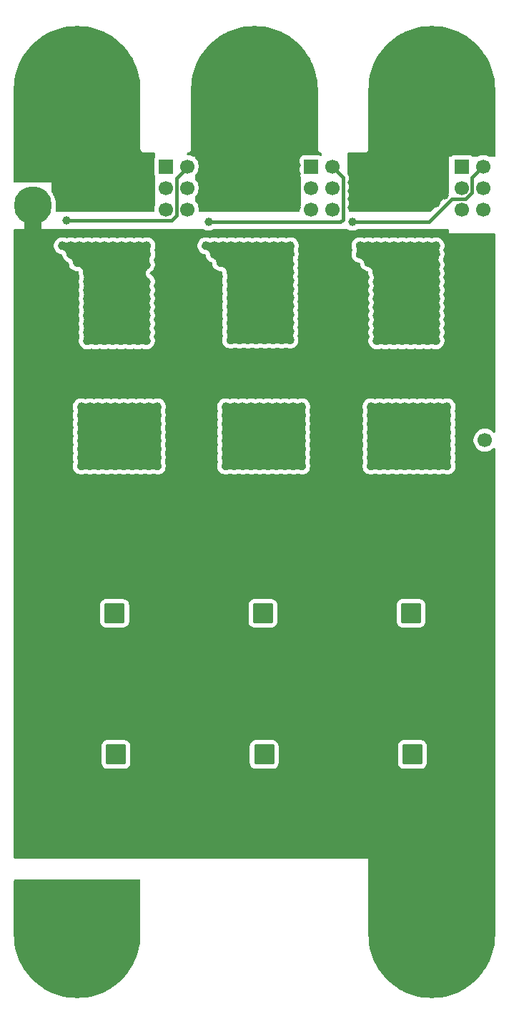
<source format=gbr>
%TF.GenerationSoftware,KiCad,Pcbnew,9.0.3*%
%TF.CreationDate,2025-08-23T20:27:24-03:00*%
%TF.ProjectId,Torq150A,546f7271-3135-4304-912e-6b696361645f,rev?*%
%TF.SameCoordinates,Original*%
%TF.FileFunction,Copper,L2,Bot*%
%TF.FilePolarity,Positive*%
%FSLAX46Y46*%
G04 Gerber Fmt 4.6, Leading zero omitted, Abs format (unit mm)*
G04 Created by KiCad (PCBNEW 9.0.3) date 2025-08-23 20:27:24*
%MOMM*%
%LPD*%
G01*
G04 APERTURE LIST*
G04 Aperture macros list*
%AMRoundRect*
0 Rectangle with rounded corners*
0 $1 Rounding radius*
0 $2 $3 $4 $5 $6 $7 $8 $9 X,Y pos of 4 corners*
0 Add a 4 corners polygon primitive as box body*
4,1,4,$2,$3,$4,$5,$6,$7,$8,$9,$2,$3,0*
0 Add four circle primitives for the rounded corners*
1,1,$1+$1,$2,$3*
1,1,$1+$1,$4,$5*
1,1,$1+$1,$6,$7*
1,1,$1+$1,$8,$9*
0 Add four rect primitives between the rounded corners*
20,1,$1+$1,$2,$3,$4,$5,0*
20,1,$1+$1,$4,$5,$6,$7,0*
20,1,$1+$1,$6,$7,$8,$9,0*
20,1,$1+$1,$8,$9,$2,$3,0*%
G04 Aperture macros list end*
%TA.AperFunction,ComponentPad*%
%ADD10R,1.700000X1.700000*%
%TD*%
%TA.AperFunction,ComponentPad*%
%ADD11C,1.700000*%
%TD*%
%TA.AperFunction,ComponentPad*%
%ADD12C,0.900000*%
%TD*%
%TA.AperFunction,ComponentPad*%
%ADD13C,12.800000*%
%TD*%
%TA.AperFunction,ComponentPad*%
%ADD14RoundRect,0.250001X0.949999X-0.949999X0.949999X0.949999X-0.949999X0.949999X-0.949999X-0.949999X0*%
%TD*%
%TA.AperFunction,ComponentPad*%
%ADD15C,2.400000*%
%TD*%
%TA.AperFunction,ComponentPad*%
%ADD16C,4.500000*%
%TD*%
%TA.AperFunction,ViaPad*%
%ADD17C,1.000000*%
%TD*%
%TA.AperFunction,Conductor*%
%ADD18C,2.000000*%
%TD*%
%TA.AperFunction,Conductor*%
%ADD19C,0.400000*%
%TD*%
G04 APERTURE END LIST*
D10*
%TO.P,J4,1,Pin_1*%
%TO.N,GND*%
X205300000Y-68210000D03*
D11*
%TO.P,J4,2,Pin_2*%
%TO.N,VBAT*%
X205300000Y-70750000D03*
%TD*%
D10*
%TO.P,J2,1,Pin_1*%
%TO.N,unconnected-(J2-Pin_1-Pad1)*%
X184725000Y-38410000D03*
D11*
%TO.P,J2,2,Pin_2*%
%TO.N,PC_IN_L*%
X187265000Y-38410000D03*
%TO.P,J2,3,Pin_3*%
%TO.N,OUT_C*%
X184725000Y-40950000D03*
%TO.P,J2,4,Pin_4*%
%TO.N,PC_CUR1*%
X187265000Y-40950000D03*
%TO.P,J2,5,Pin_5*%
X184725000Y-43490000D03*
%TO.P,J2,6,Pin_6*%
%TO.N,PC_IN_H*%
X187265000Y-43490000D03*
%TD*%
D12*
%TO.P,H7,1,1*%
%TO.N,OUT_A*%
X152200000Y-29250000D03*
X153605887Y-25855887D03*
X153605887Y-32644113D03*
X157000000Y-24450000D03*
D13*
X157000000Y-29250000D03*
D12*
X157000000Y-34050000D03*
X160394113Y-25855887D03*
X160394113Y-32644113D03*
X161800000Y-29250000D03*
%TD*%
D14*
%TO.P,C17,1*%
%TO.N,VBAT*%
X179150000Y-107950000D03*
D15*
%TO.P,C17,2*%
%TO.N,GND*%
X179150000Y-100450000D03*
%TD*%
D16*
%TO.P,H4,1,1*%
%TO.N,GND*%
X152000000Y-75750000D03*
%TD*%
D14*
%TO.P,C20,1*%
%TO.N,VBAT*%
X179000000Y-91250000D03*
D15*
%TO.P,C20,2*%
%TO.N,GND*%
X179000000Y-83750000D03*
%TD*%
D14*
%TO.P,C18,1*%
%TO.N,VBAT*%
X196700000Y-107950000D03*
D15*
%TO.P,C18,2*%
%TO.N,GND*%
X196700000Y-100450000D03*
%TD*%
D10*
%TO.P,J3,1,Pin_1*%
%TO.N,unconnected-(J3-Pin_1-Pad1)*%
X202560000Y-38370000D03*
D11*
%TO.P,J3,2,Pin_2*%
%TO.N,PB_IN_L*%
X205100000Y-38370000D03*
%TO.P,J3,3,Pin_3*%
%TO.N,OUT_B*%
X202560000Y-40910000D03*
%TO.P,J3,4,Pin_4*%
%TO.N,PB_CUR1*%
X205100000Y-40910000D03*
%TO.P,J3,5,Pin_5*%
X202560000Y-43450000D03*
%TO.P,J3,6,Pin_6*%
%TO.N,PB_IN_H*%
X205100000Y-43450000D03*
%TD*%
D14*
%TO.P,C21,1*%
%TO.N,VBAT*%
X196550000Y-91250000D03*
D15*
%TO.P,C21,2*%
%TO.N,GND*%
X196550000Y-83750000D03*
%TD*%
D16*
%TO.P,H1,1,1*%
%TO.N,GND*%
X204250000Y-49250000D03*
%TD*%
D12*
%TO.P,H5,1,1*%
%TO.N,OUT_C*%
X173200000Y-29250000D03*
X174605887Y-25855887D03*
X174605887Y-32644113D03*
X178000000Y-24450000D03*
D13*
X178000000Y-29250000D03*
D12*
X178000000Y-34050000D03*
X181394113Y-25855887D03*
X181394113Y-32644113D03*
X182800000Y-29250000D03*
%TD*%
D14*
%TO.P,C19,1*%
%TO.N,VBAT*%
X161450000Y-91250000D03*
D15*
%TO.P,C19,2*%
%TO.N,GND*%
X161450000Y-83750000D03*
%TD*%
D14*
%TO.P,C16,1*%
%TO.N,VBAT*%
X161600000Y-107950000D03*
D15*
%TO.P,C16,2*%
%TO.N,GND*%
X161600000Y-100450000D03*
%TD*%
D12*
%TO.P,H8,1,1*%
%TO.N,VBAT*%
X152200000Y-129250000D03*
X153605887Y-125855887D03*
X153605887Y-132644113D03*
X157000000Y-124450000D03*
D13*
X157000000Y-129250000D03*
D12*
X157000000Y-134050000D03*
X160394113Y-125855887D03*
X160394113Y-132644113D03*
X161800000Y-129250000D03*
%TD*%
D16*
%TO.P,H3,1,1*%
%TO.N,GND*%
X204000000Y-75750000D03*
%TD*%
D12*
%TO.P,H6,1,1*%
%TO.N,OUT_B*%
X194200000Y-29250000D03*
X195605887Y-25855887D03*
X195605887Y-32644113D03*
X199000000Y-24450000D03*
D13*
X199000000Y-29250000D03*
D12*
X199000000Y-34050000D03*
X202394113Y-25855887D03*
X202394113Y-32644113D03*
X203800000Y-29250000D03*
%TD*%
D16*
%TO.P,H2,1,1*%
%TO.N,GND*%
X151750000Y-43000000D03*
%TD*%
D10*
%TO.P,J1,1,Pin_1*%
%TO.N,unconnected-(J1-Pin_1-Pad1)*%
X167500000Y-38370000D03*
D11*
%TO.P,J1,2,Pin_2*%
%TO.N,PA_IN_L*%
X170040000Y-38370000D03*
%TO.P,J1,3,Pin_3*%
%TO.N,OUT_A*%
X167500000Y-40910000D03*
%TO.P,J1,4,Pin_4*%
%TO.N,PA_CUR1*%
X170040000Y-40910000D03*
%TO.P,J1,5,Pin_5*%
X167500000Y-43450000D03*
%TO.P,J1,6,Pin_6*%
%TO.N,PA_IN_H*%
X170040000Y-43450000D03*
%TD*%
D12*
%TO.P,H9,1,1*%
%TO.N,GND*%
X194200000Y-129250000D03*
X195605887Y-125855887D03*
X195605887Y-132644113D03*
X199000000Y-124450000D03*
D13*
X199000000Y-129250000D03*
D12*
X199000000Y-134050000D03*
X202394113Y-125855887D03*
X202394113Y-132644113D03*
X203800000Y-129250000D03*
%TD*%
D17*
%TO.N,VBAT*%
X166500000Y-67800000D03*
X177600000Y-68800000D03*
X161500000Y-73800000D03*
X179600000Y-71800000D03*
X200800000Y-69800000D03*
X182600000Y-68800000D03*
X181600000Y-70800000D03*
X198800000Y-69800000D03*
X197800000Y-71800000D03*
X162500000Y-71800000D03*
X161500000Y-68800000D03*
X177600000Y-71800000D03*
X162500000Y-70800000D03*
X160500000Y-67800000D03*
X197800000Y-72800000D03*
X193800000Y-72800000D03*
X174600000Y-67800000D03*
X166500000Y-73800000D03*
X174600000Y-68800000D03*
X164500000Y-70800000D03*
X166500000Y-69800000D03*
X192800000Y-66800000D03*
X174600000Y-69800000D03*
X182600000Y-70800000D03*
X158500000Y-73800000D03*
X160500000Y-66800000D03*
X191800000Y-67800000D03*
X200800000Y-66800000D03*
X198800000Y-72800000D03*
X163500000Y-73800000D03*
X175600000Y-66800000D03*
X158500000Y-71800000D03*
X192800000Y-73800000D03*
X200800000Y-73800000D03*
X199800000Y-67800000D03*
X160500000Y-70800000D03*
X180600000Y-67800000D03*
X199800000Y-66800000D03*
X157500000Y-73800000D03*
X182600000Y-67800000D03*
X163500000Y-68800000D03*
X195800000Y-72800000D03*
X159500000Y-68800000D03*
X161500000Y-71800000D03*
X165500000Y-73800000D03*
X193800000Y-71800000D03*
X178600000Y-73800000D03*
X160500000Y-72800000D03*
X183600000Y-69800000D03*
X158500000Y-68800000D03*
X179600000Y-72800000D03*
X165500000Y-68800000D03*
X157500000Y-69800000D03*
X165500000Y-67800000D03*
X163500000Y-67800000D03*
X177600000Y-66800000D03*
X174600000Y-66800000D03*
X200800000Y-72800000D03*
X179600000Y-70800000D03*
X194800000Y-71800000D03*
X196800000Y-70800000D03*
X157500000Y-68800000D03*
X194800000Y-68800000D03*
X181600000Y-69800000D03*
X176600000Y-66800000D03*
X161500000Y-72800000D03*
X192800000Y-72800000D03*
X176600000Y-68800000D03*
X157500000Y-67800000D03*
X182600000Y-69800000D03*
X161500000Y-67800000D03*
X183600000Y-72800000D03*
X183600000Y-68800000D03*
X160500000Y-73800000D03*
X199800000Y-70800000D03*
X193800000Y-68800000D03*
X197800000Y-66800000D03*
X180600000Y-73800000D03*
X181600000Y-71800000D03*
X195800000Y-66800000D03*
X157500000Y-70800000D03*
X164500000Y-71800000D03*
X174600000Y-70800000D03*
X193800000Y-73800000D03*
X165500000Y-70800000D03*
X161500000Y-66800000D03*
X160500000Y-71800000D03*
X196800000Y-67800000D03*
X166500000Y-72800000D03*
X180600000Y-70800000D03*
X195800000Y-73800000D03*
X159500000Y-71800000D03*
X191800000Y-70800000D03*
X182600000Y-71800000D03*
X199800000Y-68800000D03*
X174600000Y-73800000D03*
X196800000Y-71800000D03*
X161500000Y-70800000D03*
X159500000Y-66800000D03*
X175600000Y-67800000D03*
X197800000Y-68800000D03*
X177600000Y-69800000D03*
X158500000Y-69800000D03*
X191800000Y-69800000D03*
X196800000Y-72800000D03*
X192800000Y-69800000D03*
X183600000Y-66800000D03*
X175600000Y-73800000D03*
X158500000Y-66800000D03*
X176600000Y-71800000D03*
X157500000Y-66800000D03*
X175600000Y-72800000D03*
X194800000Y-66800000D03*
X159500000Y-69800000D03*
X163500000Y-69800000D03*
X193800000Y-67800000D03*
X196800000Y-66800000D03*
X179600000Y-67800000D03*
X179600000Y-69800000D03*
X162500000Y-72800000D03*
X174600000Y-72800000D03*
X182600000Y-66800000D03*
X195800000Y-67800000D03*
X164500000Y-68800000D03*
X198800000Y-73800000D03*
X178600000Y-67800000D03*
X177600000Y-70800000D03*
X193800000Y-69800000D03*
X194800000Y-73800000D03*
X159500000Y-73800000D03*
X179600000Y-68800000D03*
X178600000Y-68800000D03*
X183600000Y-71800000D03*
X159500000Y-72800000D03*
X163500000Y-72800000D03*
X198800000Y-70800000D03*
X178600000Y-72800000D03*
X180600000Y-68800000D03*
X175600000Y-69800000D03*
X197800000Y-73800000D03*
X194800000Y-69800000D03*
X179600000Y-66800000D03*
X181600000Y-67800000D03*
X164500000Y-67800000D03*
X180600000Y-69800000D03*
X164500000Y-72800000D03*
X176600000Y-67800000D03*
X197800000Y-69800000D03*
X200800000Y-68800000D03*
X175600000Y-68800000D03*
X194800000Y-72800000D03*
X177600000Y-72800000D03*
X200800000Y-67800000D03*
X197800000Y-67800000D03*
X198800000Y-68800000D03*
X199800000Y-71800000D03*
X160500000Y-69800000D03*
X178600000Y-66800000D03*
X178600000Y-69800000D03*
X183600000Y-70800000D03*
X174600000Y-71800000D03*
X162500000Y-68800000D03*
X166500000Y-70800000D03*
X163500000Y-70800000D03*
X191800000Y-73800000D03*
X182600000Y-73800000D03*
X177600000Y-73800000D03*
X198800000Y-71800000D03*
X175600000Y-71800000D03*
X196800000Y-69800000D03*
X181600000Y-68800000D03*
X191800000Y-68800000D03*
X193800000Y-66800000D03*
X198800000Y-66800000D03*
X183600000Y-73800000D03*
X195800000Y-69800000D03*
X195800000Y-68800000D03*
X162500000Y-67800000D03*
X166500000Y-71800000D03*
X163500000Y-71800000D03*
X192800000Y-67800000D03*
X182600000Y-72800000D03*
X195800000Y-70800000D03*
X178600000Y-70800000D03*
X162500000Y-66800000D03*
X158500000Y-67800000D03*
X164500000Y-69800000D03*
X192800000Y-68800000D03*
X157500000Y-71800000D03*
X176600000Y-70800000D03*
X191800000Y-72800000D03*
X175600000Y-70800000D03*
X199800000Y-72800000D03*
X199800000Y-69800000D03*
X196800000Y-73800000D03*
X160500000Y-68800000D03*
X180600000Y-72800000D03*
X198800000Y-67800000D03*
X162500000Y-69800000D03*
X161500000Y-69800000D03*
X159500000Y-70800000D03*
X192800000Y-71800000D03*
X165500000Y-72800000D03*
X179600000Y-73800000D03*
X200800000Y-71800000D03*
X199800000Y-73800000D03*
X183600000Y-67800000D03*
X180600000Y-71800000D03*
X165500000Y-66800000D03*
X178600000Y-71800000D03*
X162500000Y-73800000D03*
X192800000Y-70800000D03*
X164500000Y-73800000D03*
X157500000Y-72800000D03*
X176600000Y-72800000D03*
X195800000Y-71800000D03*
X197800000Y-70800000D03*
X163500000Y-66800000D03*
X158500000Y-72800000D03*
X165500000Y-69800000D03*
X165500000Y-71800000D03*
X176600000Y-73800000D03*
X166500000Y-68800000D03*
X166500000Y-66800000D03*
X191800000Y-66800000D03*
X177600000Y-67800000D03*
X191800000Y-71800000D03*
X193800000Y-70800000D03*
X194800000Y-70800000D03*
X181600000Y-72800000D03*
X181600000Y-73800000D03*
X164500000Y-66800000D03*
X181600000Y-66800000D03*
X194800000Y-67800000D03*
X196800000Y-68800000D03*
X158500000Y-70800000D03*
X176600000Y-69800000D03*
X180600000Y-66800000D03*
X200800000Y-70800000D03*
X159500000Y-67800000D03*
%TO.N,GND*%
X190200000Y-55600000D03*
X171000000Y-52400000D03*
X188200000Y-56600000D03*
X188200000Y-54600000D03*
X189200000Y-52600000D03*
X172000000Y-52400000D03*
X185200000Y-55600000D03*
X187200000Y-53600000D03*
X152000000Y-57400000D03*
X153000000Y-54400000D03*
X187200000Y-56600000D03*
X173000000Y-58400000D03*
X171000000Y-53400000D03*
X185200000Y-58600000D03*
X188200000Y-55600000D03*
X186200000Y-57600000D03*
X152000000Y-54400000D03*
X154000000Y-51400000D03*
X170000000Y-57400000D03*
X170000000Y-54400000D03*
X170000000Y-53400000D03*
X156000000Y-57400000D03*
X152000000Y-58400000D03*
X190200000Y-54600000D03*
X189200000Y-55600000D03*
X186200000Y-54600000D03*
X154000000Y-54400000D03*
X188200000Y-52600000D03*
X151000000Y-55400000D03*
X189200000Y-51600000D03*
X185200000Y-56600000D03*
X171000000Y-58400000D03*
X156000000Y-51400000D03*
X155000000Y-56400000D03*
X156000000Y-56400000D03*
X171000000Y-54400000D03*
X170000000Y-58400000D03*
X190200000Y-57600000D03*
X173000000Y-56400000D03*
X172000000Y-58400000D03*
X168000000Y-53400000D03*
X173000000Y-55400000D03*
X185200000Y-51600000D03*
X172000000Y-56400000D03*
X151000000Y-54400000D03*
X169000000Y-53400000D03*
X171000000Y-56400000D03*
X170000000Y-55400000D03*
X154000000Y-57400000D03*
X169000000Y-54400000D03*
X155000000Y-51400000D03*
X185200000Y-53600000D03*
X171000000Y-51400000D03*
X186200000Y-58600000D03*
X188200000Y-51600000D03*
X153000000Y-55400000D03*
X155000000Y-52400000D03*
X156000000Y-55400000D03*
X154000000Y-56400000D03*
X171000000Y-55400000D03*
X188200000Y-57600000D03*
X170000000Y-52400000D03*
X151000000Y-58400000D03*
X168000000Y-54400000D03*
X185200000Y-57600000D03*
X187200000Y-54600000D03*
X186200000Y-56600000D03*
X168000000Y-57400000D03*
X156000000Y-52400000D03*
X153000000Y-51400000D03*
X152000000Y-53400000D03*
X155000000Y-53400000D03*
X168000000Y-52400000D03*
X154000000Y-58400000D03*
X152000000Y-55400000D03*
X169000000Y-52400000D03*
X189200000Y-56600000D03*
X156000000Y-53400000D03*
X172000000Y-57400000D03*
X187200000Y-52600000D03*
X169000000Y-55400000D03*
X155000000Y-55400000D03*
X168000000Y-55400000D03*
X151000000Y-57400000D03*
X152000000Y-56400000D03*
X172000000Y-51400000D03*
X153000000Y-52400000D03*
X173000000Y-51400000D03*
X151000000Y-53400000D03*
X190200000Y-58600000D03*
X169000000Y-57400000D03*
X189200000Y-54600000D03*
X155000000Y-57400000D03*
X186200000Y-52600000D03*
X154000000Y-52400000D03*
X155000000Y-54400000D03*
X170000000Y-56400000D03*
X173000000Y-52400000D03*
X154000000Y-53400000D03*
X169000000Y-56400000D03*
X188200000Y-53600000D03*
X156000000Y-54400000D03*
X172000000Y-55400000D03*
X172000000Y-54400000D03*
X173000000Y-53400000D03*
X190200000Y-51600000D03*
X156000000Y-58400000D03*
X152000000Y-51400000D03*
X173000000Y-57400000D03*
X169000000Y-58400000D03*
X168000000Y-51400000D03*
X189200000Y-53600000D03*
X169000000Y-51400000D03*
X153000000Y-58400000D03*
X173000000Y-54400000D03*
X186200000Y-51600000D03*
X187200000Y-55600000D03*
X168000000Y-58400000D03*
X168000000Y-56400000D03*
X186200000Y-55600000D03*
X185200000Y-54600000D03*
X153000000Y-57400000D03*
X185200000Y-52600000D03*
X152000000Y-52400000D03*
X172000000Y-53400000D03*
X186200000Y-53600000D03*
X154000000Y-55400000D03*
X190200000Y-56600000D03*
X189200000Y-58600000D03*
X170000000Y-51400000D03*
X188200000Y-58600000D03*
X151000000Y-56400000D03*
X155000000Y-58400000D03*
X151000000Y-52400000D03*
X187200000Y-57600000D03*
X153000000Y-56400000D03*
X153000000Y-53400000D03*
X190200000Y-52600000D03*
X151000000Y-51400000D03*
X189200000Y-57600000D03*
X190200000Y-53600000D03*
X187200000Y-51600000D03*
X187200000Y-58600000D03*
X171000000Y-57400000D03*
%TO.N,PB_CUR1*%
X193500000Y-59000000D03*
X197500000Y-48750000D03*
X193500000Y-58000000D03*
X196500000Y-58000000D03*
X193500000Y-56000000D03*
X192500000Y-57000000D03*
X191500000Y-48750000D03*
X194500000Y-55000000D03*
X191500000Y-49750000D03*
X197500000Y-51000000D03*
X197500000Y-50000000D03*
X199500000Y-52000000D03*
X199500000Y-57000000D03*
X195500000Y-53000000D03*
X198500000Y-52000000D03*
X195500000Y-56000000D03*
X195500000Y-52000000D03*
X196500000Y-56000000D03*
X195500000Y-55000000D03*
X193500000Y-47750000D03*
X195500000Y-59000000D03*
X196500000Y-55000000D03*
X193500000Y-48750000D03*
X192500000Y-51000000D03*
X194500000Y-58000000D03*
X198500000Y-51000000D03*
X199500000Y-55000000D03*
X197500000Y-57000000D03*
X198500000Y-58000000D03*
X193500000Y-51000000D03*
X199500000Y-48750000D03*
X192500000Y-48750000D03*
X195500000Y-47750000D03*
X192500000Y-47750000D03*
X198500000Y-47750000D03*
X190500000Y-48750000D03*
X194500000Y-56000000D03*
X193500000Y-52000000D03*
X192500000Y-59000000D03*
X194500000Y-47750000D03*
X198500000Y-59000000D03*
X195500000Y-58000000D03*
X199500000Y-56000000D03*
X193500000Y-54000000D03*
X197500000Y-53000000D03*
X195500000Y-50000000D03*
X196500000Y-59000000D03*
X198500000Y-54000000D03*
X198500000Y-48750000D03*
X193500000Y-55000000D03*
X196500000Y-50000000D03*
X194500000Y-50000000D03*
X197500000Y-47750000D03*
X192500000Y-56000000D03*
X195500000Y-54000000D03*
X198500000Y-56000000D03*
X192500000Y-53000000D03*
X194500000Y-51000000D03*
X196500000Y-53000000D03*
X199500000Y-54000000D03*
X199500000Y-58000000D03*
X197500000Y-54000000D03*
X193500000Y-50000000D03*
X196500000Y-54000000D03*
X199500000Y-47750000D03*
X194500000Y-48750000D03*
X194500000Y-59000000D03*
X190500000Y-47750000D03*
X198500000Y-53000000D03*
X198500000Y-57000000D03*
X194500000Y-52000000D03*
X197500000Y-52000000D03*
X192500000Y-52000000D03*
X197500000Y-56000000D03*
X196500000Y-48750000D03*
X195500000Y-57000000D03*
X199500000Y-50000000D03*
X197500000Y-59000000D03*
X193500000Y-53000000D03*
X199500000Y-51000000D03*
X199500000Y-59000000D03*
X193500000Y-57000000D03*
X192500000Y-50000000D03*
X194500000Y-53000000D03*
X196500000Y-57000000D03*
X196500000Y-52000000D03*
X196500000Y-51000000D03*
X191500000Y-47750000D03*
X192500000Y-54000000D03*
X197500000Y-55000000D03*
X199500000Y-53000000D03*
X195500000Y-51000000D03*
X194500000Y-54000000D03*
X192500000Y-58000000D03*
X197500000Y-58000000D03*
X192500000Y-55000000D03*
X195500000Y-48750000D03*
X198500000Y-55000000D03*
X198500000Y-50000000D03*
X196500000Y-47750000D03*
X194500000Y-57000000D03*
%TO.N,OUT_B*%
X193500000Y-42250000D03*
X192500000Y-38250000D03*
X191500000Y-43250000D03*
X191500000Y-41250000D03*
X191500000Y-42250000D03*
X193500000Y-43250000D03*
X196500000Y-43250000D03*
X198500000Y-40250000D03*
X196500000Y-42250000D03*
X195500000Y-40250000D03*
X197500000Y-40250000D03*
X191500000Y-38250000D03*
X196500000Y-38250000D03*
X195500000Y-42250000D03*
X189500000Y-40250000D03*
X200500000Y-41750000D03*
X199500000Y-37750000D03*
X193500000Y-40250000D03*
X192500000Y-42250000D03*
X200500000Y-36750000D03*
X200500000Y-37750000D03*
X199500000Y-39750000D03*
X194500000Y-43250000D03*
X193500000Y-37250000D03*
X191500000Y-40250000D03*
X195500000Y-41250000D03*
X197500000Y-38250000D03*
X200500000Y-38750000D03*
X194500000Y-41250000D03*
X197500000Y-41250000D03*
X195500000Y-37250000D03*
X196500000Y-39250000D03*
X195500000Y-38250000D03*
X192500000Y-40250000D03*
X191500000Y-37250000D03*
X195500000Y-43250000D03*
X189500000Y-41250000D03*
X200500000Y-40750000D03*
X197500000Y-37250000D03*
X190500000Y-43250000D03*
X189500000Y-38250000D03*
X190500000Y-41250000D03*
X189500000Y-39250000D03*
X192500000Y-41250000D03*
X198500000Y-43250000D03*
X194500000Y-39250000D03*
X193500000Y-41250000D03*
X189500000Y-37250000D03*
X198500000Y-39250000D03*
X196500000Y-37250000D03*
X194500000Y-37250000D03*
X193500000Y-38250000D03*
X194500000Y-38250000D03*
X190500000Y-38250000D03*
X198500000Y-38250000D03*
X192500000Y-37250000D03*
X199500000Y-40750000D03*
X197500000Y-39250000D03*
X199500000Y-42750000D03*
X193500000Y-39250000D03*
X190500000Y-39250000D03*
X198500000Y-37250000D03*
X198500000Y-42250000D03*
X190500000Y-37250000D03*
X200500000Y-39750000D03*
X190500000Y-42250000D03*
X194500000Y-42250000D03*
X196500000Y-41250000D03*
X199500000Y-38750000D03*
X197500000Y-42250000D03*
X196500000Y-40250000D03*
X189500000Y-42250000D03*
X189500000Y-43250000D03*
X191500000Y-39250000D03*
X199500000Y-36750000D03*
X190500000Y-40250000D03*
X194500000Y-40250000D03*
X192500000Y-39250000D03*
X199500000Y-41750000D03*
X192500000Y-43250000D03*
X198500000Y-41250000D03*
X197500000Y-43250000D03*
X195500000Y-39250000D03*
%TO.N,PB_IN_L*%
X189600000Y-44950000D03*
%TO.N,OUT_C*%
X183000000Y-38250000D03*
X183000000Y-41250000D03*
X173000000Y-38250000D03*
X177000000Y-42250000D03*
X183000000Y-40250000D03*
X175000000Y-41250000D03*
X173000000Y-37250000D03*
X173000000Y-43250000D03*
X172000000Y-39250000D03*
X178000000Y-38250000D03*
X174000000Y-39250000D03*
X179000000Y-40250000D03*
X182000000Y-39250000D03*
X180000000Y-38250000D03*
X172000000Y-41250000D03*
X172000000Y-42250000D03*
X175000000Y-38250000D03*
X173000000Y-40250000D03*
X181000000Y-37250000D03*
X180000000Y-43250000D03*
X180000000Y-37250000D03*
X177000000Y-40250000D03*
X177000000Y-38250000D03*
X183000000Y-42250000D03*
X182000000Y-41250000D03*
X176000000Y-38250000D03*
X172000000Y-37250000D03*
X179000000Y-37250000D03*
X177000000Y-39250000D03*
X181000000Y-43250000D03*
X176000000Y-39250000D03*
X176000000Y-40250000D03*
X175000000Y-40250000D03*
X180000000Y-40250000D03*
X174000000Y-43250000D03*
X182000000Y-43250000D03*
X180000000Y-42250000D03*
X179000000Y-42250000D03*
X183000000Y-37250000D03*
X176000000Y-37250000D03*
X175000000Y-39250000D03*
X178000000Y-37250000D03*
X177000000Y-41250000D03*
X175000000Y-42250000D03*
X173000000Y-42250000D03*
X182000000Y-40250000D03*
X181000000Y-39250000D03*
X181000000Y-41250000D03*
X182000000Y-37250000D03*
X175000000Y-43250000D03*
X174000000Y-37250000D03*
X177000000Y-43250000D03*
X173000000Y-41250000D03*
X172000000Y-40250000D03*
X176000000Y-43250000D03*
X178000000Y-42250000D03*
X179000000Y-38250000D03*
X175000000Y-37250000D03*
X183000000Y-39250000D03*
X172000000Y-38250000D03*
X174000000Y-38250000D03*
X174000000Y-40250000D03*
X181000000Y-42250000D03*
X180000000Y-41250000D03*
X178000000Y-39250000D03*
X172000000Y-43250000D03*
X176000000Y-42250000D03*
X183000000Y-43250000D03*
X176000000Y-41250000D03*
X182000000Y-42250000D03*
X178000000Y-41250000D03*
X182000000Y-38250000D03*
X174000000Y-41250000D03*
X180000000Y-39250000D03*
X181000000Y-38250000D03*
X177000000Y-37250000D03*
X178000000Y-43250000D03*
X179000000Y-41250000D03*
X173000000Y-39250000D03*
X174000000Y-42250000D03*
X181000000Y-40250000D03*
X179000000Y-39250000D03*
X178000000Y-40250000D03*
X179000000Y-43250000D03*
%TO.N,PC_CUR1*%
X180250000Y-47750000D03*
X182200000Y-50900000D03*
X180200000Y-57900000D03*
X177200000Y-52900000D03*
X178200000Y-51900000D03*
X177200000Y-58900000D03*
X178200000Y-50900000D03*
X177200000Y-56900000D03*
X178250000Y-48750000D03*
X180200000Y-58900000D03*
X180200000Y-50900000D03*
X182200000Y-54900000D03*
X178200000Y-55900000D03*
X174000000Y-49750000D03*
X180200000Y-52900000D03*
X177200000Y-50900000D03*
X176200000Y-53900000D03*
X175200000Y-56900000D03*
X176200000Y-57900000D03*
X178250000Y-47750000D03*
X182200000Y-52900000D03*
X172250000Y-47750000D03*
X178200000Y-54900000D03*
X174250000Y-47750000D03*
X182200000Y-57900000D03*
X180200000Y-54900000D03*
X181200000Y-57900000D03*
X181200000Y-55900000D03*
X176200000Y-51900000D03*
X179200000Y-49900000D03*
X177250000Y-48750000D03*
X182200000Y-56900000D03*
X180200000Y-51900000D03*
X180200000Y-55900000D03*
X175200000Y-53900000D03*
X175250000Y-48750000D03*
X181250000Y-47750000D03*
X176200000Y-49900000D03*
X178200000Y-58900000D03*
X178200000Y-53900000D03*
X175200000Y-49900000D03*
X175200000Y-51900000D03*
X181200000Y-54900000D03*
X173250000Y-48750000D03*
X176200000Y-58900000D03*
X179250000Y-47750000D03*
X175200000Y-50900000D03*
X179200000Y-52900000D03*
X178200000Y-57900000D03*
X178200000Y-49900000D03*
X182200000Y-58900000D03*
X176200000Y-56900000D03*
X176200000Y-52900000D03*
X180250000Y-48750000D03*
X175200000Y-54900000D03*
X177200000Y-49900000D03*
X179200000Y-53900000D03*
X176200000Y-54900000D03*
X182200000Y-55900000D03*
X179200000Y-56900000D03*
X177200000Y-51900000D03*
X175200000Y-55900000D03*
X181200000Y-51900000D03*
X179200000Y-54900000D03*
X176200000Y-55900000D03*
X174250000Y-48750000D03*
X175200000Y-57900000D03*
X180200000Y-56900000D03*
X181200000Y-58900000D03*
X177200000Y-55900000D03*
X180200000Y-49900000D03*
X182250000Y-47750000D03*
X182250000Y-48750000D03*
X180200000Y-53900000D03*
X178200000Y-56900000D03*
X177200000Y-54900000D03*
X182200000Y-53900000D03*
X181250000Y-48750000D03*
X175250000Y-47750000D03*
X181200000Y-50900000D03*
X181200000Y-49900000D03*
X173250000Y-47750000D03*
X177200000Y-53900000D03*
X179200000Y-50900000D03*
X179200000Y-58900000D03*
X182200000Y-51900000D03*
X181200000Y-52900000D03*
X177200000Y-57900000D03*
X181200000Y-53900000D03*
X176200000Y-50900000D03*
X182200000Y-49900000D03*
X177250000Y-47750000D03*
X179250000Y-48750000D03*
X175200000Y-52900000D03*
X181200000Y-56900000D03*
X178200000Y-52900000D03*
X176250000Y-47750000D03*
X179200000Y-55900000D03*
X179200000Y-51900000D03*
X175200000Y-58900000D03*
X179200000Y-57900000D03*
X176250000Y-48750000D03*
%TO.N,PC_IN_L*%
X172550000Y-44950000D03*
%TO.N,OUT_A*%
X164500000Y-40250000D03*
X158500000Y-38250000D03*
X165500000Y-40250000D03*
X154500000Y-40250000D03*
X160500000Y-41250000D03*
X157500000Y-43250000D03*
X163500000Y-37250000D03*
X155500000Y-41250000D03*
X163500000Y-38250000D03*
X162500000Y-42250000D03*
X163500000Y-40250000D03*
X156500000Y-37250000D03*
X165500000Y-39250000D03*
X164500000Y-37250000D03*
X154500000Y-41250000D03*
X155500000Y-43250000D03*
X158500000Y-39250000D03*
X164500000Y-43250000D03*
X158500000Y-40250000D03*
X156500000Y-43250000D03*
X159500000Y-43250000D03*
X155500000Y-39250000D03*
X163500000Y-43250000D03*
X159500000Y-40250000D03*
X165500000Y-38250000D03*
X162500000Y-41250000D03*
X165500000Y-43250000D03*
X155500000Y-38250000D03*
X160500000Y-39250000D03*
X161500000Y-43250000D03*
X159500000Y-42250000D03*
X164500000Y-38250000D03*
X155500000Y-40250000D03*
X159500000Y-38250000D03*
X156500000Y-38250000D03*
X162500000Y-43250000D03*
X163500000Y-42250000D03*
X161500000Y-38250000D03*
X158500000Y-42250000D03*
X156500000Y-41250000D03*
X156500000Y-42250000D03*
X157500000Y-39250000D03*
X165500000Y-41250000D03*
X163500000Y-39250000D03*
X158500000Y-41250000D03*
X160500000Y-40250000D03*
X157500000Y-40250000D03*
X158500000Y-37250000D03*
X162500000Y-38250000D03*
X164500000Y-42250000D03*
X165500000Y-37250000D03*
X160500000Y-37250000D03*
X157500000Y-38250000D03*
X159500000Y-41250000D03*
X163500000Y-41250000D03*
X160500000Y-43250000D03*
X162500000Y-37250000D03*
X162500000Y-40250000D03*
X157500000Y-37250000D03*
X161500000Y-37250000D03*
X157500000Y-42250000D03*
X154500000Y-39250000D03*
X162500000Y-39250000D03*
X156500000Y-39250000D03*
X157500000Y-41250000D03*
X164500000Y-41250000D03*
X160500000Y-42250000D03*
X161500000Y-42250000D03*
X160500000Y-38250000D03*
X154500000Y-37250000D03*
X165500000Y-42250000D03*
X164500000Y-39250000D03*
X159500000Y-39250000D03*
X154500000Y-38250000D03*
X156500000Y-40250000D03*
X161500000Y-40250000D03*
X155500000Y-42250000D03*
X161500000Y-41250000D03*
X159500000Y-37250000D03*
X161500000Y-39250000D03*
X158500000Y-43250000D03*
X155500000Y-37250000D03*
%TO.N,PA_CUR1*%
X156250000Y-47750000D03*
X162200000Y-55000000D03*
X164200000Y-57000000D03*
X160200000Y-55000000D03*
X158200000Y-52000000D03*
X164200000Y-53000000D03*
X160200000Y-50000000D03*
X159250000Y-47750000D03*
X158200000Y-54000000D03*
X157000000Y-49750000D03*
X164200000Y-51000000D03*
X157250000Y-48750000D03*
X159200000Y-51000000D03*
X165200000Y-53000000D03*
X163200000Y-50000000D03*
X164200000Y-54000000D03*
X160200000Y-52000000D03*
X161200000Y-58000000D03*
X161250000Y-48750000D03*
X162200000Y-52000000D03*
X160200000Y-59000000D03*
X165250000Y-47750000D03*
X163200000Y-56000000D03*
X165200000Y-55000000D03*
X162250000Y-47750000D03*
X163200000Y-59000000D03*
X164200000Y-59000000D03*
X161200000Y-50000000D03*
X164200000Y-58000000D03*
X162200000Y-50000000D03*
X160200000Y-56000000D03*
X159250000Y-48750000D03*
X159200000Y-59000000D03*
X159200000Y-54000000D03*
X159200000Y-50000000D03*
X162200000Y-53000000D03*
X160250000Y-48750000D03*
X163200000Y-58000000D03*
X161200000Y-52000000D03*
X163200000Y-57000000D03*
X164200000Y-52000000D03*
X162200000Y-56000000D03*
X165200000Y-52000000D03*
X158200000Y-57000000D03*
X165200000Y-54000000D03*
X163200000Y-53000000D03*
X163250000Y-47750000D03*
X159200000Y-55000000D03*
X155250000Y-47750000D03*
X164250000Y-47750000D03*
X161200000Y-56000000D03*
X164250000Y-48750000D03*
X164200000Y-56000000D03*
X165250000Y-48750000D03*
X162200000Y-57000000D03*
X161200000Y-51000000D03*
X160200000Y-57000000D03*
X160250000Y-47750000D03*
X158250000Y-48750000D03*
X165200000Y-58000000D03*
X164200000Y-55000000D03*
X159200000Y-53000000D03*
X159200000Y-52000000D03*
X161200000Y-55000000D03*
X161200000Y-54000000D03*
X164200000Y-50000000D03*
X165200000Y-59000000D03*
X159200000Y-58000000D03*
X161250000Y-47750000D03*
X156250000Y-48750000D03*
X162200000Y-58000000D03*
X163200000Y-51000000D03*
X158200000Y-55000000D03*
X159200000Y-56000000D03*
X163200000Y-52000000D03*
X160200000Y-54000000D03*
X162200000Y-51000000D03*
X160200000Y-58000000D03*
X165200000Y-50000000D03*
X158200000Y-58000000D03*
X158200000Y-59000000D03*
X157250000Y-47750000D03*
X160200000Y-53000000D03*
X163250000Y-48750000D03*
X163200000Y-54000000D03*
X162200000Y-54000000D03*
X159200000Y-57000000D03*
X162200000Y-59000000D03*
X165200000Y-56000000D03*
X158200000Y-53000000D03*
X158200000Y-56000000D03*
X163200000Y-55000000D03*
X161200000Y-57000000D03*
X158200000Y-50000000D03*
X160200000Y-51000000D03*
X161200000Y-53000000D03*
X161200000Y-59000000D03*
X162250000Y-48750000D03*
X165200000Y-57000000D03*
X158200000Y-51000000D03*
X158250000Y-47750000D03*
%TO.N,PA_IN_L*%
X155750000Y-44750000D03*
%TD*%
D18*
%TO.N,GND*%
X151750000Y-47050000D02*
X151700000Y-47100000D01*
X151750000Y-43000000D02*
X151750000Y-47050000D01*
D19*
%TO.N,PB_IN_L*%
X201400000Y-42200000D02*
X202969182Y-42200000D01*
X202969182Y-42200000D02*
X203711000Y-41458182D01*
X189600000Y-44950000D02*
X198650000Y-44950000D01*
X198650000Y-44950000D02*
X201400000Y-42200000D01*
X203711000Y-39689000D02*
X205000000Y-38400000D01*
X203711000Y-41458182D02*
X203711000Y-39689000D01*
%TO.N,PC_IN_L*%
X188501000Y-44349000D02*
X188501000Y-39671000D01*
X172550000Y-44950000D02*
X188200000Y-44950000D01*
X188500000Y-44650000D02*
X188500000Y-44350000D01*
X188501000Y-39671000D02*
X187250000Y-38420000D01*
X188500000Y-44350000D02*
X188501000Y-44349000D01*
X188200000Y-44950000D02*
X188500000Y-44650000D01*
%TO.N,PA_IN_L*%
X155750000Y-44750000D02*
X168200000Y-44750000D01*
X168750000Y-39735000D02*
X170025000Y-38460000D01*
X168750000Y-44200000D02*
X168750000Y-39735000D01*
X168200000Y-44750000D02*
X168750000Y-44200000D01*
%TD*%
%TA.AperFunction,Conductor*%
%TO.N,PB_CUR1*%
G36*
X190560726Y-47257381D02*
G01*
X190632416Y-47271641D01*
X190655667Y-47278694D01*
X190759104Y-47321539D01*
X190810121Y-47339538D01*
X190835556Y-47347007D01*
X190888232Y-47359455D01*
X191032021Y-47364589D01*
X191032021Y-47364588D01*
X191032022Y-47364589D01*
X191032022Y-47364588D01*
X191101490Y-47357120D01*
X191240897Y-47321539D01*
X191344332Y-47278694D01*
X191367586Y-47271639D01*
X191424079Y-47260403D01*
X191439269Y-47257382D01*
X191463458Y-47255000D01*
X191536544Y-47255000D01*
X191560726Y-47257381D01*
X191632416Y-47271641D01*
X191655667Y-47278694D01*
X191759104Y-47321539D01*
X191810121Y-47339538D01*
X191835556Y-47347007D01*
X191888232Y-47359455D01*
X192032021Y-47364589D01*
X192032021Y-47364588D01*
X192032022Y-47364589D01*
X192032022Y-47364588D01*
X192101490Y-47357120D01*
X192240897Y-47321539D01*
X192344332Y-47278694D01*
X192367586Y-47271639D01*
X192424079Y-47260403D01*
X192439269Y-47257382D01*
X192463458Y-47255000D01*
X192536544Y-47255000D01*
X192560726Y-47257381D01*
X192632416Y-47271641D01*
X192655667Y-47278694D01*
X192759104Y-47321539D01*
X192810121Y-47339538D01*
X192835556Y-47347007D01*
X192888232Y-47359455D01*
X193032021Y-47364589D01*
X193032021Y-47364588D01*
X193032022Y-47364589D01*
X193032022Y-47364588D01*
X193101490Y-47357120D01*
X193240897Y-47321539D01*
X193344332Y-47278694D01*
X193367586Y-47271639D01*
X193424079Y-47260403D01*
X193439269Y-47257382D01*
X193463458Y-47255000D01*
X193536544Y-47255000D01*
X193560726Y-47257381D01*
X193632416Y-47271641D01*
X193655667Y-47278694D01*
X193759104Y-47321539D01*
X193810121Y-47339538D01*
X193835556Y-47347007D01*
X193888232Y-47359455D01*
X194032021Y-47364589D01*
X194032021Y-47364588D01*
X194032022Y-47364589D01*
X194032022Y-47364588D01*
X194101490Y-47357120D01*
X194240897Y-47321539D01*
X194344332Y-47278694D01*
X194367586Y-47271639D01*
X194424079Y-47260403D01*
X194439269Y-47257382D01*
X194463458Y-47255000D01*
X194536544Y-47255000D01*
X194560726Y-47257381D01*
X194632416Y-47271641D01*
X194655667Y-47278694D01*
X194759104Y-47321539D01*
X194810121Y-47339538D01*
X194835556Y-47347007D01*
X194888232Y-47359455D01*
X195032021Y-47364589D01*
X195032021Y-47364588D01*
X195032022Y-47364589D01*
X195032022Y-47364588D01*
X195101490Y-47357120D01*
X195240897Y-47321539D01*
X195344332Y-47278694D01*
X195367586Y-47271639D01*
X195424079Y-47260403D01*
X195439269Y-47257382D01*
X195463458Y-47255000D01*
X195536544Y-47255000D01*
X195560726Y-47257381D01*
X195632416Y-47271641D01*
X195655667Y-47278694D01*
X195759104Y-47321539D01*
X195810121Y-47339538D01*
X195835556Y-47347007D01*
X195888232Y-47359455D01*
X196032021Y-47364589D01*
X196032021Y-47364588D01*
X196032022Y-47364589D01*
X196032022Y-47364588D01*
X196101490Y-47357120D01*
X196240897Y-47321539D01*
X196344332Y-47278694D01*
X196367586Y-47271639D01*
X196424079Y-47260403D01*
X196439269Y-47257382D01*
X196463458Y-47255000D01*
X196536544Y-47255000D01*
X196560726Y-47257381D01*
X196632416Y-47271641D01*
X196655667Y-47278694D01*
X196759104Y-47321539D01*
X196810121Y-47339538D01*
X196835556Y-47347007D01*
X196888232Y-47359455D01*
X197032021Y-47364589D01*
X197032021Y-47364588D01*
X197032022Y-47364589D01*
X197032022Y-47364588D01*
X197101490Y-47357120D01*
X197240897Y-47321539D01*
X197344332Y-47278694D01*
X197367586Y-47271639D01*
X197424079Y-47260403D01*
X197439269Y-47257382D01*
X197463458Y-47255000D01*
X197536544Y-47255000D01*
X197560726Y-47257381D01*
X197632416Y-47271641D01*
X197655667Y-47278694D01*
X197759104Y-47321539D01*
X197759116Y-47321543D01*
X197759118Y-47321544D01*
X197810124Y-47339539D01*
X197810142Y-47339545D01*
X197822497Y-47343172D01*
X197835556Y-47347007D01*
X197888251Y-47359458D01*
X197937124Y-47361201D01*
X197945966Y-47363458D01*
X197973158Y-47362486D01*
X198032039Y-47364587D01*
X198032039Y-47364586D01*
X198032040Y-47364587D01*
X198055155Y-47362101D01*
X198055155Y-47362102D01*
X198055167Y-47362099D01*
X198070977Y-47360399D01*
X198070978Y-47360400D01*
X198086588Y-47358722D01*
X198094878Y-47357831D01*
X198096541Y-47357741D01*
X198101483Y-47357121D01*
X198101486Y-47357121D01*
X198101488Y-47357120D01*
X198101491Y-47357120D01*
X198170349Y-47339545D01*
X198240897Y-47321539D01*
X198344332Y-47278694D01*
X198367586Y-47271639D01*
X198424079Y-47260403D01*
X198439269Y-47257382D01*
X198463458Y-47255000D01*
X198536544Y-47255000D01*
X198560726Y-47257381D01*
X198632416Y-47271641D01*
X198655667Y-47278694D01*
X198759104Y-47321539D01*
X198810121Y-47339538D01*
X198835556Y-47347007D01*
X198888232Y-47359455D01*
X199032021Y-47364589D01*
X199032021Y-47364588D01*
X199032022Y-47364589D01*
X199032022Y-47364588D01*
X199101490Y-47357120D01*
X199240897Y-47321539D01*
X199344332Y-47278694D01*
X199367586Y-47271639D01*
X199424079Y-47260403D01*
X199439269Y-47257382D01*
X199463458Y-47255000D01*
X199536544Y-47255000D01*
X199560726Y-47257381D01*
X199632416Y-47271641D01*
X199655667Y-47278694D01*
X199723185Y-47306661D01*
X199744621Y-47318119D01*
X199805388Y-47358722D01*
X199824179Y-47374143D01*
X199875852Y-47425816D01*
X199891273Y-47444606D01*
X199931878Y-47505375D01*
X199943337Y-47526814D01*
X199971303Y-47594331D01*
X199978359Y-47617589D01*
X199992617Y-47689261D01*
X199995000Y-47713455D01*
X199995000Y-47786538D01*
X199992617Y-47810730D01*
X199978358Y-47882411D01*
X199971302Y-47905671D01*
X199928468Y-48009082D01*
X199928457Y-48009111D01*
X199910459Y-48060126D01*
X199902994Y-48085547D01*
X199902991Y-48085558D01*
X199890546Y-48138224D01*
X199890546Y-48138228D01*
X199885409Y-48282013D01*
X199892167Y-48344878D01*
X199892256Y-48346542D01*
X199892877Y-48351490D01*
X199928459Y-48490896D01*
X199928462Y-48490906D01*
X199971304Y-48594336D01*
X199978359Y-48617592D01*
X199978360Y-48617594D01*
X199992617Y-48689260D01*
X199995000Y-48713454D01*
X199995000Y-48786540D01*
X199992617Y-48810732D01*
X199978360Y-48882405D01*
X199971304Y-48905665D01*
X199966795Y-48916551D01*
X199959067Y-48935209D01*
X199915225Y-48989612D01*
X199894588Y-48996480D01*
X191900000Y-48950000D01*
X191900000Y-50527627D01*
X191815951Y-50419433D01*
X191815949Y-50419432D01*
X191815949Y-50419431D01*
X191699255Y-50335284D01*
X191699254Y-50335283D01*
X191699248Y-50335279D01*
X191637337Y-50302894D01*
X191501655Y-50255028D01*
X191367593Y-50228360D01*
X191344334Y-50221304D01*
X191276812Y-50193336D01*
X191255373Y-50181877D01*
X191194608Y-50141275D01*
X191175818Y-50125854D01*
X191124145Y-50074181D01*
X191108728Y-50055397D01*
X191068115Y-49994616D01*
X191056662Y-49973189D01*
X191028694Y-49905666D01*
X191021639Y-49882406D01*
X190995194Y-49749459D01*
X190995184Y-49749408D01*
X190993341Y-49740558D01*
X190992400Y-49736233D01*
X190990407Y-49727450D01*
X190937727Y-49593560D01*
X190903153Y-49532845D01*
X190814887Y-49419221D01*
X190814883Y-49419218D01*
X190814883Y-49419217D01*
X190698191Y-49335072D01*
X190698190Y-49335071D01*
X190698184Y-49335067D01*
X190636273Y-49302682D01*
X190636266Y-49302679D01*
X190636265Y-49302679D01*
X190500601Y-49254817D01*
X190443704Y-49243498D01*
X190443626Y-49243483D01*
X190367585Y-49228358D01*
X190344331Y-49221304D01*
X190276811Y-49193336D01*
X190255373Y-49181877D01*
X190194608Y-49141275D01*
X190175818Y-49125854D01*
X190124145Y-49074181D01*
X190108724Y-49055391D01*
X190096123Y-49036533D01*
X190068118Y-48994621D01*
X190056662Y-48973189D01*
X190028692Y-48905662D01*
X190021640Y-48882416D01*
X190007381Y-48810732D01*
X190005000Y-48786548D01*
X190005000Y-48713458D01*
X190007382Y-48689269D01*
X190021638Y-48617594D01*
X190021639Y-48617586D01*
X190028696Y-48594327D01*
X190071529Y-48490920D01*
X190071539Y-48490897D01*
X190089538Y-48439879D01*
X190097007Y-48414444D01*
X190109455Y-48361768D01*
X190114589Y-48217979D01*
X190107120Y-48148510D01*
X190071539Y-48009104D01*
X190028691Y-47905659D01*
X190021639Y-47882411D01*
X190007381Y-47810730D01*
X190005000Y-47786548D01*
X190005000Y-47713454D01*
X190007381Y-47689273D01*
X190021641Y-47617578D01*
X190028693Y-47594333D01*
X190056662Y-47526808D01*
X190068119Y-47505376D01*
X190108722Y-47444609D01*
X190124138Y-47425823D01*
X190175821Y-47374140D01*
X190194594Y-47358732D01*
X190255385Y-47318112D01*
X190276808Y-47306663D01*
X190344329Y-47278694D01*
X190367584Y-47271640D01*
X190412610Y-47262684D01*
X190439270Y-47257382D01*
X190463459Y-47255000D01*
X190536544Y-47255000D01*
X190560726Y-47257381D01*
G37*
%TD.AperFunction*%
%TD*%
%TA.AperFunction,Conductor*%
%TO.N,OUT_C*%
G36*
X178530593Y-21769450D02*
G01*
X178539386Y-21770078D01*
X179062912Y-21826363D01*
X179071628Y-21827616D01*
X179589802Y-21921105D01*
X179598410Y-21922978D01*
X180108571Y-22053189D01*
X180117051Y-22055679D01*
X180616598Y-22221945D01*
X180624890Y-22225037D01*
X181111322Y-22426524D01*
X181119361Y-22430195D01*
X181590164Y-22665862D01*
X181597929Y-22670101D01*
X182050734Y-22938763D01*
X182058180Y-22943549D01*
X182490640Y-23243812D01*
X182497726Y-23249116D01*
X182709516Y-23419787D01*
X182907687Y-23579483D01*
X182914370Y-23585274D01*
X183299705Y-23944035D01*
X183305964Y-23950294D01*
X183664725Y-24335629D01*
X183670522Y-24342319D01*
X184000883Y-24752273D01*
X184006187Y-24759359D01*
X184306450Y-25191819D01*
X184311236Y-25199265D01*
X184579898Y-25652070D01*
X184584140Y-25659840D01*
X184819801Y-26130632D01*
X184823478Y-26138683D01*
X185024961Y-26625107D01*
X185028054Y-26633401D01*
X185194318Y-27132942D01*
X185196812Y-27141435D01*
X185327016Y-27651569D01*
X185328898Y-27660218D01*
X185422379Y-28178348D01*
X185423639Y-28187110D01*
X185479919Y-28710595D01*
X185480550Y-28719424D01*
X185499421Y-29247788D01*
X185499500Y-29252214D01*
X185499500Y-36315891D01*
X185533608Y-36443187D01*
X185566554Y-36500250D01*
X185599500Y-36557314D01*
X185692686Y-36650500D01*
X185806814Y-36716392D01*
X185908095Y-36743529D01*
X185931869Y-36758020D01*
X185957203Y-36769590D01*
X185961293Y-36775954D01*
X185967753Y-36779892D01*
X185979920Y-36804940D01*
X185994977Y-36828368D01*
X185996522Y-36839114D01*
X185998283Y-36842739D01*
X186000000Y-36863303D01*
X186000000Y-37006957D01*
X185980315Y-37073996D01*
X185927511Y-37119751D01*
X185858353Y-37129695D01*
X185825805Y-37118862D01*
X185825641Y-37119303D01*
X185682482Y-37065908D01*
X185682483Y-37065908D01*
X185622883Y-37059501D01*
X185622881Y-37059500D01*
X185622873Y-37059500D01*
X185622864Y-37059500D01*
X183827129Y-37059500D01*
X183827123Y-37059501D01*
X183767516Y-37065908D01*
X183632671Y-37116202D01*
X183632664Y-37116206D01*
X183517455Y-37202452D01*
X183517452Y-37202455D01*
X183431206Y-37317664D01*
X183431202Y-37317671D01*
X183380908Y-37452517D01*
X183374501Y-37512116D01*
X183374500Y-37512135D01*
X183374500Y-39307870D01*
X183374501Y-39307876D01*
X183380908Y-39367483D01*
X183431202Y-39502328D01*
X183431204Y-39502331D01*
X183475266Y-39561191D01*
X183499684Y-39626653D01*
X183500000Y-39635501D01*
X183500000Y-42889696D01*
X183486486Y-42945989D01*
X183473440Y-42971592D01*
X183407753Y-43173759D01*
X183374500Y-43383713D01*
X183374500Y-43596284D01*
X183376134Y-43606601D01*
X183367180Y-43675895D01*
X183322184Y-43729347D01*
X183255433Y-43749987D01*
X183253661Y-43750000D01*
X171505005Y-43750000D01*
X171437966Y-43730315D01*
X171392211Y-43677511D01*
X171382267Y-43608353D01*
X171382532Y-43606603D01*
X171390500Y-43556293D01*
X171390500Y-43343713D01*
X171357246Y-43133757D01*
X171291557Y-42931588D01*
X171195051Y-42742184D01*
X171195049Y-42742181D01*
X171195048Y-42742179D01*
X171070109Y-42570213D01*
X171036319Y-42536423D01*
X171002834Y-42475100D01*
X171000000Y-42448742D01*
X171000000Y-41911258D01*
X171019685Y-41844219D01*
X171036319Y-41823577D01*
X171070104Y-41789792D01*
X171070106Y-41789788D01*
X171070109Y-41789786D01*
X171195048Y-41617820D01*
X171195047Y-41617820D01*
X171195051Y-41617816D01*
X171291557Y-41428412D01*
X171357246Y-41226243D01*
X171390500Y-41016287D01*
X171390500Y-40803713D01*
X171357246Y-40593757D01*
X171291557Y-40391588D01*
X171195051Y-40202184D01*
X171195049Y-40202181D01*
X171195048Y-40202179D01*
X171070109Y-40030213D01*
X171036319Y-39996423D01*
X171002834Y-39935100D01*
X171000000Y-39908742D01*
X171000000Y-39371258D01*
X171019685Y-39304219D01*
X171036319Y-39283577D01*
X171070104Y-39249792D01*
X171070106Y-39249788D01*
X171070109Y-39249786D01*
X171195048Y-39077820D01*
X171195047Y-39077820D01*
X171195051Y-39077816D01*
X171291557Y-38888412D01*
X171357246Y-38686243D01*
X171390500Y-38476287D01*
X171390500Y-38263713D01*
X171357246Y-38053757D01*
X171291557Y-37851588D01*
X171195051Y-37662184D01*
X171195049Y-37662181D01*
X171195048Y-37662179D01*
X171070109Y-37490213D01*
X171036319Y-37456423D01*
X171002834Y-37395100D01*
X171000000Y-37368742D01*
X171000000Y-37250000D01*
X170836350Y-37250000D01*
X170769311Y-37230315D01*
X170763465Y-37226318D01*
X170747819Y-37214951D01*
X170747818Y-37214950D01*
X170747816Y-37214949D01*
X170558412Y-37118443D01*
X170356243Y-37052754D01*
X170356241Y-37052753D01*
X170356240Y-37052753D01*
X170194957Y-37027208D01*
X170146287Y-37019500D01*
X170124000Y-37019500D01*
X170115314Y-37016949D01*
X170106353Y-37018238D01*
X170082312Y-37007259D01*
X170056961Y-36999815D01*
X170051033Y-36992974D01*
X170042797Y-36989213D01*
X170028507Y-36966978D01*
X170011206Y-36947011D01*
X170008918Y-36936496D01*
X170005023Y-36930435D01*
X170000000Y-36895500D01*
X170000000Y-36863303D01*
X170019685Y-36796264D01*
X170072489Y-36750509D01*
X170091895Y-36743532D01*
X170193186Y-36716392D01*
X170307314Y-36650500D01*
X170400500Y-36557314D01*
X170466392Y-36443186D01*
X170500500Y-36315892D01*
X170500500Y-29252214D01*
X170500579Y-29247788D01*
X170510650Y-28965797D01*
X170519450Y-28719404D01*
X170520078Y-28710615D01*
X170576363Y-28187083D01*
X170577616Y-28178375D01*
X170671106Y-27660191D01*
X170672977Y-27651595D01*
X170803191Y-27141420D01*
X170805676Y-27132956D01*
X170971949Y-26633390D01*
X170975038Y-26625107D01*
X171176528Y-26138666D01*
X171180190Y-26130648D01*
X171415868Y-25659823D01*
X171420091Y-25652087D01*
X171688772Y-25199249D01*
X171693539Y-25191833D01*
X171993816Y-24759353D01*
X171999116Y-24752273D01*
X172329494Y-24342298D01*
X172335255Y-24335649D01*
X172694042Y-23950286D01*
X172700286Y-23944042D01*
X173085649Y-23585255D01*
X173092298Y-23579494D01*
X173502279Y-23249111D01*
X173509359Y-23243812D01*
X173941833Y-22943539D01*
X173949249Y-22938772D01*
X174402087Y-22670091D01*
X174409823Y-22665868D01*
X174880648Y-22430190D01*
X174888666Y-22426528D01*
X175375118Y-22225033D01*
X175383390Y-22221949D01*
X175882956Y-22055676D01*
X175891420Y-22053191D01*
X176401595Y-21922977D01*
X176410191Y-21921106D01*
X176928375Y-21827616D01*
X176937083Y-21826363D01*
X177460615Y-21770078D01*
X177469404Y-21769450D01*
X177995576Y-21750658D01*
X178004424Y-21750658D01*
X178530593Y-21769450D01*
G37*
%TD.AperFunction*%
%TD*%
%TA.AperFunction,Conductor*%
%TO.N,GND*%
G36*
X206499500Y-129247785D02*
G01*
X206499421Y-129252211D01*
X206480550Y-129780575D01*
X206479919Y-129789404D01*
X206423639Y-130312889D01*
X206422379Y-130321651D01*
X206328898Y-130839781D01*
X206327016Y-130848430D01*
X206196812Y-131358564D01*
X206194318Y-131367057D01*
X206028054Y-131866598D01*
X206024961Y-131874892D01*
X205823478Y-132361316D01*
X205819801Y-132369367D01*
X205584140Y-132840159D01*
X205579898Y-132847929D01*
X205311236Y-133300734D01*
X205306450Y-133308180D01*
X205006187Y-133740640D01*
X205000883Y-133747726D01*
X204670522Y-134157680D01*
X204664725Y-134164370D01*
X204305964Y-134549705D01*
X204299705Y-134555964D01*
X203914370Y-134914725D01*
X203907680Y-134920522D01*
X203497726Y-135250883D01*
X203490640Y-135256187D01*
X203058180Y-135556450D01*
X203050734Y-135561236D01*
X202597929Y-135829898D01*
X202590159Y-135834140D01*
X202119367Y-136069801D01*
X202111316Y-136073478D01*
X201624892Y-136274961D01*
X201616598Y-136278054D01*
X201117057Y-136444318D01*
X201108564Y-136446812D01*
X200598430Y-136577016D01*
X200589781Y-136578898D01*
X200071651Y-136672379D01*
X200062889Y-136673639D01*
X199539404Y-136729919D01*
X199530575Y-136730550D01*
X199004426Y-136749341D01*
X198995574Y-136749341D01*
X198469424Y-136730550D01*
X198460595Y-136729919D01*
X197937110Y-136673639D01*
X197928348Y-136672379D01*
X197410218Y-136578898D01*
X197401569Y-136577016D01*
X196891435Y-136446812D01*
X196882942Y-136444318D01*
X196383401Y-136278054D01*
X196375107Y-136274961D01*
X195888683Y-136073478D01*
X195880632Y-136069801D01*
X195409840Y-135834140D01*
X195402070Y-135829898D01*
X194949265Y-135561236D01*
X194941819Y-135556450D01*
X194509359Y-135256187D01*
X194502273Y-135250883D01*
X194092319Y-134920522D01*
X194085629Y-134914725D01*
X193700294Y-134555964D01*
X193694035Y-134549705D01*
X193335274Y-134164370D01*
X193329477Y-134157680D01*
X192999116Y-133747726D01*
X192993812Y-133740640D01*
X192693549Y-133308180D01*
X192688763Y-133300734D01*
X192420101Y-132847929D01*
X192415859Y-132840159D01*
X192410851Y-132830155D01*
X192180195Y-132369361D01*
X192176521Y-132361316D01*
X191975038Y-131874892D01*
X191971945Y-131866598D01*
X191805681Y-131367057D01*
X191803187Y-131358564D01*
X191672978Y-130848410D01*
X191671105Y-130839802D01*
X191577616Y-130321628D01*
X191576363Y-130312912D01*
X191520078Y-129789386D01*
X191519450Y-129780593D01*
X191500579Y-129252211D01*
X191500500Y-129247785D01*
X191500500Y-122750000D01*
X206499500Y-122750000D01*
X206499500Y-129247785D01*
G37*
%TD.AperFunction*%
%TD*%
%TA.AperFunction,Conductor*%
%TO.N,PC_CUR1*%
G36*
X172310726Y-47257381D02*
G01*
X172382416Y-47271641D01*
X172405667Y-47278694D01*
X172509104Y-47321539D01*
X172560121Y-47339538D01*
X172585556Y-47347007D01*
X172638232Y-47359455D01*
X172782021Y-47364589D01*
X172782021Y-47364588D01*
X172782022Y-47364589D01*
X172782022Y-47364588D01*
X172851490Y-47357120D01*
X172990897Y-47321539D01*
X173094332Y-47278694D01*
X173117586Y-47271639D01*
X173174079Y-47260403D01*
X173189269Y-47257382D01*
X173213458Y-47255000D01*
X173286544Y-47255000D01*
X173310726Y-47257381D01*
X173382416Y-47271641D01*
X173405667Y-47278694D01*
X173509104Y-47321539D01*
X173560121Y-47339538D01*
X173585556Y-47347007D01*
X173638232Y-47359455D01*
X173782021Y-47364589D01*
X173782021Y-47364588D01*
X173782022Y-47364589D01*
X173782022Y-47364588D01*
X173851490Y-47357120D01*
X173990897Y-47321539D01*
X174094332Y-47278694D01*
X174117586Y-47271639D01*
X174174079Y-47260403D01*
X174189269Y-47257382D01*
X174213458Y-47255000D01*
X174286544Y-47255000D01*
X174310726Y-47257381D01*
X174382416Y-47271641D01*
X174405667Y-47278694D01*
X174509104Y-47321539D01*
X174560121Y-47339538D01*
X174585556Y-47347007D01*
X174638232Y-47359455D01*
X174782021Y-47364589D01*
X174782021Y-47364588D01*
X174782022Y-47364589D01*
X174782022Y-47364588D01*
X174851490Y-47357120D01*
X174990897Y-47321539D01*
X175094332Y-47278694D01*
X175117586Y-47271639D01*
X175174079Y-47260403D01*
X175189269Y-47257382D01*
X175213458Y-47255000D01*
X175286544Y-47255000D01*
X175310726Y-47257381D01*
X175382416Y-47271641D01*
X175405667Y-47278694D01*
X175509104Y-47321539D01*
X175560121Y-47339538D01*
X175585556Y-47347007D01*
X175638232Y-47359455D01*
X175782021Y-47364589D01*
X175782021Y-47364588D01*
X175782022Y-47364589D01*
X175782022Y-47364588D01*
X175851490Y-47357120D01*
X175990897Y-47321539D01*
X176094332Y-47278694D01*
X176117586Y-47271639D01*
X176174079Y-47260403D01*
X176189269Y-47257382D01*
X176213458Y-47255000D01*
X176286544Y-47255000D01*
X176310726Y-47257381D01*
X176382416Y-47271641D01*
X176405667Y-47278694D01*
X176509104Y-47321539D01*
X176560121Y-47339538D01*
X176585556Y-47347007D01*
X176638232Y-47359455D01*
X176782021Y-47364589D01*
X176782021Y-47364588D01*
X176782022Y-47364589D01*
X176782022Y-47364588D01*
X176851490Y-47357120D01*
X176990897Y-47321539D01*
X177094332Y-47278694D01*
X177117586Y-47271639D01*
X177174079Y-47260403D01*
X177189269Y-47257382D01*
X177213458Y-47255000D01*
X177286544Y-47255000D01*
X177310726Y-47257381D01*
X177382416Y-47271641D01*
X177405667Y-47278694D01*
X177509104Y-47321539D01*
X177560121Y-47339538D01*
X177585556Y-47347007D01*
X177638232Y-47359455D01*
X177782021Y-47364589D01*
X177782021Y-47364588D01*
X177782022Y-47364589D01*
X177782022Y-47364588D01*
X177851490Y-47357120D01*
X177990897Y-47321539D01*
X178094332Y-47278694D01*
X178117586Y-47271639D01*
X178174079Y-47260403D01*
X178189269Y-47257382D01*
X178213458Y-47255000D01*
X178286544Y-47255000D01*
X178310726Y-47257381D01*
X178382416Y-47271641D01*
X178405667Y-47278694D01*
X178509104Y-47321539D01*
X178560121Y-47339538D01*
X178585556Y-47347007D01*
X178638232Y-47359455D01*
X178782021Y-47364589D01*
X178782021Y-47364588D01*
X178782022Y-47364589D01*
X178782022Y-47364588D01*
X178851490Y-47357120D01*
X178990897Y-47321539D01*
X179094332Y-47278694D01*
X179117586Y-47271639D01*
X179174079Y-47260403D01*
X179189269Y-47257382D01*
X179213458Y-47255000D01*
X179286544Y-47255000D01*
X179310726Y-47257381D01*
X179382416Y-47271641D01*
X179405667Y-47278694D01*
X179509104Y-47321539D01*
X179560121Y-47339538D01*
X179585556Y-47347007D01*
X179638232Y-47359455D01*
X179782021Y-47364589D01*
X179782021Y-47364588D01*
X179782022Y-47364589D01*
X179782022Y-47364588D01*
X179851490Y-47357120D01*
X179990897Y-47321539D01*
X180094332Y-47278694D01*
X180117586Y-47271639D01*
X180174079Y-47260403D01*
X180189269Y-47257382D01*
X180213458Y-47255000D01*
X180286544Y-47255000D01*
X180310726Y-47257381D01*
X180382416Y-47271641D01*
X180405667Y-47278694D01*
X180509104Y-47321539D01*
X180560121Y-47339538D01*
X180585556Y-47347007D01*
X180638232Y-47359455D01*
X180782021Y-47364589D01*
X180782021Y-47364588D01*
X180782022Y-47364589D01*
X180782022Y-47364588D01*
X180851490Y-47357120D01*
X180990897Y-47321539D01*
X181094332Y-47278694D01*
X181117586Y-47271639D01*
X181174079Y-47260403D01*
X181189269Y-47257382D01*
X181213458Y-47255000D01*
X181286544Y-47255000D01*
X181310726Y-47257381D01*
X181382416Y-47271641D01*
X181405667Y-47278694D01*
X181509104Y-47321539D01*
X181560121Y-47339538D01*
X181585556Y-47347007D01*
X181638232Y-47359455D01*
X181782021Y-47364589D01*
X181782021Y-47364588D01*
X181782022Y-47364589D01*
X181782022Y-47364588D01*
X181851490Y-47357120D01*
X181990897Y-47321539D01*
X182094332Y-47278694D01*
X182117586Y-47271639D01*
X182174079Y-47260403D01*
X182189269Y-47257382D01*
X182213458Y-47255000D01*
X182286544Y-47255000D01*
X182310726Y-47257381D01*
X182382416Y-47271641D01*
X182405667Y-47278694D01*
X182473185Y-47306661D01*
X182494621Y-47318119D01*
X182555388Y-47358722D01*
X182574179Y-47374143D01*
X182625852Y-47425816D01*
X182641273Y-47444606D01*
X182681878Y-47505375D01*
X182693337Y-47526814D01*
X182721303Y-47594331D01*
X182728359Y-47617589D01*
X182742617Y-47689261D01*
X182745000Y-47713455D01*
X182745000Y-47786538D01*
X182742617Y-47810730D01*
X182728358Y-47882411D01*
X182721302Y-47905671D01*
X182678468Y-48009082D01*
X182678457Y-48009111D01*
X182660459Y-48060126D01*
X182652994Y-48085547D01*
X182652991Y-48085558D01*
X182640546Y-48138224D01*
X182640546Y-48138228D01*
X182635409Y-48282013D01*
X182642167Y-48344878D01*
X182642256Y-48346542D01*
X182642877Y-48351490D01*
X182678459Y-48490896D01*
X182678462Y-48490906D01*
X182721304Y-48594336D01*
X182728360Y-48617594D01*
X182742617Y-48689260D01*
X182745000Y-48713454D01*
X182745000Y-48786540D01*
X182742617Y-48810733D01*
X182728359Y-48882408D01*
X182721304Y-48905666D01*
X182693338Y-48973184D01*
X182681880Y-48994621D01*
X182678286Y-49000000D01*
X174400000Y-49000000D01*
X174400000Y-50337700D01*
X174284965Y-50285164D01*
X174284960Y-50285162D01*
X174284959Y-50285162D01*
X174217920Y-50265477D01*
X174217922Y-50265477D01*
X174217917Y-50265476D01*
X174145247Y-50255028D01*
X174075500Y-50245000D01*
X174075498Y-50245000D01*
X173963457Y-50245000D01*
X173939264Y-50242617D01*
X173867590Y-50228359D01*
X173844336Y-50221305D01*
X173776808Y-50193334D01*
X173755376Y-50181879D01*
X173694608Y-50141275D01*
X173675818Y-50125854D01*
X173624145Y-50074181D01*
X173608724Y-50055391D01*
X173568119Y-49994622D01*
X173556662Y-49973189D01*
X173528691Y-49905659D01*
X173521638Y-49882407D01*
X173514425Y-49846148D01*
X173506878Y-49808205D01*
X173505310Y-49794209D01*
X173505081Y-49794233D01*
X173504600Y-49789563D01*
X173500264Y-49765529D01*
X173479052Y-49647961D01*
X173473857Y-49632354D01*
X173460945Y-49593560D01*
X173456987Y-49581667D01*
X173456986Y-49581665D01*
X173392582Y-49453004D01*
X173392581Y-49453002D01*
X173347189Y-49404249D01*
X173294538Y-49347699D01*
X173294534Y-49347696D01*
X173294532Y-49347693D01*
X173240135Y-49303859D01*
X173238243Y-49302643D01*
X173236302Y-49301584D01*
X173116402Y-49230446D01*
X173116391Y-49230440D01*
X173099133Y-49223292D01*
X173026806Y-49193333D01*
X173005379Y-49181881D01*
X172944603Y-49141271D01*
X172925818Y-49125854D01*
X172874145Y-49074181D01*
X172858728Y-49055397D01*
X172818115Y-48994616D01*
X172806662Y-48973189D01*
X172778694Y-48905666D01*
X172771639Y-48882406D01*
X172745194Y-48749459D01*
X172745184Y-48749408D01*
X172743341Y-48740558D01*
X172742400Y-48736233D01*
X172740407Y-48727450D01*
X172687727Y-48593560D01*
X172653153Y-48532845D01*
X172564887Y-48419221D01*
X172564883Y-48419218D01*
X172564883Y-48419217D01*
X172448191Y-48335072D01*
X172448190Y-48335071D01*
X172448184Y-48335067D01*
X172386273Y-48302682D01*
X172386266Y-48302679D01*
X172386265Y-48302679D01*
X172250601Y-48254817D01*
X172193704Y-48243498D01*
X172193626Y-48243483D01*
X172117585Y-48228358D01*
X172094331Y-48221304D01*
X172026811Y-48193336D01*
X172005373Y-48181877D01*
X171944608Y-48141275D01*
X171925818Y-48125854D01*
X171874145Y-48074181D01*
X171858724Y-48055391D01*
X171818119Y-47994622D01*
X171806662Y-47973189D01*
X171778691Y-47905659D01*
X171771639Y-47882411D01*
X171757381Y-47810730D01*
X171755000Y-47786548D01*
X171755000Y-47713454D01*
X171757381Y-47689273D01*
X171771641Y-47617578D01*
X171778693Y-47594333D01*
X171806662Y-47526808D01*
X171818119Y-47505376D01*
X171858722Y-47444609D01*
X171874138Y-47425823D01*
X171925821Y-47374140D01*
X171944594Y-47358732D01*
X172005385Y-47318112D01*
X172026808Y-47306663D01*
X172094329Y-47278694D01*
X172117584Y-47271640D01*
X172162610Y-47262684D01*
X172189270Y-47257382D01*
X172213459Y-47255000D01*
X172286544Y-47255000D01*
X172310726Y-47257381D01*
G37*
%TD.AperFunction*%
%TD*%
%TA.AperFunction,Conductor*%
%TO.N,OUT_B*%
G36*
X199530593Y-21769450D02*
G01*
X199539386Y-21770078D01*
X200062912Y-21826363D01*
X200071628Y-21827616D01*
X200589802Y-21921105D01*
X200598410Y-21922978D01*
X201108571Y-22053189D01*
X201117051Y-22055679D01*
X201616598Y-22221945D01*
X201624890Y-22225037D01*
X202111322Y-22426524D01*
X202119361Y-22430195D01*
X202590164Y-22665862D01*
X202597929Y-22670101D01*
X203050734Y-22938763D01*
X203058180Y-22943549D01*
X203490640Y-23243812D01*
X203497726Y-23249116D01*
X203709516Y-23419787D01*
X203907687Y-23579483D01*
X203914370Y-23585274D01*
X204299705Y-23944035D01*
X204305964Y-23950294D01*
X204664725Y-24335629D01*
X204670522Y-24342319D01*
X205000883Y-24752273D01*
X205006187Y-24759359D01*
X205306450Y-25191819D01*
X205311236Y-25199265D01*
X205579898Y-25652070D01*
X205584140Y-25659840D01*
X205819801Y-26130632D01*
X205823478Y-26138683D01*
X206024961Y-26625107D01*
X206028054Y-26633401D01*
X206194318Y-27132942D01*
X206196812Y-27141435D01*
X206327016Y-27651569D01*
X206328898Y-27660218D01*
X206422379Y-28178348D01*
X206423639Y-28187110D01*
X206479919Y-28710595D01*
X206480550Y-28719424D01*
X206499421Y-29247788D01*
X206499500Y-29252214D01*
X206499500Y-37126000D01*
X206479815Y-37193039D01*
X206427011Y-37238794D01*
X206375500Y-37250000D01*
X205896350Y-37250000D01*
X205829311Y-37230315D01*
X205823465Y-37226318D01*
X205807819Y-37214951D01*
X205807818Y-37214950D01*
X205807816Y-37214949D01*
X205618412Y-37118443D01*
X205416243Y-37052754D01*
X205416241Y-37052753D01*
X205416240Y-37052753D01*
X205254957Y-37027208D01*
X205206287Y-37019500D01*
X204993713Y-37019500D01*
X204945042Y-37027208D01*
X204783760Y-37052753D01*
X204581585Y-37118444D01*
X204392180Y-37214951D01*
X204376535Y-37226318D01*
X204310729Y-37249798D01*
X204303650Y-37250000D01*
X203895152Y-37250000D01*
X203828113Y-37230315D01*
X203795887Y-37200313D01*
X203767546Y-37162454D01*
X203718850Y-37126000D01*
X203652335Y-37076206D01*
X203652328Y-37076202D01*
X203517482Y-37025908D01*
X203517483Y-37025908D01*
X203457883Y-37019501D01*
X203457881Y-37019500D01*
X203457873Y-37019500D01*
X203457864Y-37019500D01*
X201662129Y-37019500D01*
X201662123Y-37019501D01*
X201602516Y-37025908D01*
X201467671Y-37076202D01*
X201467664Y-37076206D01*
X201352456Y-37162452D01*
X201352455Y-37162453D01*
X201352454Y-37162454D01*
X201324113Y-37200312D01*
X201268181Y-37242182D01*
X201224848Y-37250000D01*
X201000000Y-37250000D01*
X201000000Y-41559041D01*
X200980315Y-41626080D01*
X200957686Y-41651500D01*
X200957764Y-41651578D01*
X200956424Y-41652917D01*
X200954665Y-41654894D01*
X200953454Y-41655887D01*
X198895662Y-43713681D01*
X198834339Y-43747166D01*
X198807981Y-43750000D01*
X189325500Y-43750000D01*
X189258461Y-43730315D01*
X189212706Y-43677511D01*
X189201500Y-43626000D01*
X189201500Y-39602004D01*
X189179934Y-39493591D01*
X189174580Y-39466671D01*
X189147007Y-39400104D01*
X189121776Y-39339190D01*
X189045112Y-39224454D01*
X189036319Y-39215661D01*
X189002834Y-39154338D01*
X189000000Y-39127980D01*
X189000000Y-36874500D01*
X189019685Y-36807461D01*
X189072489Y-36761706D01*
X189124000Y-36750500D01*
X191065890Y-36750500D01*
X191065892Y-36750500D01*
X191193186Y-36716392D01*
X191307314Y-36650500D01*
X191400500Y-36557314D01*
X191466392Y-36443186D01*
X191500500Y-36315892D01*
X191500500Y-29252214D01*
X191500579Y-29247788D01*
X191510650Y-28965797D01*
X191519450Y-28719404D01*
X191520078Y-28710615D01*
X191576363Y-28187083D01*
X191577616Y-28178375D01*
X191671106Y-27660191D01*
X191672977Y-27651595D01*
X191803191Y-27141420D01*
X191805676Y-27132956D01*
X191971949Y-26633390D01*
X191975038Y-26625107D01*
X192176528Y-26138666D01*
X192180190Y-26130648D01*
X192415868Y-25659823D01*
X192420091Y-25652087D01*
X192688772Y-25199249D01*
X192693539Y-25191833D01*
X192993816Y-24759353D01*
X192999116Y-24752273D01*
X193329494Y-24342298D01*
X193335255Y-24335649D01*
X193694042Y-23950286D01*
X193700286Y-23944042D01*
X194085649Y-23585255D01*
X194092298Y-23579494D01*
X194502279Y-23249111D01*
X194509359Y-23243812D01*
X194941833Y-22943539D01*
X194949249Y-22938772D01*
X195402087Y-22670091D01*
X195409823Y-22665868D01*
X195880648Y-22430190D01*
X195888666Y-22426528D01*
X196375118Y-22225033D01*
X196383390Y-22221949D01*
X196882956Y-22055676D01*
X196891420Y-22053191D01*
X197401595Y-21922977D01*
X197410191Y-21921106D01*
X197928375Y-21827616D01*
X197937083Y-21826363D01*
X198460615Y-21770078D01*
X198469404Y-21769450D01*
X198995576Y-21750658D01*
X199004424Y-21750658D01*
X199530593Y-21769450D01*
G37*
%TD.AperFunction*%
%TD*%
%TA.AperFunction,Conductor*%
%TO.N,VBAT*%
G36*
X164442539Y-122769685D02*
G01*
X164488294Y-122822489D01*
X164499500Y-122874000D01*
X164499500Y-129247785D01*
X164499421Y-129252211D01*
X164480550Y-129780575D01*
X164479919Y-129789404D01*
X164423639Y-130312889D01*
X164422379Y-130321651D01*
X164328898Y-130839781D01*
X164327016Y-130848430D01*
X164196812Y-131358564D01*
X164194318Y-131367057D01*
X164028054Y-131866598D01*
X164024961Y-131874892D01*
X163823478Y-132361316D01*
X163819801Y-132369367D01*
X163584140Y-132840159D01*
X163579898Y-132847929D01*
X163311236Y-133300734D01*
X163306450Y-133308180D01*
X163006187Y-133740640D01*
X163000883Y-133747726D01*
X162670522Y-134157680D01*
X162664725Y-134164370D01*
X162305964Y-134549705D01*
X162299705Y-134555964D01*
X161914370Y-134914725D01*
X161907680Y-134920522D01*
X161497726Y-135250883D01*
X161490640Y-135256187D01*
X161058180Y-135556450D01*
X161050734Y-135561236D01*
X160597929Y-135829898D01*
X160590159Y-135834140D01*
X160119367Y-136069801D01*
X160111316Y-136073478D01*
X159624892Y-136274961D01*
X159616598Y-136278054D01*
X159117057Y-136444318D01*
X159108564Y-136446812D01*
X158598430Y-136577016D01*
X158589781Y-136578898D01*
X158071651Y-136672379D01*
X158062889Y-136673639D01*
X157539404Y-136729919D01*
X157530575Y-136730550D01*
X157004426Y-136749341D01*
X156995574Y-136749341D01*
X156469424Y-136730550D01*
X156460595Y-136729919D01*
X155937110Y-136673639D01*
X155928348Y-136672379D01*
X155410218Y-136578898D01*
X155401569Y-136577016D01*
X154891435Y-136446812D01*
X154882942Y-136444318D01*
X154383401Y-136278054D01*
X154375107Y-136274961D01*
X153888683Y-136073478D01*
X153880632Y-136069801D01*
X153409840Y-135834140D01*
X153402070Y-135829898D01*
X152949265Y-135561236D01*
X152941819Y-135556450D01*
X152509359Y-135256187D01*
X152502273Y-135250883D01*
X152092319Y-134920522D01*
X152085629Y-134914725D01*
X151700294Y-134555964D01*
X151694035Y-134549705D01*
X151335274Y-134164370D01*
X151329477Y-134157680D01*
X150999116Y-133747726D01*
X150993812Y-133740640D01*
X150693549Y-133308180D01*
X150688763Y-133300734D01*
X150420101Y-132847929D01*
X150415859Y-132840159D01*
X150410851Y-132830155D01*
X150180195Y-132369361D01*
X150176521Y-132361316D01*
X149975038Y-131874892D01*
X149971945Y-131866598D01*
X149805681Y-131367057D01*
X149803187Y-131358564D01*
X149672978Y-130848410D01*
X149671105Y-130839802D01*
X149577616Y-130321628D01*
X149576363Y-130312912D01*
X149520078Y-129789386D01*
X149519450Y-129780593D01*
X149500579Y-129252211D01*
X149500500Y-129247785D01*
X149500500Y-122874000D01*
X149520185Y-122806961D01*
X149572989Y-122761206D01*
X149624500Y-122750000D01*
X164375500Y-122750000D01*
X164442539Y-122769685D01*
G37*
%TD.AperFunction*%
%TD*%
%TA.AperFunction,Conductor*%
%TO.N,OUT_A*%
G36*
X157530593Y-21769450D02*
G01*
X157539386Y-21770078D01*
X158062912Y-21826363D01*
X158071628Y-21827616D01*
X158589802Y-21921105D01*
X158598410Y-21922978D01*
X159108571Y-22053189D01*
X159117051Y-22055679D01*
X159616598Y-22221945D01*
X159624890Y-22225037D01*
X160111322Y-22426524D01*
X160119361Y-22430195D01*
X160590164Y-22665862D01*
X160597929Y-22670101D01*
X161050734Y-22938763D01*
X161058180Y-22943549D01*
X161490640Y-23243812D01*
X161497726Y-23249116D01*
X161709516Y-23419787D01*
X161907687Y-23579483D01*
X161914370Y-23585274D01*
X162299705Y-23944035D01*
X162305964Y-23950294D01*
X162664725Y-24335629D01*
X162670522Y-24342319D01*
X163000883Y-24752273D01*
X163006187Y-24759359D01*
X163306450Y-25191819D01*
X163311236Y-25199265D01*
X163579898Y-25652070D01*
X163584140Y-25659840D01*
X163819801Y-26130632D01*
X163823478Y-26138683D01*
X164024961Y-26625107D01*
X164028054Y-26633401D01*
X164194318Y-27132942D01*
X164196812Y-27141435D01*
X164327016Y-27651569D01*
X164328898Y-27660218D01*
X164422379Y-28178348D01*
X164423639Y-28187110D01*
X164479919Y-28710595D01*
X164480550Y-28719424D01*
X164499421Y-29247788D01*
X164499500Y-29252214D01*
X164499500Y-36315891D01*
X164533608Y-36443187D01*
X164566554Y-36500250D01*
X164599500Y-36557314D01*
X164692686Y-36650500D01*
X164806814Y-36716392D01*
X164934108Y-36750500D01*
X164934110Y-36750500D01*
X166126000Y-36750500D01*
X166193039Y-36770185D01*
X166238794Y-36822989D01*
X166250000Y-36874500D01*
X166250000Y-37177893D01*
X166230315Y-37244932D01*
X166225267Y-37252204D01*
X166206204Y-37277668D01*
X166206202Y-37277671D01*
X166155908Y-37412517D01*
X166149501Y-37472116D01*
X166149500Y-37472135D01*
X166149500Y-39267870D01*
X166149501Y-39267876D01*
X166155908Y-39327483D01*
X166206203Y-39462329D01*
X166225266Y-39487794D01*
X166249684Y-39553258D01*
X166250000Y-39562106D01*
X166250000Y-42907155D01*
X166243931Y-42945473D01*
X166182753Y-43133759D01*
X166149500Y-43343713D01*
X166149500Y-43556293D01*
X166157468Y-43606603D01*
X166148513Y-43675896D01*
X166103517Y-43729348D01*
X166036765Y-43749987D01*
X166034995Y-43750000D01*
X155851055Y-43750000D01*
X155848541Y-43749500D01*
X155651459Y-43749500D01*
X155648945Y-43750000D01*
X154555543Y-43750000D01*
X154488504Y-43730315D01*
X154442749Y-43677511D01*
X154432805Y-43608353D01*
X154434652Y-43598408D01*
X154465910Y-43461455D01*
X154465911Y-43461452D01*
X154500500Y-43154465D01*
X154500500Y-42845535D01*
X154488855Y-42742184D01*
X154465913Y-42538562D01*
X154465910Y-42538544D01*
X154397168Y-42237364D01*
X154397164Y-42237352D01*
X154295137Y-41945777D01*
X154295135Y-41945771D01*
X154161095Y-41667435D01*
X154124303Y-41608882D01*
X154019006Y-41441300D01*
X154000000Y-41375328D01*
X154000000Y-40250000D01*
X151915866Y-40250000D01*
X151907946Y-40249555D01*
X151907939Y-40249695D01*
X151904466Y-40249500D01*
X151904465Y-40249500D01*
X151595535Y-40249500D01*
X151595534Y-40249500D01*
X151592061Y-40249695D01*
X151592053Y-40249555D01*
X151584134Y-40250000D01*
X149624500Y-40250000D01*
X149557461Y-40230315D01*
X149511706Y-40177511D01*
X149500500Y-40126000D01*
X149500500Y-29252214D01*
X149500579Y-29247788D01*
X149510650Y-28965797D01*
X149519450Y-28719404D01*
X149520078Y-28710615D01*
X149576363Y-28187083D01*
X149577616Y-28178375D01*
X149671106Y-27660191D01*
X149672977Y-27651595D01*
X149803191Y-27141420D01*
X149805676Y-27132956D01*
X149971949Y-26633390D01*
X149975038Y-26625107D01*
X150176528Y-26138666D01*
X150180190Y-26130648D01*
X150415868Y-25659823D01*
X150420091Y-25652087D01*
X150688772Y-25199249D01*
X150693539Y-25191833D01*
X150993816Y-24759353D01*
X150999116Y-24752273D01*
X151329494Y-24342298D01*
X151335255Y-24335649D01*
X151694042Y-23950286D01*
X151700286Y-23944042D01*
X152085649Y-23585255D01*
X152092298Y-23579494D01*
X152502279Y-23249111D01*
X152509359Y-23243812D01*
X152941833Y-22943539D01*
X152949249Y-22938772D01*
X153402087Y-22670091D01*
X153409823Y-22665868D01*
X153880648Y-22430190D01*
X153888666Y-22426528D01*
X154375118Y-22225033D01*
X154383390Y-22221949D01*
X154882956Y-22055676D01*
X154891420Y-22053191D01*
X155401595Y-21922977D01*
X155410191Y-21921106D01*
X155928375Y-21827616D01*
X155937083Y-21826363D01*
X156460615Y-21770078D01*
X156469404Y-21769450D01*
X156995576Y-21750658D01*
X157004424Y-21750658D01*
X157530593Y-21769450D01*
G37*
%TD.AperFunction*%
%TD*%
%TA.AperFunction,Conductor*%
%TO.N,GND*%
G36*
X206499500Y-122750000D02*
G01*
X191500500Y-122750000D01*
X191500500Y-121179815D01*
X191500000Y-121172185D01*
X191500000Y-120250000D01*
X191500000Y-119750000D01*
X206499500Y-119750000D01*
X206499500Y-122750000D01*
G37*
%TD.AperFunction*%
%TD*%
%TA.AperFunction,Conductor*%
%TO.N,VBAT*%
G36*
X174660726Y-66307381D02*
G01*
X174732416Y-66321641D01*
X174755667Y-66328694D01*
X174859104Y-66371539D01*
X174910121Y-66389538D01*
X174935556Y-66397007D01*
X174988232Y-66409455D01*
X175132021Y-66414589D01*
X175132021Y-66414588D01*
X175132022Y-66414589D01*
X175132022Y-66414588D01*
X175201490Y-66407120D01*
X175340897Y-66371539D01*
X175444332Y-66328694D01*
X175467586Y-66321639D01*
X175524079Y-66310403D01*
X175539269Y-66307382D01*
X175563458Y-66305000D01*
X175636544Y-66305000D01*
X175660726Y-66307381D01*
X175732416Y-66321641D01*
X175755667Y-66328694D01*
X175859104Y-66371539D01*
X175910121Y-66389538D01*
X175935556Y-66397007D01*
X175988232Y-66409455D01*
X176132021Y-66414589D01*
X176132021Y-66414588D01*
X176132022Y-66414589D01*
X176132022Y-66414588D01*
X176201490Y-66407120D01*
X176340897Y-66371539D01*
X176444332Y-66328694D01*
X176467586Y-66321639D01*
X176524079Y-66310403D01*
X176539269Y-66307382D01*
X176563458Y-66305000D01*
X176636544Y-66305000D01*
X176660726Y-66307381D01*
X176732416Y-66321641D01*
X176755667Y-66328694D01*
X176859104Y-66371539D01*
X176910121Y-66389538D01*
X176935556Y-66397007D01*
X176988232Y-66409455D01*
X177132021Y-66414589D01*
X177132021Y-66414588D01*
X177132022Y-66414589D01*
X177132022Y-66414588D01*
X177201490Y-66407120D01*
X177340897Y-66371539D01*
X177444332Y-66328694D01*
X177467586Y-66321639D01*
X177524079Y-66310403D01*
X177539269Y-66307382D01*
X177563458Y-66305000D01*
X177636544Y-66305000D01*
X177660726Y-66307381D01*
X177732416Y-66321641D01*
X177755667Y-66328694D01*
X177859104Y-66371539D01*
X177910121Y-66389538D01*
X177935556Y-66397007D01*
X177988232Y-66409455D01*
X178132021Y-66414589D01*
X178132021Y-66414588D01*
X178132022Y-66414589D01*
X178132022Y-66414588D01*
X178201490Y-66407120D01*
X178340897Y-66371539D01*
X178444332Y-66328694D01*
X178467586Y-66321639D01*
X178524079Y-66310403D01*
X178539269Y-66307382D01*
X178563458Y-66305000D01*
X178636544Y-66305000D01*
X178660726Y-66307381D01*
X178732416Y-66321641D01*
X178755667Y-66328694D01*
X178859104Y-66371539D01*
X178910121Y-66389538D01*
X178935556Y-66397007D01*
X178988232Y-66409455D01*
X179132021Y-66414589D01*
X179132021Y-66414588D01*
X179132022Y-66414589D01*
X179132022Y-66414588D01*
X179201490Y-66407120D01*
X179340897Y-66371539D01*
X179444332Y-66328694D01*
X179467586Y-66321639D01*
X179524079Y-66310403D01*
X179539269Y-66307382D01*
X179563458Y-66305000D01*
X179636544Y-66305000D01*
X179660726Y-66307381D01*
X179732416Y-66321641D01*
X179755667Y-66328694D01*
X179859104Y-66371539D01*
X179910121Y-66389538D01*
X179935556Y-66397007D01*
X179988232Y-66409455D01*
X180132021Y-66414589D01*
X180132021Y-66414588D01*
X180132022Y-66414589D01*
X180132022Y-66414588D01*
X180201490Y-66407120D01*
X180340897Y-66371539D01*
X180444332Y-66328694D01*
X180467586Y-66321639D01*
X180524079Y-66310403D01*
X180539269Y-66307382D01*
X180563458Y-66305000D01*
X180636544Y-66305000D01*
X180660726Y-66307381D01*
X180732416Y-66321641D01*
X180755667Y-66328694D01*
X180859104Y-66371539D01*
X180910121Y-66389538D01*
X180935556Y-66397007D01*
X180988232Y-66409455D01*
X181132021Y-66414589D01*
X181132021Y-66414588D01*
X181132022Y-66414589D01*
X181132022Y-66414588D01*
X181201490Y-66407120D01*
X181340897Y-66371539D01*
X181444332Y-66328694D01*
X181467586Y-66321639D01*
X181524079Y-66310403D01*
X181539269Y-66307382D01*
X181563458Y-66305000D01*
X181636544Y-66305000D01*
X181660726Y-66307381D01*
X181732416Y-66321641D01*
X181755667Y-66328694D01*
X181859104Y-66371539D01*
X181910121Y-66389538D01*
X181935556Y-66397007D01*
X181988232Y-66409455D01*
X182132021Y-66414589D01*
X182132021Y-66414588D01*
X182132022Y-66414589D01*
X182132022Y-66414588D01*
X182201490Y-66407120D01*
X182340897Y-66371539D01*
X182444332Y-66328694D01*
X182467586Y-66321639D01*
X182524079Y-66310403D01*
X182539269Y-66307382D01*
X182563458Y-66305000D01*
X182636544Y-66305000D01*
X182660726Y-66307381D01*
X182732416Y-66321641D01*
X182755667Y-66328694D01*
X182859104Y-66371539D01*
X182910121Y-66389538D01*
X182935556Y-66397007D01*
X182988232Y-66409455D01*
X183132021Y-66414589D01*
X183132021Y-66414588D01*
X183132022Y-66414589D01*
X183132022Y-66414588D01*
X183201490Y-66407120D01*
X183340897Y-66371539D01*
X183444332Y-66328694D01*
X183467586Y-66321639D01*
X183524079Y-66310403D01*
X183539269Y-66307382D01*
X183563458Y-66305000D01*
X183636544Y-66305000D01*
X183660726Y-66307381D01*
X183732416Y-66321641D01*
X183755667Y-66328694D01*
X183823185Y-66356661D01*
X183844621Y-66368119D01*
X183905388Y-66408722D01*
X183924179Y-66424143D01*
X183975852Y-66475816D01*
X183991273Y-66494606D01*
X184031878Y-66555375D01*
X184043337Y-66576814D01*
X184071303Y-66644331D01*
X184078359Y-66667589D01*
X184092617Y-66739261D01*
X184095000Y-66763455D01*
X184095000Y-66836538D01*
X184092617Y-66860730D01*
X184078358Y-66932411D01*
X184071302Y-66955671D01*
X184028468Y-67059082D01*
X184028457Y-67059111D01*
X184010459Y-67110126D01*
X184002994Y-67135547D01*
X184002991Y-67135558D01*
X183990546Y-67188224D01*
X183990546Y-67188228D01*
X183985409Y-67332013D01*
X183992167Y-67394878D01*
X183992256Y-67396542D01*
X183992877Y-67401490D01*
X184028459Y-67540896D01*
X184028462Y-67540906D01*
X184071304Y-67644336D01*
X184078359Y-67667592D01*
X184078360Y-67667594D01*
X184092617Y-67739260D01*
X184095000Y-67763454D01*
X184095000Y-67836538D01*
X184092617Y-67860730D01*
X184078358Y-67932411D01*
X184071302Y-67955671D01*
X184028468Y-68059082D01*
X184028457Y-68059111D01*
X184010459Y-68110126D01*
X184002994Y-68135547D01*
X184002991Y-68135558D01*
X183990546Y-68188224D01*
X183990546Y-68188228D01*
X183985409Y-68332013D01*
X183992167Y-68394878D01*
X183992256Y-68396542D01*
X183992877Y-68401490D01*
X184028459Y-68540896D01*
X184028462Y-68540906D01*
X184071304Y-68644336D01*
X184078359Y-68667592D01*
X184078360Y-68667594D01*
X184092617Y-68739260D01*
X184095000Y-68763454D01*
X184095000Y-68836538D01*
X184092617Y-68860730D01*
X184078358Y-68932411D01*
X184071302Y-68955671D01*
X184028468Y-69059082D01*
X184028457Y-69059111D01*
X184010459Y-69110126D01*
X184002994Y-69135547D01*
X184002991Y-69135558D01*
X183990546Y-69188224D01*
X183990546Y-69188228D01*
X183985409Y-69332013D01*
X183992167Y-69394878D01*
X183992256Y-69396542D01*
X183992877Y-69401490D01*
X184028459Y-69540896D01*
X184028462Y-69540906D01*
X184071304Y-69644336D01*
X184078359Y-69667592D01*
X184078360Y-69667594D01*
X184092617Y-69739260D01*
X184095000Y-69763454D01*
X184095000Y-69836538D01*
X184092617Y-69860730D01*
X184078358Y-69932411D01*
X184071302Y-69955671D01*
X184028468Y-70059082D01*
X184028457Y-70059111D01*
X184010459Y-70110126D01*
X184002994Y-70135547D01*
X184002991Y-70135558D01*
X183990546Y-70188224D01*
X183990546Y-70188228D01*
X183985409Y-70332013D01*
X183992167Y-70394878D01*
X183992256Y-70396542D01*
X183992877Y-70401490D01*
X184028459Y-70540896D01*
X184028462Y-70540906D01*
X184071304Y-70644336D01*
X184078359Y-70667592D01*
X184078360Y-70667594D01*
X184092617Y-70739260D01*
X184095000Y-70763454D01*
X184095000Y-70836538D01*
X184092617Y-70860730D01*
X184078358Y-70932411D01*
X184071302Y-70955671D01*
X184028468Y-71059082D01*
X184028457Y-71059111D01*
X184010459Y-71110126D01*
X184002994Y-71135547D01*
X184002991Y-71135558D01*
X183990546Y-71188224D01*
X183990546Y-71188228D01*
X183985409Y-71332013D01*
X183992167Y-71394878D01*
X183992256Y-71396542D01*
X183992877Y-71401490D01*
X184028459Y-71540896D01*
X184028462Y-71540906D01*
X184071304Y-71644336D01*
X184078359Y-71667592D01*
X184078360Y-71667594D01*
X184092617Y-71739260D01*
X184095000Y-71763454D01*
X184095000Y-71836538D01*
X184092617Y-71860730D01*
X184078358Y-71932411D01*
X184071302Y-71955671D01*
X184028468Y-72059082D01*
X184028457Y-72059111D01*
X184010459Y-72110126D01*
X184002994Y-72135547D01*
X184002991Y-72135558D01*
X183990546Y-72188224D01*
X183990546Y-72188228D01*
X183985409Y-72332013D01*
X183992167Y-72394878D01*
X183992256Y-72396542D01*
X183992877Y-72401490D01*
X184028459Y-72540896D01*
X184028462Y-72540906D01*
X184071304Y-72644336D01*
X184078359Y-72667592D01*
X184078360Y-72667594D01*
X184092617Y-72739260D01*
X184095000Y-72763454D01*
X184095000Y-72836538D01*
X184092617Y-72860730D01*
X184078358Y-72932411D01*
X184071302Y-72955671D01*
X184028468Y-73059082D01*
X184028457Y-73059111D01*
X184010459Y-73110126D01*
X184002994Y-73135547D01*
X184002991Y-73135558D01*
X183990546Y-73188224D01*
X183990546Y-73188228D01*
X183985409Y-73332013D01*
X183992167Y-73394878D01*
X183992256Y-73396542D01*
X183992877Y-73401490D01*
X184028459Y-73540896D01*
X184028462Y-73540906D01*
X184071304Y-73644336D01*
X184078359Y-73667592D01*
X184078360Y-73667594D01*
X184092617Y-73739260D01*
X184095000Y-73763454D01*
X184095000Y-73836540D01*
X184092617Y-73860732D01*
X184078360Y-73932404D01*
X184071304Y-73955665D01*
X184043336Y-74023185D01*
X184031877Y-74044622D01*
X183991270Y-74105395D01*
X183975853Y-74124181D01*
X183975849Y-74124186D01*
X183924186Y-74175849D01*
X183905396Y-74191270D01*
X183844624Y-74231877D01*
X183823184Y-74243337D01*
X183755666Y-74271303D01*
X183733213Y-74278117D01*
X183733228Y-74278187D01*
X183733209Y-74278191D01*
X183732480Y-74278340D01*
X183732445Y-74278351D01*
X183731913Y-74278457D01*
X183731912Y-74278456D01*
X183731857Y-74278468D01*
X183660730Y-74292617D01*
X183636537Y-74295000D01*
X183563459Y-74295000D01*
X183539268Y-74292617D01*
X183467594Y-74278360D01*
X183444332Y-74271304D01*
X183444327Y-74271302D01*
X183340896Y-74228459D01*
X183340884Y-74228455D01*
X183340866Y-74228448D01*
X183289860Y-74210455D01*
X183264424Y-74202987D01*
X183211775Y-74190546D01*
X183163845Y-74188833D01*
X183067988Y-74185409D01*
X183067987Y-74185409D01*
X183067986Y-74185409D01*
X182998517Y-74192877D01*
X182998514Y-74192877D01*
X182998509Y-74192878D01*
X182998507Y-74192878D01*
X182998506Y-74192879D01*
X182859104Y-74228458D01*
X182859092Y-74228462D01*
X182755665Y-74271303D01*
X182732487Y-74278343D01*
X182732155Y-74278409D01*
X182731953Y-74278449D01*
X182731856Y-74278467D01*
X182731857Y-74278468D01*
X182660730Y-74292617D01*
X182636537Y-74295000D01*
X182563459Y-74295000D01*
X182539268Y-74292617D01*
X182467594Y-74278360D01*
X182444332Y-74271304D01*
X182444327Y-74271302D01*
X182340896Y-74228459D01*
X182340884Y-74228455D01*
X182340866Y-74228448D01*
X182289860Y-74210455D01*
X182264424Y-74202987D01*
X182211775Y-74190546D01*
X182163845Y-74188833D01*
X182067988Y-74185409D01*
X182067987Y-74185409D01*
X182067986Y-74185409D01*
X181998517Y-74192877D01*
X181998514Y-74192877D01*
X181998509Y-74192878D01*
X181998507Y-74192878D01*
X181998506Y-74192879D01*
X181859104Y-74228458D01*
X181859092Y-74228462D01*
X181755665Y-74271303D01*
X181732487Y-74278343D01*
X181732155Y-74278409D01*
X181731953Y-74278449D01*
X181731856Y-74278467D01*
X181731857Y-74278468D01*
X181660730Y-74292617D01*
X181636537Y-74295000D01*
X181563459Y-74295000D01*
X181539268Y-74292617D01*
X181467594Y-74278360D01*
X181444332Y-74271304D01*
X181444327Y-74271302D01*
X181340896Y-74228459D01*
X181340884Y-74228455D01*
X181340866Y-74228448D01*
X181289860Y-74210455D01*
X181264424Y-74202987D01*
X181211775Y-74190546D01*
X181163845Y-74188833D01*
X181067988Y-74185409D01*
X181067987Y-74185409D01*
X181067986Y-74185409D01*
X180998517Y-74192877D01*
X180998514Y-74192877D01*
X180998509Y-74192878D01*
X180998507Y-74192878D01*
X180998506Y-74192879D01*
X180859104Y-74228458D01*
X180859092Y-74228462D01*
X180755665Y-74271303D01*
X180732487Y-74278343D01*
X180732155Y-74278409D01*
X180731953Y-74278449D01*
X180731856Y-74278467D01*
X180731857Y-74278468D01*
X180660730Y-74292617D01*
X180636537Y-74295000D01*
X180563459Y-74295000D01*
X180539268Y-74292617D01*
X180467594Y-74278360D01*
X180444332Y-74271304D01*
X180444327Y-74271302D01*
X180340896Y-74228459D01*
X180340884Y-74228455D01*
X180340866Y-74228448D01*
X180289860Y-74210455D01*
X180264424Y-74202987D01*
X180211775Y-74190546D01*
X180163845Y-74188833D01*
X180067988Y-74185409D01*
X180067987Y-74185409D01*
X180067986Y-74185409D01*
X179998517Y-74192877D01*
X179998514Y-74192877D01*
X179998509Y-74192878D01*
X179998507Y-74192878D01*
X179998506Y-74192879D01*
X179859104Y-74228458D01*
X179859092Y-74228462D01*
X179755665Y-74271303D01*
X179732487Y-74278343D01*
X179732155Y-74278409D01*
X179731953Y-74278449D01*
X179731856Y-74278467D01*
X179731857Y-74278468D01*
X179660730Y-74292617D01*
X179636537Y-74295000D01*
X179563459Y-74295000D01*
X179539268Y-74292617D01*
X179467594Y-74278360D01*
X179444332Y-74271304D01*
X179444327Y-74271302D01*
X179340896Y-74228459D01*
X179340884Y-74228455D01*
X179340866Y-74228448D01*
X179289860Y-74210455D01*
X179264424Y-74202987D01*
X179211775Y-74190546D01*
X179163845Y-74188833D01*
X179067988Y-74185409D01*
X179067987Y-74185409D01*
X179067986Y-74185409D01*
X178998517Y-74192877D01*
X178998514Y-74192877D01*
X178998509Y-74192878D01*
X178998507Y-74192878D01*
X178998506Y-74192879D01*
X178859104Y-74228458D01*
X178859092Y-74228462D01*
X178755665Y-74271303D01*
X178732487Y-74278343D01*
X178732155Y-74278409D01*
X178731953Y-74278449D01*
X178731856Y-74278467D01*
X178731857Y-74278468D01*
X178660730Y-74292617D01*
X178636537Y-74295000D01*
X178563459Y-74295000D01*
X178539268Y-74292617D01*
X178467594Y-74278360D01*
X178444332Y-74271304D01*
X178444327Y-74271302D01*
X178340896Y-74228459D01*
X178340884Y-74228455D01*
X178340866Y-74228448D01*
X178289860Y-74210455D01*
X178264424Y-74202987D01*
X178211775Y-74190546D01*
X178163845Y-74188833D01*
X178067988Y-74185409D01*
X178067987Y-74185409D01*
X178067986Y-74185409D01*
X177998517Y-74192877D01*
X177998514Y-74192877D01*
X177998509Y-74192878D01*
X177998507Y-74192878D01*
X177998506Y-74192879D01*
X177859104Y-74228458D01*
X177859092Y-74228462D01*
X177755665Y-74271303D01*
X177732487Y-74278343D01*
X177732155Y-74278409D01*
X177731953Y-74278449D01*
X177731856Y-74278467D01*
X177731857Y-74278468D01*
X177660730Y-74292617D01*
X177636537Y-74295000D01*
X177563459Y-74295000D01*
X177539268Y-74292617D01*
X177467594Y-74278360D01*
X177444332Y-74271304D01*
X177444327Y-74271302D01*
X177340896Y-74228459D01*
X177340884Y-74228455D01*
X177340866Y-74228448D01*
X177289860Y-74210455D01*
X177264424Y-74202987D01*
X177211775Y-74190546D01*
X177163845Y-74188833D01*
X177067988Y-74185409D01*
X177067987Y-74185409D01*
X177067986Y-74185409D01*
X176998517Y-74192877D01*
X176998514Y-74192877D01*
X176998509Y-74192878D01*
X176998507Y-74192878D01*
X176998506Y-74192879D01*
X176859104Y-74228458D01*
X176859092Y-74228462D01*
X176755665Y-74271303D01*
X176732487Y-74278343D01*
X176732155Y-74278409D01*
X176731953Y-74278449D01*
X176731856Y-74278467D01*
X176731857Y-74278468D01*
X176660730Y-74292617D01*
X176636537Y-74295000D01*
X176563459Y-74295000D01*
X176539268Y-74292617D01*
X176467594Y-74278360D01*
X176444332Y-74271304D01*
X176444327Y-74271302D01*
X176340896Y-74228459D01*
X176340884Y-74228455D01*
X176340866Y-74228448D01*
X176289860Y-74210455D01*
X176264424Y-74202987D01*
X176211775Y-74190546D01*
X176163845Y-74188833D01*
X176067988Y-74185409D01*
X176067987Y-74185409D01*
X176067986Y-74185409D01*
X175998517Y-74192877D01*
X175998514Y-74192877D01*
X175998509Y-74192878D01*
X175998507Y-74192878D01*
X175998506Y-74192879D01*
X175859104Y-74228458D01*
X175859092Y-74228462D01*
X175755665Y-74271303D01*
X175732487Y-74278343D01*
X175732155Y-74278409D01*
X175731953Y-74278449D01*
X175731856Y-74278467D01*
X175731857Y-74278468D01*
X175660730Y-74292617D01*
X175636537Y-74295000D01*
X175563459Y-74295000D01*
X175539268Y-74292617D01*
X175467594Y-74278360D01*
X175444332Y-74271304D01*
X175444327Y-74271302D01*
X175340896Y-74228459D01*
X175340884Y-74228455D01*
X175340866Y-74228448D01*
X175289860Y-74210455D01*
X175264424Y-74202987D01*
X175211775Y-74190546D01*
X175163845Y-74188833D01*
X175067988Y-74185409D01*
X175067987Y-74185409D01*
X175067986Y-74185409D01*
X174998517Y-74192877D01*
X174998514Y-74192877D01*
X174998509Y-74192878D01*
X174998507Y-74192878D01*
X174998506Y-74192879D01*
X174859104Y-74228458D01*
X174859092Y-74228462D01*
X174755665Y-74271303D01*
X174732487Y-74278343D01*
X174732155Y-74278409D01*
X174731953Y-74278449D01*
X174731856Y-74278467D01*
X174731857Y-74278468D01*
X174660730Y-74292617D01*
X174636537Y-74295000D01*
X174563460Y-74295000D01*
X174539269Y-74292617D01*
X174498624Y-74284532D01*
X174467588Y-74278358D01*
X174444329Y-74271302D01*
X174376812Y-74243336D01*
X174355373Y-74231877D01*
X174294608Y-74191275D01*
X174275818Y-74175854D01*
X174224145Y-74124181D01*
X174208724Y-74105391D01*
X174168119Y-74044622D01*
X174156661Y-74023185D01*
X174128691Y-73955659D01*
X174121640Y-73932416D01*
X174107381Y-73860732D01*
X174105000Y-73836548D01*
X174105000Y-73763458D01*
X174107382Y-73739269D01*
X174121638Y-73667594D01*
X174121639Y-73667586D01*
X174128696Y-73644327D01*
X174171529Y-73540920D01*
X174171539Y-73540897D01*
X174189538Y-73489879D01*
X174197007Y-73464444D01*
X174209455Y-73411768D01*
X174214589Y-73267979D01*
X174207120Y-73198510D01*
X174171539Y-73059104D01*
X174128691Y-72955659D01*
X174121639Y-72932411D01*
X174107381Y-72860730D01*
X174105000Y-72836548D01*
X174105000Y-72763458D01*
X174107382Y-72739269D01*
X174121638Y-72667594D01*
X174121639Y-72667586D01*
X174128696Y-72644327D01*
X174171529Y-72540920D01*
X174171539Y-72540897D01*
X174189538Y-72489879D01*
X174197007Y-72464444D01*
X174209455Y-72411768D01*
X174214589Y-72267979D01*
X174207120Y-72198510D01*
X174171539Y-72059104D01*
X174128691Y-71955659D01*
X174121639Y-71932411D01*
X174107381Y-71860730D01*
X174105000Y-71836548D01*
X174105000Y-71763458D01*
X174107382Y-71739269D01*
X174121638Y-71667594D01*
X174121639Y-71667586D01*
X174128696Y-71644327D01*
X174149128Y-71595000D01*
X174171539Y-71540897D01*
X174189538Y-71489879D01*
X174197007Y-71464444D01*
X174209455Y-71411768D01*
X174214589Y-71267979D01*
X174207120Y-71198510D01*
X174171539Y-71059104D01*
X174128691Y-70955659D01*
X174121639Y-70932411D01*
X174107381Y-70860730D01*
X174105000Y-70836548D01*
X174105000Y-70763458D01*
X174107382Y-70739269D01*
X174110403Y-70724079D01*
X174121639Y-70667586D01*
X174128696Y-70644327D01*
X174171529Y-70540920D01*
X174171539Y-70540897D01*
X174189538Y-70489879D01*
X174197007Y-70464444D01*
X174209455Y-70411768D01*
X174214589Y-70267979D01*
X174207120Y-70198510D01*
X174171539Y-70059104D01*
X174128691Y-69955659D01*
X174121639Y-69932411D01*
X174107381Y-69860730D01*
X174105000Y-69836548D01*
X174105000Y-69763458D01*
X174107382Y-69739269D01*
X174121638Y-69667594D01*
X174121639Y-69667586D01*
X174128696Y-69644327D01*
X174171529Y-69540920D01*
X174171539Y-69540897D01*
X174189538Y-69489879D01*
X174197007Y-69464444D01*
X174209455Y-69411768D01*
X174214589Y-69267979D01*
X174207120Y-69198510D01*
X174171539Y-69059104D01*
X174128691Y-68955659D01*
X174121639Y-68932411D01*
X174107381Y-68860730D01*
X174105000Y-68836548D01*
X174105000Y-68763458D01*
X174107382Y-68739269D01*
X174121638Y-68667594D01*
X174121639Y-68667586D01*
X174128696Y-68644327D01*
X174171529Y-68540920D01*
X174171539Y-68540897D01*
X174189538Y-68489879D01*
X174197007Y-68464444D01*
X174209455Y-68411768D01*
X174214589Y-68267979D01*
X174207120Y-68198510D01*
X174171539Y-68059104D01*
X174128691Y-67955659D01*
X174121639Y-67932411D01*
X174107381Y-67860730D01*
X174105000Y-67836548D01*
X174105000Y-67763458D01*
X174107382Y-67739269D01*
X174121638Y-67667594D01*
X174121639Y-67667586D01*
X174128696Y-67644327D01*
X174171529Y-67540920D01*
X174171539Y-67540897D01*
X174189538Y-67489879D01*
X174197007Y-67464444D01*
X174209455Y-67411768D01*
X174214589Y-67267979D01*
X174207120Y-67198510D01*
X174171539Y-67059104D01*
X174128691Y-66955659D01*
X174121639Y-66932411D01*
X174107381Y-66860730D01*
X174105000Y-66836548D01*
X174105000Y-66763454D01*
X174107381Y-66739273D01*
X174121641Y-66667578D01*
X174128693Y-66644333D01*
X174156662Y-66576808D01*
X174168119Y-66555376D01*
X174208722Y-66494609D01*
X174224138Y-66475823D01*
X174275821Y-66424140D01*
X174294594Y-66408732D01*
X174355385Y-66368112D01*
X174376808Y-66356663D01*
X174444329Y-66328694D01*
X174467584Y-66321640D01*
X174512610Y-66312684D01*
X174539270Y-66307382D01*
X174563459Y-66305000D01*
X174636544Y-66305000D01*
X174660726Y-66307381D01*
G37*
%TD.AperFunction*%
%TD*%
%TA.AperFunction,Conductor*%
%TO.N,VBAT*%
G36*
X157560726Y-66307381D02*
G01*
X157632416Y-66321641D01*
X157655667Y-66328694D01*
X157759104Y-66371539D01*
X157810121Y-66389538D01*
X157835556Y-66397007D01*
X157888232Y-66409455D01*
X158032021Y-66414589D01*
X158032021Y-66414588D01*
X158032022Y-66414589D01*
X158032022Y-66414588D01*
X158101490Y-66407120D01*
X158240897Y-66371539D01*
X158344332Y-66328694D01*
X158367586Y-66321639D01*
X158424079Y-66310403D01*
X158439269Y-66307382D01*
X158463458Y-66305000D01*
X158536544Y-66305000D01*
X158560726Y-66307381D01*
X158632416Y-66321641D01*
X158655667Y-66328694D01*
X158759104Y-66371539D01*
X158810121Y-66389538D01*
X158835556Y-66397007D01*
X158888232Y-66409455D01*
X159032021Y-66414589D01*
X159032021Y-66414588D01*
X159032022Y-66414589D01*
X159032022Y-66414588D01*
X159101490Y-66407120D01*
X159240897Y-66371539D01*
X159344332Y-66328694D01*
X159367586Y-66321639D01*
X159424079Y-66310403D01*
X159439269Y-66307382D01*
X159463458Y-66305000D01*
X159536544Y-66305000D01*
X159560726Y-66307381D01*
X159632416Y-66321641D01*
X159655667Y-66328694D01*
X159759104Y-66371539D01*
X159810121Y-66389538D01*
X159835556Y-66397007D01*
X159888232Y-66409455D01*
X160032021Y-66414589D01*
X160032021Y-66414588D01*
X160032022Y-66414589D01*
X160032022Y-66414588D01*
X160101490Y-66407120D01*
X160240897Y-66371539D01*
X160344332Y-66328694D01*
X160367586Y-66321639D01*
X160424079Y-66310403D01*
X160439269Y-66307382D01*
X160463458Y-66305000D01*
X160536544Y-66305000D01*
X160560726Y-66307381D01*
X160632416Y-66321641D01*
X160655667Y-66328694D01*
X160759104Y-66371539D01*
X160810121Y-66389538D01*
X160835556Y-66397007D01*
X160888232Y-66409455D01*
X161032021Y-66414589D01*
X161032021Y-66414588D01*
X161032022Y-66414589D01*
X161032022Y-66414588D01*
X161101490Y-66407120D01*
X161240897Y-66371539D01*
X161344332Y-66328694D01*
X161367586Y-66321639D01*
X161424079Y-66310403D01*
X161439269Y-66307382D01*
X161463458Y-66305000D01*
X161536544Y-66305000D01*
X161560726Y-66307381D01*
X161632416Y-66321641D01*
X161655667Y-66328694D01*
X161759104Y-66371539D01*
X161810121Y-66389538D01*
X161835556Y-66397007D01*
X161888232Y-66409455D01*
X162032021Y-66414589D01*
X162032021Y-66414588D01*
X162032022Y-66414589D01*
X162032022Y-66414588D01*
X162101490Y-66407120D01*
X162240897Y-66371539D01*
X162344332Y-66328694D01*
X162367586Y-66321639D01*
X162424079Y-66310403D01*
X162439269Y-66307382D01*
X162463458Y-66305000D01*
X162536544Y-66305000D01*
X162560726Y-66307381D01*
X162632416Y-66321641D01*
X162655667Y-66328694D01*
X162759104Y-66371539D01*
X162810121Y-66389538D01*
X162835556Y-66397007D01*
X162888232Y-66409455D01*
X163032021Y-66414589D01*
X163032021Y-66414588D01*
X163032022Y-66414589D01*
X163032022Y-66414588D01*
X163101490Y-66407120D01*
X163240897Y-66371539D01*
X163344332Y-66328694D01*
X163367586Y-66321639D01*
X163424079Y-66310403D01*
X163439269Y-66307382D01*
X163463458Y-66305000D01*
X163536544Y-66305000D01*
X163560726Y-66307381D01*
X163632416Y-66321641D01*
X163655667Y-66328694D01*
X163759104Y-66371539D01*
X163810121Y-66389538D01*
X163835556Y-66397007D01*
X163888232Y-66409455D01*
X164032021Y-66414589D01*
X164032021Y-66414588D01*
X164032022Y-66414589D01*
X164032022Y-66414588D01*
X164101490Y-66407120D01*
X164240897Y-66371539D01*
X164344332Y-66328694D01*
X164367586Y-66321639D01*
X164424079Y-66310403D01*
X164439269Y-66307382D01*
X164463458Y-66305000D01*
X164536544Y-66305000D01*
X164560726Y-66307381D01*
X164632416Y-66321641D01*
X164655667Y-66328694D01*
X164759104Y-66371539D01*
X164810121Y-66389538D01*
X164835556Y-66397007D01*
X164888232Y-66409455D01*
X165032021Y-66414589D01*
X165032021Y-66414588D01*
X165032022Y-66414589D01*
X165032022Y-66414588D01*
X165101490Y-66407120D01*
X165240897Y-66371539D01*
X165344332Y-66328694D01*
X165367586Y-66321639D01*
X165424079Y-66310403D01*
X165439269Y-66307382D01*
X165463458Y-66305000D01*
X165536544Y-66305000D01*
X165560726Y-66307381D01*
X165632416Y-66321641D01*
X165655667Y-66328694D01*
X165759104Y-66371539D01*
X165810121Y-66389538D01*
X165835556Y-66397007D01*
X165888232Y-66409455D01*
X166032021Y-66414589D01*
X166032021Y-66414588D01*
X166032022Y-66414589D01*
X166032022Y-66414588D01*
X166101490Y-66407120D01*
X166240897Y-66371539D01*
X166344332Y-66328694D01*
X166367586Y-66321639D01*
X166424079Y-66310403D01*
X166439269Y-66307382D01*
X166463458Y-66305000D01*
X166536544Y-66305000D01*
X166560726Y-66307381D01*
X166632416Y-66321641D01*
X166655667Y-66328694D01*
X166723185Y-66356661D01*
X166744621Y-66368119D01*
X166805388Y-66408722D01*
X166824179Y-66424143D01*
X166875852Y-66475816D01*
X166891273Y-66494606D01*
X166931878Y-66555375D01*
X166943337Y-66576814D01*
X166971303Y-66644331D01*
X166978359Y-66667589D01*
X166992617Y-66739261D01*
X166995000Y-66763455D01*
X166995000Y-66836539D01*
X166992617Y-66860732D01*
X166978358Y-66932412D01*
X166971302Y-66955671D01*
X166928468Y-67059082D01*
X166928457Y-67059111D01*
X166910459Y-67110126D01*
X166902994Y-67135547D01*
X166902991Y-67135558D01*
X166890546Y-67188224D01*
X166890546Y-67188228D01*
X166885409Y-67332013D01*
X166892167Y-67394878D01*
X166892256Y-67396542D01*
X166892877Y-67401490D01*
X166928459Y-67540896D01*
X166928462Y-67540906D01*
X166971304Y-67644336D01*
X166978359Y-67667592D01*
X166978360Y-67667594D01*
X166992617Y-67739260D01*
X166995000Y-67763454D01*
X166995000Y-67836538D01*
X166992617Y-67860730D01*
X166978358Y-67932411D01*
X166971302Y-67955671D01*
X166928468Y-68059082D01*
X166928457Y-68059111D01*
X166910459Y-68110126D01*
X166902994Y-68135547D01*
X166902991Y-68135558D01*
X166890546Y-68188224D01*
X166890546Y-68188228D01*
X166885409Y-68332013D01*
X166892167Y-68394878D01*
X166892256Y-68396542D01*
X166892877Y-68401490D01*
X166928459Y-68540896D01*
X166928462Y-68540906D01*
X166971304Y-68644336D01*
X166978359Y-68667592D01*
X166978360Y-68667594D01*
X166992617Y-68739260D01*
X166995000Y-68763454D01*
X166995000Y-68836538D01*
X166992617Y-68860730D01*
X166978358Y-68932411D01*
X166971302Y-68955671D01*
X166928468Y-69059082D01*
X166928457Y-69059111D01*
X166910459Y-69110126D01*
X166902994Y-69135547D01*
X166902991Y-69135558D01*
X166890546Y-69188224D01*
X166890546Y-69188228D01*
X166885409Y-69332013D01*
X166892167Y-69394878D01*
X166892256Y-69396542D01*
X166892877Y-69401490D01*
X166928459Y-69540896D01*
X166928462Y-69540906D01*
X166971304Y-69644336D01*
X166978359Y-69667592D01*
X166978360Y-69667594D01*
X166992617Y-69739260D01*
X166995000Y-69763454D01*
X166995000Y-69836538D01*
X166992617Y-69860730D01*
X166978358Y-69932411D01*
X166971302Y-69955671D01*
X166928468Y-70059082D01*
X166928457Y-70059111D01*
X166910459Y-70110126D01*
X166902994Y-70135547D01*
X166902991Y-70135558D01*
X166890546Y-70188224D01*
X166890546Y-70188228D01*
X166885409Y-70332013D01*
X166892167Y-70394878D01*
X166892256Y-70396542D01*
X166892877Y-70401490D01*
X166928459Y-70540896D01*
X166928462Y-70540906D01*
X166971304Y-70644336D01*
X166978359Y-70667592D01*
X166978360Y-70667594D01*
X166992617Y-70739260D01*
X166995000Y-70763454D01*
X166995000Y-70836538D01*
X166992617Y-70860730D01*
X166978358Y-70932411D01*
X166971302Y-70955671D01*
X166928468Y-71059082D01*
X166928457Y-71059111D01*
X166910459Y-71110126D01*
X166902994Y-71135547D01*
X166902991Y-71135558D01*
X166890546Y-71188224D01*
X166890546Y-71188228D01*
X166885409Y-71332013D01*
X166892167Y-71394878D01*
X166892256Y-71396542D01*
X166892877Y-71401490D01*
X166928459Y-71540896D01*
X166928462Y-71540906D01*
X166971304Y-71644336D01*
X166978359Y-71667592D01*
X166978360Y-71667594D01*
X166992617Y-71739260D01*
X166995000Y-71763454D01*
X166995000Y-71836538D01*
X166992617Y-71860730D01*
X166978358Y-71932411D01*
X166971302Y-71955671D01*
X166928468Y-72059082D01*
X166928457Y-72059111D01*
X166910459Y-72110126D01*
X166902994Y-72135547D01*
X166902991Y-72135558D01*
X166890546Y-72188224D01*
X166890546Y-72188228D01*
X166885409Y-72332013D01*
X166892167Y-72394878D01*
X166892256Y-72396542D01*
X166892877Y-72401490D01*
X166928459Y-72540896D01*
X166928462Y-72540906D01*
X166971304Y-72644336D01*
X166978359Y-72667592D01*
X166978360Y-72667594D01*
X166992617Y-72739260D01*
X166995000Y-72763454D01*
X166995000Y-72836538D01*
X166992617Y-72860730D01*
X166978358Y-72932411D01*
X166971302Y-72955671D01*
X166928468Y-73059082D01*
X166928457Y-73059111D01*
X166910459Y-73110126D01*
X166902994Y-73135547D01*
X166902991Y-73135558D01*
X166890546Y-73188224D01*
X166890546Y-73188228D01*
X166885409Y-73332013D01*
X166892167Y-73394878D01*
X166892256Y-73396542D01*
X166892877Y-73401490D01*
X166928459Y-73540896D01*
X166928462Y-73540906D01*
X166971304Y-73644336D01*
X166978359Y-73667592D01*
X166978360Y-73667594D01*
X166992617Y-73739260D01*
X166995000Y-73763454D01*
X166995000Y-73836540D01*
X166992617Y-73860732D01*
X166978360Y-73932404D01*
X166971304Y-73955665D01*
X166943336Y-74023185D01*
X166931877Y-74044622D01*
X166891270Y-74105395D01*
X166875853Y-74124181D01*
X166875849Y-74124186D01*
X166824186Y-74175849D01*
X166805396Y-74191270D01*
X166744624Y-74231877D01*
X166723184Y-74243337D01*
X166655666Y-74271303D01*
X166633213Y-74278117D01*
X166633228Y-74278187D01*
X166633209Y-74278191D01*
X166632480Y-74278340D01*
X166632445Y-74278351D01*
X166631913Y-74278457D01*
X166631912Y-74278456D01*
X166631857Y-74278468D01*
X166560730Y-74292617D01*
X166536537Y-74295000D01*
X166463459Y-74295000D01*
X166439268Y-74292617D01*
X166367594Y-74278360D01*
X166344332Y-74271304D01*
X166344327Y-74271302D01*
X166240896Y-74228459D01*
X166240884Y-74228455D01*
X166240866Y-74228448D01*
X166189860Y-74210455D01*
X166164424Y-74202987D01*
X166111775Y-74190546D01*
X166063845Y-74188833D01*
X165967988Y-74185409D01*
X165967987Y-74185409D01*
X165967986Y-74185409D01*
X165898517Y-74192877D01*
X165898514Y-74192877D01*
X165898509Y-74192878D01*
X165898507Y-74192878D01*
X165898506Y-74192879D01*
X165759104Y-74228458D01*
X165759092Y-74228462D01*
X165655665Y-74271303D01*
X165632487Y-74278343D01*
X165632155Y-74278409D01*
X165631953Y-74278449D01*
X165631856Y-74278467D01*
X165631857Y-74278468D01*
X165560730Y-74292617D01*
X165536537Y-74295000D01*
X165463459Y-74295000D01*
X165439268Y-74292617D01*
X165367594Y-74278360D01*
X165344332Y-74271304D01*
X165344327Y-74271302D01*
X165240896Y-74228459D01*
X165240884Y-74228455D01*
X165240866Y-74228448D01*
X165189860Y-74210455D01*
X165164424Y-74202987D01*
X165111775Y-74190546D01*
X165063845Y-74188833D01*
X164967988Y-74185409D01*
X164967987Y-74185409D01*
X164967986Y-74185409D01*
X164898517Y-74192877D01*
X164898514Y-74192877D01*
X164898509Y-74192878D01*
X164898507Y-74192878D01*
X164898506Y-74192879D01*
X164759104Y-74228458D01*
X164759092Y-74228462D01*
X164655665Y-74271303D01*
X164632487Y-74278343D01*
X164632155Y-74278409D01*
X164631953Y-74278449D01*
X164631856Y-74278467D01*
X164631857Y-74278468D01*
X164560730Y-74292617D01*
X164536537Y-74295000D01*
X164463459Y-74295000D01*
X164439268Y-74292617D01*
X164367594Y-74278360D01*
X164344332Y-74271304D01*
X164344327Y-74271302D01*
X164240896Y-74228459D01*
X164240884Y-74228455D01*
X164240866Y-74228448D01*
X164189860Y-74210455D01*
X164164424Y-74202987D01*
X164111775Y-74190546D01*
X164063845Y-74188833D01*
X163967988Y-74185409D01*
X163967987Y-74185409D01*
X163967986Y-74185409D01*
X163898517Y-74192877D01*
X163898514Y-74192877D01*
X163898509Y-74192878D01*
X163898507Y-74192878D01*
X163898506Y-74192879D01*
X163759104Y-74228458D01*
X163759092Y-74228462D01*
X163655665Y-74271303D01*
X163632487Y-74278343D01*
X163632155Y-74278409D01*
X163631953Y-74278449D01*
X163631856Y-74278467D01*
X163631857Y-74278468D01*
X163560730Y-74292617D01*
X163536537Y-74295000D01*
X163463459Y-74295000D01*
X163439268Y-74292617D01*
X163367594Y-74278360D01*
X163344332Y-74271304D01*
X163344327Y-74271302D01*
X163240896Y-74228459D01*
X163240884Y-74228455D01*
X163240866Y-74228448D01*
X163189860Y-74210455D01*
X163164424Y-74202987D01*
X163111775Y-74190546D01*
X163063845Y-74188833D01*
X162967988Y-74185409D01*
X162967987Y-74185409D01*
X162967986Y-74185409D01*
X162898517Y-74192877D01*
X162898514Y-74192877D01*
X162898509Y-74192878D01*
X162898507Y-74192878D01*
X162898506Y-74192879D01*
X162759104Y-74228458D01*
X162759092Y-74228462D01*
X162655665Y-74271303D01*
X162632487Y-74278343D01*
X162632155Y-74278409D01*
X162631953Y-74278449D01*
X162631856Y-74278467D01*
X162631857Y-74278468D01*
X162560730Y-74292617D01*
X162536537Y-74295000D01*
X162463459Y-74295000D01*
X162439268Y-74292617D01*
X162367594Y-74278360D01*
X162344332Y-74271304D01*
X162344327Y-74271302D01*
X162240896Y-74228459D01*
X162240884Y-74228455D01*
X162240866Y-74228448D01*
X162189860Y-74210455D01*
X162164424Y-74202987D01*
X162111775Y-74190546D01*
X162063845Y-74188833D01*
X161967988Y-74185409D01*
X161967987Y-74185409D01*
X161967986Y-74185409D01*
X161898517Y-74192877D01*
X161898514Y-74192877D01*
X161898509Y-74192878D01*
X161898507Y-74192878D01*
X161898506Y-74192879D01*
X161759104Y-74228458D01*
X161759092Y-74228462D01*
X161655665Y-74271303D01*
X161632487Y-74278343D01*
X161632155Y-74278409D01*
X161631953Y-74278449D01*
X161631856Y-74278467D01*
X161631857Y-74278468D01*
X161560730Y-74292617D01*
X161536537Y-74295000D01*
X161463459Y-74295000D01*
X161439268Y-74292617D01*
X161367594Y-74278360D01*
X161344332Y-74271304D01*
X161344327Y-74271302D01*
X161240896Y-74228459D01*
X161240884Y-74228455D01*
X161240866Y-74228448D01*
X161189860Y-74210455D01*
X161164424Y-74202987D01*
X161111775Y-74190546D01*
X161063845Y-74188833D01*
X160967988Y-74185409D01*
X160967987Y-74185409D01*
X160967986Y-74185409D01*
X160898517Y-74192877D01*
X160898514Y-74192877D01*
X160898509Y-74192878D01*
X160898507Y-74192878D01*
X160898506Y-74192879D01*
X160759104Y-74228458D01*
X160759092Y-74228462D01*
X160655665Y-74271303D01*
X160632487Y-74278343D01*
X160632155Y-74278409D01*
X160631953Y-74278449D01*
X160631856Y-74278467D01*
X160631857Y-74278468D01*
X160560730Y-74292617D01*
X160536537Y-74295000D01*
X160463459Y-74295000D01*
X160439268Y-74292617D01*
X160367594Y-74278360D01*
X160344332Y-74271304D01*
X160344327Y-74271302D01*
X160240896Y-74228459D01*
X160240884Y-74228455D01*
X160240866Y-74228448D01*
X160189860Y-74210455D01*
X160164424Y-74202987D01*
X160111775Y-74190546D01*
X160063845Y-74188833D01*
X159967988Y-74185409D01*
X159967987Y-74185409D01*
X159967986Y-74185409D01*
X159898517Y-74192877D01*
X159898514Y-74192877D01*
X159898509Y-74192878D01*
X159898507Y-74192878D01*
X159898506Y-74192879D01*
X159759104Y-74228458D01*
X159759092Y-74228462D01*
X159655665Y-74271303D01*
X159632487Y-74278343D01*
X159632155Y-74278409D01*
X159631953Y-74278449D01*
X159631856Y-74278467D01*
X159631857Y-74278468D01*
X159560730Y-74292617D01*
X159536537Y-74295000D01*
X159463459Y-74295000D01*
X159439268Y-74292617D01*
X159367594Y-74278360D01*
X159344332Y-74271304D01*
X159344327Y-74271302D01*
X159240896Y-74228459D01*
X159240884Y-74228455D01*
X159240866Y-74228448D01*
X159189860Y-74210455D01*
X159164424Y-74202987D01*
X159111775Y-74190546D01*
X159063845Y-74188833D01*
X158967988Y-74185409D01*
X158967987Y-74185409D01*
X158967986Y-74185409D01*
X158898517Y-74192877D01*
X158898514Y-74192877D01*
X158898509Y-74192878D01*
X158898507Y-74192878D01*
X158898506Y-74192879D01*
X158759104Y-74228458D01*
X158759092Y-74228462D01*
X158655665Y-74271303D01*
X158632487Y-74278343D01*
X158632155Y-74278409D01*
X158631953Y-74278449D01*
X158631856Y-74278467D01*
X158631857Y-74278468D01*
X158560730Y-74292617D01*
X158536537Y-74295000D01*
X158463459Y-74295000D01*
X158439268Y-74292617D01*
X158367594Y-74278360D01*
X158344332Y-74271304D01*
X158344327Y-74271302D01*
X158240896Y-74228459D01*
X158240884Y-74228455D01*
X158240866Y-74228448D01*
X158189860Y-74210455D01*
X158164424Y-74202987D01*
X158111775Y-74190546D01*
X158063845Y-74188833D01*
X157967988Y-74185409D01*
X157967987Y-74185409D01*
X157967986Y-74185409D01*
X157898517Y-74192877D01*
X157898514Y-74192877D01*
X157898509Y-74192878D01*
X157898507Y-74192878D01*
X157898506Y-74192879D01*
X157759104Y-74228458D01*
X157759092Y-74228462D01*
X157655665Y-74271303D01*
X157632487Y-74278343D01*
X157632155Y-74278409D01*
X157631953Y-74278449D01*
X157631856Y-74278467D01*
X157631857Y-74278468D01*
X157560730Y-74292617D01*
X157536537Y-74295000D01*
X157463460Y-74295000D01*
X157439269Y-74292617D01*
X157398624Y-74284532D01*
X157367588Y-74278358D01*
X157344329Y-74271302D01*
X157276812Y-74243336D01*
X157255373Y-74231877D01*
X157194608Y-74191275D01*
X157175818Y-74175854D01*
X157124145Y-74124181D01*
X157108724Y-74105391D01*
X157068119Y-74044622D01*
X157056661Y-74023185D01*
X157028691Y-73955659D01*
X157021640Y-73932416D01*
X157007381Y-73860732D01*
X157005000Y-73836548D01*
X157005000Y-73763458D01*
X157007382Y-73739269D01*
X157021638Y-73667594D01*
X157021639Y-73667586D01*
X157028696Y-73644327D01*
X157071529Y-73540920D01*
X157071539Y-73540897D01*
X157089538Y-73489879D01*
X157097007Y-73464444D01*
X157109455Y-73411768D01*
X157114589Y-73267979D01*
X157107120Y-73198510D01*
X157071539Y-73059104D01*
X157028691Y-72955659D01*
X157021639Y-72932411D01*
X157007381Y-72860730D01*
X157005000Y-72836548D01*
X157005000Y-72763458D01*
X157007382Y-72739269D01*
X157021638Y-72667594D01*
X157021639Y-72667586D01*
X157028696Y-72644327D01*
X157071529Y-72540920D01*
X157071539Y-72540897D01*
X157089538Y-72489879D01*
X157097007Y-72464444D01*
X157109455Y-72411768D01*
X157114589Y-72267979D01*
X157107120Y-72198510D01*
X157071539Y-72059104D01*
X157028691Y-71955659D01*
X157021639Y-71932411D01*
X157007381Y-71860730D01*
X157005000Y-71836548D01*
X157005000Y-71763458D01*
X157007382Y-71739269D01*
X157021638Y-71667594D01*
X157021639Y-71667586D01*
X157028696Y-71644327D01*
X157049128Y-71595000D01*
X157071539Y-71540897D01*
X157089538Y-71489879D01*
X157097007Y-71464444D01*
X157109455Y-71411768D01*
X157114589Y-71267979D01*
X157107120Y-71198510D01*
X157071539Y-71059104D01*
X157028691Y-70955659D01*
X157021639Y-70932411D01*
X157007381Y-70860730D01*
X157005000Y-70836548D01*
X157005000Y-70763458D01*
X157007382Y-70739269D01*
X157010403Y-70724079D01*
X157021639Y-70667586D01*
X157028696Y-70644327D01*
X157071529Y-70540920D01*
X157071539Y-70540897D01*
X157089538Y-70489879D01*
X157097007Y-70464444D01*
X157109455Y-70411768D01*
X157114589Y-70267979D01*
X157107120Y-70198510D01*
X157071539Y-70059104D01*
X157028691Y-69955659D01*
X157021639Y-69932411D01*
X157007381Y-69860730D01*
X157005000Y-69836548D01*
X157005000Y-69763458D01*
X157007382Y-69739269D01*
X157021638Y-69667594D01*
X157021639Y-69667586D01*
X157028696Y-69644327D01*
X157071529Y-69540920D01*
X157071539Y-69540897D01*
X157089538Y-69489879D01*
X157097007Y-69464444D01*
X157109455Y-69411768D01*
X157114589Y-69267979D01*
X157107120Y-69198510D01*
X157071539Y-69059104D01*
X157028691Y-68955659D01*
X157021639Y-68932411D01*
X157007381Y-68860730D01*
X157005000Y-68836548D01*
X157005000Y-68763458D01*
X157007382Y-68739269D01*
X157021638Y-68667594D01*
X157021639Y-68667586D01*
X157028696Y-68644327D01*
X157071529Y-68540920D01*
X157071539Y-68540897D01*
X157089538Y-68489879D01*
X157097007Y-68464444D01*
X157109455Y-68411768D01*
X157114589Y-68267979D01*
X157107120Y-68198510D01*
X157071539Y-68059104D01*
X157028691Y-67955659D01*
X157021639Y-67932411D01*
X157007381Y-67860730D01*
X157005000Y-67836548D01*
X157005000Y-67763458D01*
X157007382Y-67739269D01*
X157021638Y-67667594D01*
X157021639Y-67667586D01*
X157028696Y-67644327D01*
X157071529Y-67540920D01*
X157071539Y-67540897D01*
X157089538Y-67489879D01*
X157097007Y-67464444D01*
X157109455Y-67411768D01*
X157114589Y-67267979D01*
X157107120Y-67198510D01*
X157071539Y-67059104D01*
X157028691Y-66955659D01*
X157021640Y-66932416D01*
X157007381Y-66860732D01*
X157005000Y-66836548D01*
X157005000Y-66763454D01*
X157007381Y-66739273D01*
X157021641Y-66667578D01*
X157028693Y-66644333D01*
X157056662Y-66576808D01*
X157068119Y-66555376D01*
X157108722Y-66494609D01*
X157124138Y-66475823D01*
X157175821Y-66424140D01*
X157194594Y-66408732D01*
X157255385Y-66368112D01*
X157276808Y-66356663D01*
X157344329Y-66328694D01*
X157367584Y-66321640D01*
X157412610Y-66312684D01*
X157439270Y-66307382D01*
X157463459Y-66305000D01*
X157536544Y-66305000D01*
X157560726Y-66307381D01*
G37*
%TD.AperFunction*%
%TD*%
%TA.AperFunction,Conductor*%
%TO.N,PC_CUR1*%
G36*
X182549629Y-49019685D02*
G01*
X182595384Y-49072489D01*
X182605328Y-49141647D01*
X182599710Y-49164729D01*
X182592158Y-49186444D01*
X182592156Y-49186451D01*
X182586460Y-49213510D01*
X182567441Y-49303859D01*
X182565738Y-49311947D01*
X182565737Y-49311951D01*
X182574727Y-49455547D01*
X182587084Y-49514888D01*
X182587085Y-49514892D01*
X182588972Y-49523951D01*
X182588977Y-49523979D01*
X182605816Y-49570373D01*
X182606264Y-49571700D01*
X182606955Y-49588979D01*
X182671304Y-49744334D01*
X182678360Y-49767593D01*
X182692617Y-49839261D01*
X182695000Y-49863454D01*
X182695000Y-49936539D01*
X182692617Y-49960732D01*
X182678358Y-50032412D01*
X182671302Y-50055671D01*
X182628468Y-50159082D01*
X182628457Y-50159111D01*
X182610459Y-50210126D01*
X182602994Y-50235547D01*
X182602991Y-50235558D01*
X182593770Y-50274582D01*
X182590546Y-50288226D01*
X182585409Y-50432014D01*
X182586177Y-50439158D01*
X182592167Y-50494878D01*
X182592256Y-50496542D01*
X182592877Y-50501490D01*
X182628459Y-50640896D01*
X182628462Y-50640906D01*
X182671304Y-50744336D01*
X182678360Y-50767594D01*
X182691747Y-50834891D01*
X182692617Y-50839260D01*
X182695000Y-50863454D01*
X182695000Y-50936539D01*
X182692617Y-50960732D01*
X182678358Y-51032412D01*
X182671302Y-51055671D01*
X182628468Y-51159082D01*
X182628457Y-51159111D01*
X182610459Y-51210126D01*
X182602994Y-51235547D01*
X182602991Y-51235558D01*
X182590546Y-51288224D01*
X182590546Y-51288228D01*
X182585409Y-51432013D01*
X182592167Y-51494878D01*
X182592256Y-51496542D01*
X182592877Y-51501490D01*
X182628459Y-51640896D01*
X182628462Y-51640906D01*
X182671304Y-51744336D01*
X182678359Y-51767592D01*
X182678360Y-51767594D01*
X182692617Y-51839260D01*
X182695000Y-51863454D01*
X182695000Y-51936538D01*
X182692617Y-51960730D01*
X182678358Y-52032411D01*
X182671302Y-52055671D01*
X182628468Y-52159082D01*
X182628457Y-52159111D01*
X182610459Y-52210126D01*
X182602994Y-52235547D01*
X182602991Y-52235558D01*
X182590546Y-52288224D01*
X182590546Y-52288228D01*
X182585409Y-52432013D01*
X182592167Y-52494878D01*
X182592256Y-52496542D01*
X182592877Y-52501490D01*
X182628459Y-52640896D01*
X182628462Y-52640906D01*
X182671304Y-52744336D01*
X182678359Y-52767592D01*
X182678360Y-52767594D01*
X182692617Y-52839260D01*
X182695000Y-52863454D01*
X182695000Y-52936538D01*
X182692617Y-52960730D01*
X182678358Y-53032411D01*
X182671302Y-53055671D01*
X182628468Y-53159082D01*
X182628457Y-53159111D01*
X182610459Y-53210126D01*
X182602994Y-53235547D01*
X182602991Y-53235558D01*
X182590546Y-53288224D01*
X182590546Y-53288228D01*
X182585409Y-53432013D01*
X182592167Y-53494878D01*
X182592256Y-53496542D01*
X182592877Y-53501490D01*
X182628459Y-53640896D01*
X182628462Y-53640906D01*
X182671304Y-53744336D01*
X182678359Y-53767592D01*
X182678360Y-53767594D01*
X182692617Y-53839260D01*
X182695000Y-53863454D01*
X182695000Y-53936538D01*
X182692617Y-53960730D01*
X182678358Y-54032411D01*
X182671302Y-54055671D01*
X182628468Y-54159082D01*
X182628457Y-54159111D01*
X182610459Y-54210126D01*
X182602994Y-54235547D01*
X182602991Y-54235558D01*
X182590546Y-54288224D01*
X182590546Y-54288228D01*
X182585409Y-54432013D01*
X182592167Y-54494878D01*
X182592256Y-54496542D01*
X182592877Y-54501490D01*
X182628459Y-54640896D01*
X182628462Y-54640906D01*
X182671304Y-54744336D01*
X182678359Y-54767592D01*
X182678360Y-54767594D01*
X182692617Y-54839260D01*
X182695000Y-54863454D01*
X182695000Y-54936538D01*
X182692617Y-54960730D01*
X182678358Y-55032411D01*
X182671302Y-55055671D01*
X182628468Y-55159082D01*
X182628457Y-55159111D01*
X182610459Y-55210126D01*
X182602994Y-55235547D01*
X182602991Y-55235558D01*
X182590546Y-55288224D01*
X182590546Y-55288228D01*
X182585409Y-55432013D01*
X182592167Y-55494878D01*
X182592256Y-55496542D01*
X182592877Y-55501490D01*
X182628459Y-55640896D01*
X182628462Y-55640906D01*
X182671304Y-55744336D01*
X182678359Y-55767592D01*
X182678360Y-55767594D01*
X182692617Y-55839260D01*
X182695000Y-55863454D01*
X182695000Y-55936538D01*
X182692617Y-55960730D01*
X182678358Y-56032411D01*
X182671302Y-56055671D01*
X182628468Y-56159082D01*
X182628457Y-56159111D01*
X182610459Y-56210126D01*
X182602994Y-56235547D01*
X182602991Y-56235558D01*
X182590546Y-56288224D01*
X182590546Y-56288228D01*
X182585409Y-56432013D01*
X182592167Y-56494878D01*
X182592256Y-56496542D01*
X182592877Y-56501490D01*
X182628459Y-56640896D01*
X182628462Y-56640906D01*
X182671304Y-56744336D01*
X182678359Y-56767592D01*
X182678360Y-56767594D01*
X182692617Y-56839260D01*
X182695000Y-56863454D01*
X182695000Y-56936538D01*
X182692617Y-56960730D01*
X182678358Y-57032411D01*
X182671302Y-57055671D01*
X182628468Y-57159082D01*
X182628457Y-57159111D01*
X182610459Y-57210126D01*
X182602994Y-57235547D01*
X182602991Y-57235558D01*
X182590546Y-57288224D01*
X182590546Y-57288228D01*
X182585409Y-57432013D01*
X182592167Y-57494878D01*
X182592256Y-57496542D01*
X182592877Y-57501490D01*
X182628459Y-57640896D01*
X182628462Y-57640906D01*
X182671304Y-57744336D01*
X182678359Y-57767592D01*
X182678360Y-57767594D01*
X182692617Y-57839260D01*
X182695000Y-57863454D01*
X182695000Y-57936538D01*
X182692617Y-57960730D01*
X182678358Y-58032411D01*
X182671302Y-58055671D01*
X182628468Y-58159082D01*
X182628457Y-58159111D01*
X182610459Y-58210126D01*
X182602994Y-58235547D01*
X182602991Y-58235558D01*
X182590546Y-58288224D01*
X182590546Y-58288228D01*
X182585409Y-58432013D01*
X182592167Y-58494878D01*
X182592256Y-58496542D01*
X182592877Y-58501490D01*
X182628459Y-58640896D01*
X182628462Y-58640906D01*
X182671304Y-58744336D01*
X182678359Y-58767592D01*
X182678360Y-58767594D01*
X182692617Y-58839260D01*
X182695000Y-58863454D01*
X182695000Y-58936540D01*
X182692617Y-58960732D01*
X182678360Y-59032404D01*
X182671304Y-59055665D01*
X182643336Y-59123185D01*
X182631877Y-59144622D01*
X182591270Y-59205395D01*
X182575853Y-59224181D01*
X182575849Y-59224186D01*
X182524186Y-59275849D01*
X182505395Y-59291271D01*
X182444623Y-59331877D01*
X182423186Y-59343335D01*
X182355668Y-59371302D01*
X182332409Y-59378358D01*
X182285067Y-59387776D01*
X182260730Y-59392617D01*
X182236538Y-59395000D01*
X182163459Y-59395000D01*
X182139268Y-59392617D01*
X182067594Y-59378360D01*
X182044332Y-59371304D01*
X182044327Y-59371302D01*
X181940896Y-59328459D01*
X181940884Y-59328455D01*
X181940866Y-59328448D01*
X181889860Y-59310455D01*
X181864424Y-59302987D01*
X181811775Y-59290546D01*
X181763845Y-59288833D01*
X181667988Y-59285409D01*
X181667987Y-59285409D01*
X181667986Y-59285409D01*
X181598517Y-59292877D01*
X181598514Y-59292877D01*
X181598509Y-59292878D01*
X181598507Y-59292878D01*
X181598506Y-59292879D01*
X181459104Y-59328458D01*
X181459092Y-59328462D01*
X181355665Y-59371303D01*
X181332409Y-59378358D01*
X181332406Y-59378359D01*
X181296967Y-59385409D01*
X181260730Y-59392617D01*
X181236540Y-59395000D01*
X181163459Y-59395000D01*
X181139268Y-59392617D01*
X181067594Y-59378360D01*
X181044332Y-59371304D01*
X181044327Y-59371302D01*
X180940896Y-59328459D01*
X180940884Y-59328455D01*
X180940866Y-59328448D01*
X180889860Y-59310455D01*
X180864424Y-59302987D01*
X180811775Y-59290546D01*
X180763845Y-59288833D01*
X180667988Y-59285409D01*
X180667987Y-59285409D01*
X180667986Y-59285409D01*
X180598517Y-59292877D01*
X180598514Y-59292877D01*
X180598509Y-59292878D01*
X180598507Y-59292878D01*
X180598506Y-59292879D01*
X180459104Y-59328458D01*
X180459092Y-59328462D01*
X180355665Y-59371303D01*
X180332409Y-59378358D01*
X180332406Y-59378359D01*
X180296967Y-59385409D01*
X180260730Y-59392617D01*
X180236540Y-59395000D01*
X180163459Y-59395000D01*
X180139268Y-59392617D01*
X180067594Y-59378360D01*
X180044332Y-59371304D01*
X180044327Y-59371302D01*
X179940896Y-59328459D01*
X179940884Y-59328455D01*
X179940866Y-59328448D01*
X179889860Y-59310455D01*
X179864424Y-59302987D01*
X179811775Y-59290546D01*
X179763845Y-59288833D01*
X179667988Y-59285409D01*
X179667987Y-59285409D01*
X179667986Y-59285409D01*
X179598517Y-59292877D01*
X179598514Y-59292877D01*
X179598509Y-59292878D01*
X179598507Y-59292878D01*
X179598506Y-59292879D01*
X179459104Y-59328458D01*
X179459092Y-59328462D01*
X179355665Y-59371303D01*
X179332409Y-59378358D01*
X179332406Y-59378359D01*
X179296967Y-59385409D01*
X179260730Y-59392617D01*
X179236540Y-59395000D01*
X179163459Y-59395000D01*
X179139268Y-59392617D01*
X179067594Y-59378360D01*
X179044332Y-59371304D01*
X179044327Y-59371302D01*
X178940896Y-59328459D01*
X178940884Y-59328455D01*
X178940866Y-59328448D01*
X178889860Y-59310455D01*
X178864424Y-59302987D01*
X178811775Y-59290546D01*
X178763845Y-59288833D01*
X178667988Y-59285409D01*
X178667987Y-59285409D01*
X178667986Y-59285409D01*
X178598517Y-59292877D01*
X178598514Y-59292877D01*
X178598509Y-59292878D01*
X178598507Y-59292878D01*
X178598506Y-59292879D01*
X178459104Y-59328458D01*
X178459092Y-59328462D01*
X178355665Y-59371303D01*
X178332409Y-59378358D01*
X178332406Y-59378359D01*
X178296967Y-59385409D01*
X178260730Y-59392617D01*
X178236540Y-59395000D01*
X178163459Y-59395000D01*
X178139268Y-59392617D01*
X178067594Y-59378360D01*
X178044332Y-59371304D01*
X178044327Y-59371302D01*
X177940896Y-59328459D01*
X177940884Y-59328455D01*
X177940866Y-59328448D01*
X177889860Y-59310455D01*
X177864424Y-59302987D01*
X177811775Y-59290546D01*
X177763845Y-59288833D01*
X177667988Y-59285409D01*
X177667987Y-59285409D01*
X177667986Y-59285409D01*
X177598517Y-59292877D01*
X177598514Y-59292877D01*
X177598509Y-59292878D01*
X177598507Y-59292878D01*
X177598506Y-59292879D01*
X177459104Y-59328458D01*
X177459092Y-59328462D01*
X177355665Y-59371303D01*
X177332409Y-59378358D01*
X177332406Y-59378359D01*
X177296967Y-59385409D01*
X177260730Y-59392617D01*
X177236540Y-59395000D01*
X177163459Y-59395000D01*
X177139268Y-59392617D01*
X177067594Y-59378360D01*
X177044332Y-59371304D01*
X177044327Y-59371302D01*
X176940896Y-59328459D01*
X176940884Y-59328455D01*
X176940866Y-59328448D01*
X176889860Y-59310455D01*
X176864424Y-59302987D01*
X176811775Y-59290546D01*
X176763845Y-59288833D01*
X176667988Y-59285409D01*
X176667987Y-59285409D01*
X176667986Y-59285409D01*
X176598517Y-59292877D01*
X176598514Y-59292877D01*
X176598509Y-59292878D01*
X176598507Y-59292878D01*
X176598506Y-59292879D01*
X176459104Y-59328458D01*
X176459092Y-59328462D01*
X176355665Y-59371303D01*
X176332409Y-59378358D01*
X176332406Y-59378359D01*
X176296967Y-59385409D01*
X176260730Y-59392617D01*
X176236540Y-59395000D01*
X176163459Y-59395000D01*
X176139268Y-59392617D01*
X176067594Y-59378360D01*
X176044332Y-59371304D01*
X176044327Y-59371302D01*
X175940896Y-59328459D01*
X175940884Y-59328455D01*
X175940866Y-59328448D01*
X175889860Y-59310455D01*
X175864424Y-59302987D01*
X175811775Y-59290546D01*
X175763845Y-59288833D01*
X175667988Y-59285409D01*
X175667987Y-59285409D01*
X175667986Y-59285409D01*
X175598517Y-59292877D01*
X175598514Y-59292877D01*
X175598509Y-59292878D01*
X175598507Y-59292878D01*
X175598506Y-59292879D01*
X175459104Y-59328458D01*
X175459092Y-59328462D01*
X175355665Y-59371303D01*
X175332409Y-59378358D01*
X175332406Y-59378359D01*
X175296967Y-59385409D01*
X175260730Y-59392617D01*
X175236540Y-59395000D01*
X175163460Y-59395000D01*
X175139269Y-59392617D01*
X175113929Y-59387576D01*
X175067588Y-59378358D01*
X175044329Y-59371302D01*
X174976812Y-59343336D01*
X174955373Y-59331877D01*
X174894608Y-59291275D01*
X174875818Y-59275854D01*
X174824145Y-59224181D01*
X174808724Y-59205391D01*
X174768119Y-59144622D01*
X174756661Y-59123185D01*
X174728691Y-59055659D01*
X174721640Y-59032416D01*
X174707381Y-58960732D01*
X174705000Y-58936548D01*
X174705000Y-58863458D01*
X174707382Y-58839269D01*
X174721638Y-58767594D01*
X174721639Y-58767586D01*
X174728696Y-58744327D01*
X174771539Y-58640897D01*
X174789538Y-58589879D01*
X174797007Y-58564444D01*
X174809455Y-58511768D01*
X174814589Y-58367979D01*
X174807120Y-58298510D01*
X174771539Y-58159104D01*
X174728691Y-58055659D01*
X174721639Y-58032411D01*
X174707381Y-57960730D01*
X174705000Y-57936548D01*
X174705000Y-57863458D01*
X174707382Y-57839269D01*
X174721638Y-57767594D01*
X174721639Y-57767586D01*
X174728696Y-57744327D01*
X174771539Y-57640897D01*
X174789538Y-57589879D01*
X174797007Y-57564444D01*
X174809455Y-57511768D01*
X174814589Y-57367979D01*
X174807120Y-57298510D01*
X174771539Y-57159104D01*
X174728691Y-57055659D01*
X174721639Y-57032411D01*
X174707381Y-56960730D01*
X174705000Y-56936548D01*
X174705000Y-56863458D01*
X174707382Y-56839269D01*
X174721638Y-56767594D01*
X174721639Y-56767586D01*
X174728696Y-56744327D01*
X174771539Y-56640897D01*
X174789538Y-56589879D01*
X174797007Y-56564444D01*
X174809455Y-56511768D01*
X174814589Y-56367979D01*
X174807120Y-56298510D01*
X174771539Y-56159104D01*
X174728691Y-56055659D01*
X174721639Y-56032411D01*
X174707381Y-55960730D01*
X174705000Y-55936548D01*
X174705000Y-55863458D01*
X174707382Y-55839269D01*
X174721638Y-55767594D01*
X174721639Y-55767586D01*
X174728696Y-55744327D01*
X174771539Y-55640897D01*
X174789538Y-55589879D01*
X174797007Y-55564444D01*
X174809455Y-55511768D01*
X174814589Y-55367979D01*
X174807120Y-55298510D01*
X174771539Y-55159104D01*
X174728691Y-55055659D01*
X174721639Y-55032411D01*
X174707381Y-54960730D01*
X174705000Y-54936548D01*
X174705000Y-54863458D01*
X174707382Y-54839269D01*
X174721638Y-54767594D01*
X174721639Y-54767586D01*
X174728696Y-54744327D01*
X174771539Y-54640897D01*
X174789538Y-54589879D01*
X174797007Y-54564444D01*
X174809455Y-54511768D01*
X174814589Y-54367979D01*
X174807120Y-54298510D01*
X174771539Y-54159104D01*
X174728691Y-54055659D01*
X174721639Y-54032411D01*
X174707381Y-53960730D01*
X174705000Y-53936548D01*
X174705000Y-53863458D01*
X174707382Y-53839269D01*
X174721638Y-53767594D01*
X174721639Y-53767586D01*
X174728696Y-53744327D01*
X174771539Y-53640897D01*
X174789538Y-53589879D01*
X174797007Y-53564444D01*
X174809455Y-53511768D01*
X174814589Y-53367979D01*
X174807120Y-53298510D01*
X174771539Y-53159104D01*
X174728691Y-53055659D01*
X174721639Y-53032411D01*
X174707381Y-52960730D01*
X174705000Y-52936548D01*
X174705000Y-52863458D01*
X174707382Y-52839269D01*
X174721638Y-52767594D01*
X174721639Y-52767586D01*
X174728696Y-52744327D01*
X174771539Y-52640897D01*
X174789538Y-52589879D01*
X174797007Y-52564444D01*
X174809455Y-52511768D01*
X174814589Y-52367979D01*
X174807120Y-52298510D01*
X174771539Y-52159104D01*
X174728691Y-52055659D01*
X174721639Y-52032411D01*
X174707381Y-51960730D01*
X174705000Y-51936548D01*
X174705000Y-51863458D01*
X174707382Y-51839269D01*
X174721638Y-51767594D01*
X174721639Y-51767586D01*
X174728696Y-51744327D01*
X174771539Y-51640897D01*
X174789538Y-51589879D01*
X174797007Y-51564444D01*
X174809455Y-51511768D01*
X174814589Y-51367979D01*
X174807120Y-51298510D01*
X174771539Y-51159104D01*
X174728691Y-51055659D01*
X174721640Y-51032416D01*
X174707381Y-50960732D01*
X174705000Y-50936548D01*
X174705000Y-50874510D01*
X174705000Y-50874500D01*
X174693447Y-50767044D01*
X174682241Y-50715533D01*
X174682137Y-50715222D01*
X174648116Y-50613002D01*
X174648113Y-50612996D01*
X174587815Y-50519172D01*
X174570325Y-50491957D01*
X174570320Y-50491951D01*
X174524576Y-50439158D01*
X174442796Y-50368294D01*
X174405022Y-50309515D01*
X174400000Y-50274582D01*
X174400000Y-49124000D01*
X174419685Y-49056961D01*
X174472489Y-49011206D01*
X174524000Y-49000000D01*
X182482590Y-49000000D01*
X182549629Y-49019685D01*
G37*
%TD.AperFunction*%
%TD*%
%TA.AperFunction,Conductor*%
%TO.N,GND*%
G36*
X155651459Y-45750500D02*
G01*
X155848541Y-45750500D01*
X155851055Y-45750000D01*
X171908817Y-45750000D01*
X171975856Y-45769685D01*
X171977708Y-45770898D01*
X172076079Y-45836628D01*
X172076092Y-45836635D01*
X172258160Y-45912049D01*
X172258165Y-45912051D01*
X172258169Y-45912051D01*
X172258170Y-45912052D01*
X172451456Y-45950500D01*
X172451459Y-45950500D01*
X172648543Y-45950500D01*
X172778582Y-45924632D01*
X172841835Y-45912051D01*
X173023914Y-45836632D01*
X173122292Y-45770898D01*
X173188969Y-45750020D01*
X173191183Y-45750000D01*
X188958817Y-45750000D01*
X189025856Y-45769685D01*
X189027708Y-45770898D01*
X189126079Y-45836628D01*
X189126092Y-45836635D01*
X189308160Y-45912049D01*
X189308165Y-45912051D01*
X189308169Y-45912051D01*
X189308170Y-45912052D01*
X189501456Y-45950500D01*
X189501459Y-45950500D01*
X189698543Y-45950500D01*
X189828582Y-45924632D01*
X189891835Y-45912051D01*
X190073914Y-45836632D01*
X190172292Y-45770898D01*
X190238969Y-45750020D01*
X190241183Y-45750000D01*
X200876000Y-45750000D01*
X200943039Y-45769685D01*
X200988794Y-45822489D01*
X201000000Y-45874000D01*
X201000000Y-46250000D01*
X198000000Y-46250000D01*
X198000000Y-46859618D01*
X197977983Y-46861986D01*
X197952548Y-46854517D01*
X197791839Y-46787950D01*
X197791829Y-46787947D01*
X197598543Y-46749500D01*
X197598541Y-46749500D01*
X197401459Y-46749500D01*
X197401457Y-46749500D01*
X197208170Y-46787947D01*
X197208160Y-46787950D01*
X197047452Y-46854517D01*
X196977983Y-46861986D01*
X196952548Y-46854517D01*
X196791839Y-46787950D01*
X196791829Y-46787947D01*
X196598543Y-46749500D01*
X196598541Y-46749500D01*
X196401459Y-46749500D01*
X196401457Y-46749500D01*
X196208170Y-46787947D01*
X196208160Y-46787950D01*
X196047452Y-46854517D01*
X195977983Y-46861986D01*
X195952548Y-46854517D01*
X195791839Y-46787950D01*
X195791829Y-46787947D01*
X195598543Y-46749500D01*
X195598541Y-46749500D01*
X195401459Y-46749500D01*
X195401457Y-46749500D01*
X195208170Y-46787947D01*
X195208160Y-46787950D01*
X195047452Y-46854517D01*
X194977983Y-46861986D01*
X194952548Y-46854517D01*
X194791839Y-46787950D01*
X194791829Y-46787947D01*
X194598543Y-46749500D01*
X194598541Y-46749500D01*
X194401459Y-46749500D01*
X194401457Y-46749500D01*
X194208170Y-46787947D01*
X194208160Y-46787950D01*
X194047452Y-46854517D01*
X193977983Y-46861986D01*
X193952548Y-46854517D01*
X193791839Y-46787950D01*
X193791829Y-46787947D01*
X193598543Y-46749500D01*
X193598541Y-46749500D01*
X193401459Y-46749500D01*
X193401457Y-46749500D01*
X193208170Y-46787947D01*
X193208160Y-46787950D01*
X193047452Y-46854517D01*
X192977983Y-46861986D01*
X192952548Y-46854517D01*
X192791839Y-46787950D01*
X192791829Y-46787947D01*
X192598543Y-46749500D01*
X192598541Y-46749500D01*
X192401459Y-46749500D01*
X192401457Y-46749500D01*
X192208170Y-46787947D01*
X192208160Y-46787950D01*
X192047452Y-46854517D01*
X191977983Y-46861986D01*
X191952548Y-46854517D01*
X191791839Y-46787950D01*
X191791829Y-46787947D01*
X191598543Y-46749500D01*
X191598541Y-46749500D01*
X191401459Y-46749500D01*
X191401457Y-46749500D01*
X191208170Y-46787947D01*
X191208160Y-46787950D01*
X191047452Y-46854517D01*
X190977983Y-46861986D01*
X190952548Y-46854517D01*
X190791839Y-46787950D01*
X190791829Y-46787947D01*
X190598543Y-46749500D01*
X190598541Y-46749500D01*
X190401459Y-46749500D01*
X190401457Y-46749500D01*
X190208170Y-46787947D01*
X190208160Y-46787950D01*
X190026092Y-46863364D01*
X190026079Y-46863371D01*
X189862218Y-46972860D01*
X189862214Y-46972863D01*
X189722863Y-47112214D01*
X189722860Y-47112218D01*
X189613371Y-47276079D01*
X189613364Y-47276092D01*
X189537950Y-47458160D01*
X189537947Y-47458170D01*
X189499500Y-47651456D01*
X189499500Y-47651459D01*
X189499500Y-47848541D01*
X189499500Y-47848543D01*
X189499499Y-47848543D01*
X189537947Y-48041829D01*
X189537950Y-48041839D01*
X189604517Y-48202548D01*
X189611986Y-48272017D01*
X189604517Y-48297452D01*
X189537950Y-48458160D01*
X189537947Y-48458170D01*
X189499500Y-48651456D01*
X189499500Y-48651459D01*
X189499500Y-48848541D01*
X189499500Y-48848543D01*
X189499499Y-48848543D01*
X189537947Y-49041829D01*
X189537950Y-49041839D01*
X189613364Y-49223907D01*
X189613371Y-49223920D01*
X189722860Y-49387781D01*
X189722863Y-49387785D01*
X189862214Y-49527136D01*
X189862218Y-49527139D01*
X190026079Y-49636628D01*
X190026092Y-49636635D01*
X190172951Y-49697465D01*
X190208165Y-49712051D01*
X190346912Y-49739649D01*
X190401971Y-49750602D01*
X190463882Y-49782987D01*
X190498456Y-49843702D01*
X190499397Y-49848027D01*
X190537947Y-50041829D01*
X190537950Y-50041839D01*
X190613364Y-50223907D01*
X190613371Y-50223920D01*
X190722860Y-50387781D01*
X190722863Y-50387785D01*
X190862214Y-50527136D01*
X190862218Y-50527139D01*
X191026079Y-50636628D01*
X191026092Y-50636635D01*
X191198781Y-50708164D01*
X191208165Y-50712051D01*
X191265074Y-50723371D01*
X191403035Y-50750814D01*
X191464946Y-50783199D01*
X191499521Y-50843915D01*
X191500462Y-50896617D01*
X191499500Y-50901452D01*
X191499500Y-50901457D01*
X191499500Y-50901459D01*
X191499500Y-51098541D01*
X191499500Y-51098543D01*
X191499499Y-51098543D01*
X191537947Y-51291829D01*
X191537950Y-51291839D01*
X191604517Y-51452548D01*
X191611986Y-51522017D01*
X191604517Y-51547452D01*
X191537950Y-51708160D01*
X191537947Y-51708170D01*
X191499500Y-51901456D01*
X191499500Y-51901459D01*
X191499500Y-52098541D01*
X191499500Y-52098543D01*
X191499499Y-52098543D01*
X191537947Y-52291829D01*
X191537950Y-52291839D01*
X191604517Y-52452548D01*
X191611986Y-52522017D01*
X191604517Y-52547452D01*
X191537950Y-52708160D01*
X191537947Y-52708170D01*
X191499500Y-52901456D01*
X191499500Y-52901459D01*
X191499500Y-53098541D01*
X191499500Y-53098543D01*
X191499499Y-53098543D01*
X191537947Y-53291829D01*
X191537950Y-53291839D01*
X191604517Y-53452548D01*
X191611986Y-53522017D01*
X191604517Y-53547452D01*
X191537950Y-53708160D01*
X191537947Y-53708170D01*
X191499500Y-53901456D01*
X191499500Y-53901459D01*
X191499500Y-54098541D01*
X191499500Y-54098543D01*
X191499499Y-54098543D01*
X191537947Y-54291829D01*
X191537950Y-54291839D01*
X191604517Y-54452548D01*
X191611986Y-54522017D01*
X191604517Y-54547452D01*
X191537950Y-54708160D01*
X191537947Y-54708170D01*
X191499500Y-54901456D01*
X191499500Y-54901459D01*
X191499500Y-55098541D01*
X191499500Y-55098543D01*
X191499499Y-55098543D01*
X191537947Y-55291829D01*
X191537950Y-55291839D01*
X191604517Y-55452548D01*
X191611986Y-55522017D01*
X191604517Y-55547452D01*
X191537950Y-55708160D01*
X191537947Y-55708170D01*
X191499500Y-55901456D01*
X191499500Y-55901459D01*
X191499500Y-56098541D01*
X191499500Y-56098543D01*
X191499499Y-56098543D01*
X191537947Y-56291829D01*
X191537950Y-56291839D01*
X191604517Y-56452548D01*
X191611986Y-56522017D01*
X191604517Y-56547452D01*
X191537950Y-56708160D01*
X191537947Y-56708170D01*
X191499500Y-56901456D01*
X191499500Y-56901459D01*
X191499500Y-57098541D01*
X191499500Y-57098543D01*
X191499499Y-57098543D01*
X191537947Y-57291829D01*
X191537950Y-57291839D01*
X191604517Y-57452548D01*
X191611986Y-57522017D01*
X191604517Y-57547452D01*
X191537950Y-57708160D01*
X191537947Y-57708170D01*
X191499500Y-57901456D01*
X191499500Y-57901459D01*
X191499500Y-58098541D01*
X191499500Y-58098543D01*
X191499499Y-58098543D01*
X191537947Y-58291829D01*
X191537950Y-58291839D01*
X191604517Y-58452548D01*
X191611986Y-58522017D01*
X191604517Y-58547452D01*
X191537950Y-58708160D01*
X191537947Y-58708170D01*
X191499500Y-58901456D01*
X191499500Y-58901459D01*
X191499500Y-59098541D01*
X191499500Y-59098543D01*
X191499499Y-59098543D01*
X191537947Y-59291829D01*
X191537950Y-59291839D01*
X191613364Y-59473907D01*
X191613371Y-59473920D01*
X191722860Y-59637781D01*
X191722863Y-59637785D01*
X191862214Y-59777136D01*
X191862218Y-59777139D01*
X192026079Y-59886628D01*
X192026092Y-59886635D01*
X192208160Y-59962049D01*
X192208165Y-59962051D01*
X192208169Y-59962051D01*
X192208170Y-59962052D01*
X192401456Y-60000500D01*
X192401459Y-60000500D01*
X192598543Y-60000500D01*
X192728582Y-59974632D01*
X192791835Y-59962051D01*
X192952548Y-59895481D01*
X193022017Y-59888013D01*
X193047449Y-59895480D01*
X193208165Y-59962051D01*
X193208169Y-59962051D01*
X193208170Y-59962052D01*
X193401456Y-60000500D01*
X193401459Y-60000500D01*
X193598543Y-60000500D01*
X193728582Y-59974632D01*
X193791835Y-59962051D01*
X193952548Y-59895481D01*
X194022017Y-59888013D01*
X194047449Y-59895480D01*
X194208165Y-59962051D01*
X194208169Y-59962051D01*
X194208170Y-59962052D01*
X194401456Y-60000500D01*
X194401459Y-60000500D01*
X194598543Y-60000500D01*
X194728582Y-59974632D01*
X194791835Y-59962051D01*
X194952548Y-59895481D01*
X195022017Y-59888013D01*
X195047449Y-59895480D01*
X195208165Y-59962051D01*
X195208169Y-59962051D01*
X195208170Y-59962052D01*
X195401456Y-60000500D01*
X195401459Y-60000500D01*
X195598543Y-60000500D01*
X195728582Y-59974632D01*
X195791835Y-59962051D01*
X195952548Y-59895481D01*
X196022017Y-59888013D01*
X196047449Y-59895480D01*
X196208165Y-59962051D01*
X196208169Y-59962051D01*
X196208170Y-59962052D01*
X196401456Y-60000500D01*
X196401459Y-60000500D01*
X196598543Y-60000500D01*
X196728582Y-59974632D01*
X196791835Y-59962051D01*
X196952548Y-59895481D01*
X197022017Y-59888013D01*
X197047449Y-59895480D01*
X197208165Y-59962051D01*
X197208169Y-59962051D01*
X197208170Y-59962052D01*
X197401456Y-60000500D01*
X197401459Y-60000500D01*
X197598543Y-60000500D01*
X197728582Y-59974632D01*
X197791835Y-59962051D01*
X197952548Y-59895481D01*
X198000000Y-59890379D01*
X198000000Y-65819681D01*
X197898543Y-65799500D01*
X197898541Y-65799500D01*
X197701459Y-65799500D01*
X197701457Y-65799500D01*
X197508170Y-65837947D01*
X197508160Y-65837950D01*
X197347452Y-65904517D01*
X197277983Y-65911986D01*
X197252548Y-65904517D01*
X197091839Y-65837950D01*
X197091829Y-65837947D01*
X196898543Y-65799500D01*
X196898541Y-65799500D01*
X196701459Y-65799500D01*
X196701457Y-65799500D01*
X196508170Y-65837947D01*
X196508160Y-65837950D01*
X196347452Y-65904517D01*
X196277983Y-65911986D01*
X196252548Y-65904517D01*
X196091839Y-65837950D01*
X196091829Y-65837947D01*
X195898543Y-65799500D01*
X195898541Y-65799500D01*
X195701459Y-65799500D01*
X195701457Y-65799500D01*
X195508170Y-65837947D01*
X195508160Y-65837950D01*
X195347452Y-65904517D01*
X195277983Y-65911986D01*
X195252548Y-65904517D01*
X195091839Y-65837950D01*
X195091829Y-65837947D01*
X194898543Y-65799500D01*
X194898541Y-65799500D01*
X194701459Y-65799500D01*
X194701457Y-65799500D01*
X194508170Y-65837947D01*
X194508160Y-65837950D01*
X194347452Y-65904517D01*
X194277983Y-65911986D01*
X194252548Y-65904517D01*
X194091839Y-65837950D01*
X194091829Y-65837947D01*
X193898543Y-65799500D01*
X193898541Y-65799500D01*
X193701459Y-65799500D01*
X193701457Y-65799500D01*
X193508170Y-65837947D01*
X193508160Y-65837950D01*
X193347452Y-65904517D01*
X193277983Y-65911986D01*
X193252548Y-65904517D01*
X193091839Y-65837950D01*
X193091829Y-65837947D01*
X192898543Y-65799500D01*
X192898541Y-65799500D01*
X192701459Y-65799500D01*
X192701457Y-65799500D01*
X192508170Y-65837947D01*
X192508160Y-65837950D01*
X192347452Y-65904517D01*
X192277983Y-65911986D01*
X192252548Y-65904517D01*
X192091839Y-65837950D01*
X192091829Y-65837947D01*
X191898543Y-65799500D01*
X191898541Y-65799500D01*
X191701459Y-65799500D01*
X191701457Y-65799500D01*
X191508170Y-65837947D01*
X191508160Y-65837950D01*
X191326092Y-65913364D01*
X191326079Y-65913371D01*
X191162218Y-66022860D01*
X191162214Y-66022863D01*
X191022863Y-66162214D01*
X191022860Y-66162218D01*
X190913371Y-66326079D01*
X190913364Y-66326092D01*
X190837950Y-66508160D01*
X190837947Y-66508170D01*
X190799500Y-66701456D01*
X190799500Y-66701459D01*
X190799500Y-66898541D01*
X190799500Y-66898543D01*
X190799499Y-66898543D01*
X190837947Y-67091829D01*
X190837950Y-67091839D01*
X190904517Y-67252548D01*
X190911986Y-67322017D01*
X190904517Y-67347452D01*
X190837950Y-67508160D01*
X190837947Y-67508170D01*
X190799500Y-67701456D01*
X190799500Y-67701459D01*
X190799500Y-67898541D01*
X190799500Y-67898543D01*
X190799499Y-67898543D01*
X190837947Y-68091829D01*
X190837950Y-68091839D01*
X190904517Y-68252548D01*
X190911986Y-68322017D01*
X190904517Y-68347452D01*
X190837950Y-68508160D01*
X190837947Y-68508170D01*
X190799500Y-68701456D01*
X190799500Y-68701459D01*
X190799500Y-68898541D01*
X190799500Y-68898543D01*
X190799499Y-68898543D01*
X190837947Y-69091829D01*
X190837950Y-69091839D01*
X190904517Y-69252548D01*
X190911986Y-69322017D01*
X190904517Y-69347452D01*
X190837950Y-69508160D01*
X190837947Y-69508170D01*
X190799500Y-69701456D01*
X190799500Y-69701459D01*
X190799500Y-69898541D01*
X190799500Y-69898543D01*
X190799499Y-69898543D01*
X190837947Y-70091829D01*
X190837950Y-70091839D01*
X190904517Y-70252548D01*
X190911986Y-70322017D01*
X190904517Y-70347452D01*
X190837950Y-70508160D01*
X190837947Y-70508170D01*
X190799500Y-70701456D01*
X190799500Y-70701459D01*
X190799500Y-70898541D01*
X190799500Y-70898543D01*
X190799499Y-70898543D01*
X190837947Y-71091829D01*
X190837950Y-71091839D01*
X190904517Y-71252548D01*
X190911986Y-71322017D01*
X190904517Y-71347452D01*
X190837950Y-71508160D01*
X190837947Y-71508170D01*
X190799500Y-71701456D01*
X190799500Y-71701459D01*
X190799500Y-71898541D01*
X190799500Y-71898543D01*
X190799499Y-71898543D01*
X190837947Y-72091829D01*
X190837950Y-72091839D01*
X190904517Y-72252548D01*
X190911986Y-72322017D01*
X190904517Y-72347452D01*
X190837950Y-72508160D01*
X190837947Y-72508170D01*
X190799500Y-72701456D01*
X190799500Y-72701459D01*
X190799500Y-72898541D01*
X190799500Y-72898543D01*
X190799499Y-72898543D01*
X190837947Y-73091829D01*
X190837950Y-73091839D01*
X190904517Y-73252548D01*
X190911986Y-73322017D01*
X190904517Y-73347452D01*
X190837950Y-73508160D01*
X190837947Y-73508170D01*
X190799500Y-73701456D01*
X190799500Y-73701459D01*
X190799500Y-73898541D01*
X190799500Y-73898543D01*
X190799499Y-73898543D01*
X190837947Y-74091829D01*
X190837950Y-74091839D01*
X190913364Y-74273907D01*
X190913371Y-74273920D01*
X191022860Y-74437781D01*
X191022863Y-74437785D01*
X191162214Y-74577136D01*
X191162218Y-74577139D01*
X191326079Y-74686628D01*
X191326092Y-74686635D01*
X191508160Y-74762049D01*
X191508165Y-74762051D01*
X191508169Y-74762051D01*
X191508170Y-74762052D01*
X191701456Y-74800500D01*
X191701459Y-74800500D01*
X191898543Y-74800500D01*
X192028582Y-74774632D01*
X192091835Y-74762051D01*
X192252548Y-74695481D01*
X192322017Y-74688013D01*
X192347449Y-74695480D01*
X192508165Y-74762051D01*
X192508169Y-74762051D01*
X192508170Y-74762052D01*
X192701456Y-74800500D01*
X192701459Y-74800500D01*
X192898543Y-74800500D01*
X193028582Y-74774632D01*
X193091835Y-74762051D01*
X193252548Y-74695481D01*
X193322017Y-74688013D01*
X193347449Y-74695480D01*
X193508165Y-74762051D01*
X193508169Y-74762051D01*
X193508170Y-74762052D01*
X193701456Y-74800500D01*
X193701459Y-74800500D01*
X193898543Y-74800500D01*
X194028582Y-74774632D01*
X194091835Y-74762051D01*
X194252548Y-74695481D01*
X194322017Y-74688013D01*
X194347449Y-74695480D01*
X194508165Y-74762051D01*
X194508169Y-74762051D01*
X194508170Y-74762052D01*
X194701456Y-74800500D01*
X194701459Y-74800500D01*
X194898543Y-74800500D01*
X195028582Y-74774632D01*
X195091835Y-74762051D01*
X195252548Y-74695481D01*
X195322017Y-74688013D01*
X195347449Y-74695480D01*
X195508165Y-74762051D01*
X195508169Y-74762051D01*
X195508170Y-74762052D01*
X195701456Y-74800500D01*
X195701459Y-74800500D01*
X195898543Y-74800500D01*
X196028582Y-74774632D01*
X196091835Y-74762051D01*
X196252548Y-74695481D01*
X196322017Y-74688013D01*
X196347449Y-74695480D01*
X196508165Y-74762051D01*
X196508169Y-74762051D01*
X196508170Y-74762052D01*
X196701456Y-74800500D01*
X196701459Y-74800500D01*
X196898543Y-74800500D01*
X197028582Y-74774632D01*
X197091835Y-74762051D01*
X197252548Y-74695481D01*
X197322017Y-74688013D01*
X197347449Y-74695480D01*
X197508165Y-74762051D01*
X197508169Y-74762051D01*
X197508170Y-74762052D01*
X197701456Y-74800500D01*
X197701459Y-74800500D01*
X197898543Y-74800500D01*
X198000000Y-74780317D01*
X198000000Y-77000000D01*
X149500500Y-77000000D01*
X149500500Y-66898543D01*
X156499499Y-66898543D01*
X156537947Y-67091829D01*
X156537950Y-67091839D01*
X156604517Y-67252548D01*
X156611986Y-67322017D01*
X156604517Y-67347452D01*
X156537950Y-67508160D01*
X156537947Y-67508170D01*
X156499500Y-67701456D01*
X156499500Y-67701459D01*
X156499500Y-67898541D01*
X156499500Y-67898543D01*
X156499499Y-67898543D01*
X156537947Y-68091829D01*
X156537950Y-68091839D01*
X156604517Y-68252548D01*
X156611986Y-68322017D01*
X156604517Y-68347452D01*
X156537950Y-68508160D01*
X156537947Y-68508170D01*
X156499500Y-68701456D01*
X156499500Y-68701459D01*
X156499500Y-68898541D01*
X156499500Y-68898543D01*
X156499499Y-68898543D01*
X156537947Y-69091829D01*
X156537950Y-69091839D01*
X156604517Y-69252548D01*
X156611986Y-69322017D01*
X156604517Y-69347452D01*
X156537950Y-69508160D01*
X156537947Y-69508170D01*
X156499500Y-69701456D01*
X156499500Y-69701459D01*
X156499500Y-69898541D01*
X156499500Y-69898543D01*
X156499499Y-69898543D01*
X156537947Y-70091829D01*
X156537950Y-70091839D01*
X156604517Y-70252548D01*
X156611986Y-70322017D01*
X156604517Y-70347452D01*
X156537950Y-70508160D01*
X156537947Y-70508170D01*
X156499500Y-70701456D01*
X156499500Y-70701459D01*
X156499500Y-70898541D01*
X156499500Y-70898543D01*
X156499499Y-70898543D01*
X156537947Y-71091829D01*
X156537950Y-71091839D01*
X156604517Y-71252548D01*
X156611986Y-71322017D01*
X156604517Y-71347452D01*
X156537950Y-71508160D01*
X156537947Y-71508170D01*
X156499500Y-71701456D01*
X156499500Y-71701459D01*
X156499500Y-71898541D01*
X156499500Y-71898543D01*
X156499499Y-71898543D01*
X156537947Y-72091829D01*
X156537950Y-72091839D01*
X156604517Y-72252548D01*
X156611986Y-72322017D01*
X156604517Y-72347452D01*
X156537950Y-72508160D01*
X156537947Y-72508170D01*
X156499500Y-72701456D01*
X156499500Y-72701459D01*
X156499500Y-72898541D01*
X156499500Y-72898543D01*
X156499499Y-72898543D01*
X156537947Y-73091829D01*
X156537950Y-73091839D01*
X156604517Y-73252548D01*
X156611986Y-73322017D01*
X156604517Y-73347452D01*
X156537950Y-73508160D01*
X156537947Y-73508170D01*
X156499500Y-73701456D01*
X156499500Y-73701459D01*
X156499500Y-73898541D01*
X156499500Y-73898543D01*
X156499499Y-73898543D01*
X156537947Y-74091829D01*
X156537950Y-74091839D01*
X156613364Y-74273907D01*
X156613371Y-74273920D01*
X156722860Y-74437781D01*
X156722863Y-74437785D01*
X156862214Y-74577136D01*
X156862218Y-74577139D01*
X157026079Y-74686628D01*
X157026092Y-74686635D01*
X157208160Y-74762049D01*
X157208165Y-74762051D01*
X157208169Y-74762051D01*
X157208170Y-74762052D01*
X157401456Y-74800500D01*
X157401459Y-74800500D01*
X157598543Y-74800500D01*
X157728582Y-74774632D01*
X157791835Y-74762051D01*
X157952548Y-74695481D01*
X158022017Y-74688013D01*
X158047449Y-74695480D01*
X158208165Y-74762051D01*
X158208169Y-74762051D01*
X158208170Y-74762052D01*
X158401456Y-74800500D01*
X158401459Y-74800500D01*
X158598543Y-74800500D01*
X158728582Y-74774632D01*
X158791835Y-74762051D01*
X158952548Y-74695481D01*
X159022017Y-74688013D01*
X159047449Y-74695480D01*
X159208165Y-74762051D01*
X159208169Y-74762051D01*
X159208170Y-74762052D01*
X159401456Y-74800500D01*
X159401459Y-74800500D01*
X159598543Y-74800500D01*
X159728582Y-74774632D01*
X159791835Y-74762051D01*
X159952548Y-74695481D01*
X160022017Y-74688013D01*
X160047449Y-74695480D01*
X160208165Y-74762051D01*
X160208169Y-74762051D01*
X160208170Y-74762052D01*
X160401456Y-74800500D01*
X160401459Y-74800500D01*
X160598543Y-74800500D01*
X160728582Y-74774632D01*
X160791835Y-74762051D01*
X160952548Y-74695481D01*
X161022017Y-74688013D01*
X161047449Y-74695480D01*
X161208165Y-74762051D01*
X161208169Y-74762051D01*
X161208170Y-74762052D01*
X161401456Y-74800500D01*
X161401459Y-74800500D01*
X161598543Y-74800500D01*
X161728582Y-74774632D01*
X161791835Y-74762051D01*
X161952548Y-74695481D01*
X162022017Y-74688013D01*
X162047449Y-74695480D01*
X162208165Y-74762051D01*
X162208169Y-74762051D01*
X162208170Y-74762052D01*
X162401456Y-74800500D01*
X162401459Y-74800500D01*
X162598543Y-74800500D01*
X162728582Y-74774632D01*
X162791835Y-74762051D01*
X162952548Y-74695481D01*
X163022017Y-74688013D01*
X163047449Y-74695480D01*
X163208165Y-74762051D01*
X163208169Y-74762051D01*
X163208170Y-74762052D01*
X163401456Y-74800500D01*
X163401459Y-74800500D01*
X163598543Y-74800500D01*
X163728582Y-74774632D01*
X163791835Y-74762051D01*
X163952548Y-74695481D01*
X164022017Y-74688013D01*
X164047449Y-74695480D01*
X164208165Y-74762051D01*
X164208169Y-74762051D01*
X164208170Y-74762052D01*
X164401456Y-74800500D01*
X164401459Y-74800500D01*
X164598543Y-74800500D01*
X164728582Y-74774632D01*
X164791835Y-74762051D01*
X164952548Y-74695481D01*
X165022017Y-74688013D01*
X165047449Y-74695480D01*
X165208165Y-74762051D01*
X165208169Y-74762051D01*
X165208170Y-74762052D01*
X165401456Y-74800500D01*
X165401459Y-74800500D01*
X165598543Y-74800500D01*
X165728582Y-74774632D01*
X165791835Y-74762051D01*
X165952548Y-74695481D01*
X166022017Y-74688013D01*
X166047449Y-74695480D01*
X166208165Y-74762051D01*
X166208169Y-74762051D01*
X166208170Y-74762052D01*
X166401456Y-74800500D01*
X166401459Y-74800500D01*
X166598543Y-74800500D01*
X166728582Y-74774632D01*
X166791835Y-74762051D01*
X166973914Y-74686632D01*
X167137782Y-74577139D01*
X167277139Y-74437782D01*
X167386632Y-74273914D01*
X167462051Y-74091835D01*
X167500500Y-73898541D01*
X167500500Y-73701459D01*
X167500500Y-73701456D01*
X167462052Y-73508170D01*
X167462051Y-73508169D01*
X167462051Y-73508165D01*
X167395481Y-73347451D01*
X167388013Y-73277983D01*
X167395482Y-73252547D01*
X167462051Y-73091835D01*
X167500500Y-72898541D01*
X167500500Y-72701459D01*
X167500500Y-72701456D01*
X167462052Y-72508170D01*
X167462051Y-72508169D01*
X167462051Y-72508165D01*
X167395481Y-72347451D01*
X167388013Y-72277983D01*
X167395482Y-72252547D01*
X167462051Y-72091835D01*
X167500500Y-71898541D01*
X167500500Y-71701459D01*
X167500500Y-71701456D01*
X167462052Y-71508170D01*
X167462051Y-71508169D01*
X167462051Y-71508165D01*
X167395481Y-71347451D01*
X167388013Y-71277983D01*
X167395482Y-71252547D01*
X167462051Y-71091835D01*
X167500500Y-70898541D01*
X167500500Y-70701459D01*
X167500500Y-70701456D01*
X167462052Y-70508170D01*
X167462051Y-70508169D01*
X167462051Y-70508165D01*
X167395481Y-70347451D01*
X167388013Y-70277983D01*
X167395482Y-70252547D01*
X167462051Y-70091835D01*
X167500500Y-69898541D01*
X167500500Y-69701459D01*
X167500500Y-69701456D01*
X167462052Y-69508170D01*
X167462051Y-69508169D01*
X167462051Y-69508165D01*
X167395481Y-69347451D01*
X167388013Y-69277983D01*
X167395482Y-69252547D01*
X167462051Y-69091835D01*
X167500500Y-68898541D01*
X167500500Y-68701459D01*
X167500500Y-68701456D01*
X167462052Y-68508170D01*
X167462051Y-68508169D01*
X167462051Y-68508165D01*
X167395481Y-68347451D01*
X167388013Y-68277983D01*
X167395482Y-68252547D01*
X167462051Y-68091835D01*
X167500500Y-67898541D01*
X167500500Y-67701459D01*
X167500500Y-67701456D01*
X167462052Y-67508170D01*
X167462051Y-67508169D01*
X167462051Y-67508165D01*
X167395481Y-67347451D01*
X167388013Y-67277983D01*
X167395482Y-67252547D01*
X167462051Y-67091835D01*
X167500500Y-66898543D01*
X173599499Y-66898543D01*
X173637947Y-67091829D01*
X173637950Y-67091839D01*
X173704517Y-67252548D01*
X173711986Y-67322017D01*
X173704517Y-67347452D01*
X173637950Y-67508160D01*
X173637947Y-67508170D01*
X173599500Y-67701456D01*
X173599500Y-67701459D01*
X173599500Y-67898541D01*
X173599500Y-67898543D01*
X173599499Y-67898543D01*
X173637947Y-68091829D01*
X173637950Y-68091839D01*
X173704517Y-68252548D01*
X173711986Y-68322017D01*
X173704517Y-68347452D01*
X173637950Y-68508160D01*
X173637947Y-68508170D01*
X173599500Y-68701456D01*
X173599500Y-68701459D01*
X173599500Y-68898541D01*
X173599500Y-68898543D01*
X173599499Y-68898543D01*
X173637947Y-69091829D01*
X173637950Y-69091839D01*
X173704517Y-69252548D01*
X173711986Y-69322017D01*
X173704517Y-69347452D01*
X173637950Y-69508160D01*
X173637947Y-69508170D01*
X173599500Y-69701456D01*
X173599500Y-69701459D01*
X173599500Y-69898541D01*
X173599500Y-69898543D01*
X173599499Y-69898543D01*
X173637947Y-70091829D01*
X173637950Y-70091839D01*
X173704517Y-70252548D01*
X173711986Y-70322017D01*
X173704517Y-70347452D01*
X173637950Y-70508160D01*
X173637947Y-70508170D01*
X173599500Y-70701456D01*
X173599500Y-70701459D01*
X173599500Y-70898541D01*
X173599500Y-70898543D01*
X173599499Y-70898543D01*
X173637947Y-71091829D01*
X173637950Y-71091839D01*
X173704517Y-71252548D01*
X173711986Y-71322017D01*
X173704517Y-71347452D01*
X173637950Y-71508160D01*
X173637947Y-71508170D01*
X173599500Y-71701456D01*
X173599500Y-71701459D01*
X173599500Y-71898541D01*
X173599500Y-71898543D01*
X173599499Y-71898543D01*
X173637947Y-72091829D01*
X173637950Y-72091839D01*
X173704517Y-72252548D01*
X173711986Y-72322017D01*
X173704517Y-72347452D01*
X173637950Y-72508160D01*
X173637947Y-72508170D01*
X173599500Y-72701456D01*
X173599500Y-72701459D01*
X173599500Y-72898541D01*
X173599500Y-72898543D01*
X173599499Y-72898543D01*
X173637947Y-73091829D01*
X173637950Y-73091839D01*
X173704517Y-73252548D01*
X173711986Y-73322017D01*
X173704517Y-73347452D01*
X173637950Y-73508160D01*
X173637947Y-73508170D01*
X173599500Y-73701456D01*
X173599500Y-73701459D01*
X173599500Y-73898541D01*
X173599500Y-73898543D01*
X173599499Y-73898543D01*
X173637947Y-74091829D01*
X173637950Y-74091839D01*
X173713364Y-74273907D01*
X173713371Y-74273920D01*
X173822860Y-74437781D01*
X173822863Y-74437785D01*
X173962214Y-74577136D01*
X173962218Y-74577139D01*
X174126079Y-74686628D01*
X174126092Y-74686635D01*
X174308160Y-74762049D01*
X174308165Y-74762051D01*
X174308169Y-74762051D01*
X174308170Y-74762052D01*
X174501456Y-74800500D01*
X174501459Y-74800500D01*
X174698543Y-74800500D01*
X174828582Y-74774632D01*
X174891835Y-74762051D01*
X175052548Y-74695481D01*
X175122017Y-74688013D01*
X175147449Y-74695480D01*
X175308165Y-74762051D01*
X175308169Y-74762051D01*
X175308170Y-74762052D01*
X175501456Y-74800500D01*
X175501459Y-74800500D01*
X175698543Y-74800500D01*
X175828582Y-74774632D01*
X175891835Y-74762051D01*
X176052548Y-74695481D01*
X176122017Y-74688013D01*
X176147449Y-74695480D01*
X176308165Y-74762051D01*
X176308169Y-74762051D01*
X176308170Y-74762052D01*
X176501456Y-74800500D01*
X176501459Y-74800500D01*
X176698543Y-74800500D01*
X176828582Y-74774632D01*
X176891835Y-74762051D01*
X177052548Y-74695481D01*
X177122017Y-74688013D01*
X177147449Y-74695480D01*
X177308165Y-74762051D01*
X177308169Y-74762051D01*
X177308170Y-74762052D01*
X177501456Y-74800500D01*
X177501459Y-74800500D01*
X177698543Y-74800500D01*
X177828582Y-74774632D01*
X177891835Y-74762051D01*
X178052548Y-74695481D01*
X178122017Y-74688013D01*
X178147449Y-74695480D01*
X178308165Y-74762051D01*
X178308169Y-74762051D01*
X178308170Y-74762052D01*
X178501456Y-74800500D01*
X178501459Y-74800500D01*
X178698543Y-74800500D01*
X178828582Y-74774632D01*
X178891835Y-74762051D01*
X179052548Y-74695481D01*
X179122017Y-74688013D01*
X179147449Y-74695480D01*
X179308165Y-74762051D01*
X179308169Y-74762051D01*
X179308170Y-74762052D01*
X179501456Y-74800500D01*
X179501459Y-74800500D01*
X179698543Y-74800500D01*
X179828582Y-74774632D01*
X179891835Y-74762051D01*
X180052548Y-74695481D01*
X180122017Y-74688013D01*
X180147449Y-74695480D01*
X180308165Y-74762051D01*
X180308169Y-74762051D01*
X180308170Y-74762052D01*
X180501456Y-74800500D01*
X180501459Y-74800500D01*
X180698543Y-74800500D01*
X180828582Y-74774632D01*
X180891835Y-74762051D01*
X181052548Y-74695481D01*
X181122017Y-74688013D01*
X181147449Y-74695480D01*
X181308165Y-74762051D01*
X181308169Y-74762051D01*
X181308170Y-74762052D01*
X181501456Y-74800500D01*
X181501459Y-74800500D01*
X181698543Y-74800500D01*
X181828582Y-74774632D01*
X181891835Y-74762051D01*
X182052548Y-74695481D01*
X182122017Y-74688013D01*
X182147449Y-74695480D01*
X182308165Y-74762051D01*
X182308169Y-74762051D01*
X182308170Y-74762052D01*
X182501456Y-74800500D01*
X182501459Y-74800500D01*
X182698543Y-74800500D01*
X182828582Y-74774632D01*
X182891835Y-74762051D01*
X183052548Y-74695481D01*
X183122017Y-74688013D01*
X183147449Y-74695480D01*
X183308165Y-74762051D01*
X183308169Y-74762051D01*
X183308170Y-74762052D01*
X183501456Y-74800500D01*
X183501459Y-74800500D01*
X183698543Y-74800500D01*
X183828582Y-74774632D01*
X183891835Y-74762051D01*
X184073914Y-74686632D01*
X184237782Y-74577139D01*
X184377139Y-74437782D01*
X184486632Y-74273914D01*
X184562051Y-74091835D01*
X184600500Y-73898541D01*
X184600500Y-73701459D01*
X184600500Y-73701456D01*
X184562052Y-73508170D01*
X184562051Y-73508169D01*
X184562051Y-73508165D01*
X184495481Y-73347451D01*
X184488013Y-73277983D01*
X184495482Y-73252547D01*
X184562051Y-73091835D01*
X184600500Y-72898541D01*
X184600500Y-72701459D01*
X184600500Y-72701456D01*
X184562052Y-72508170D01*
X184562051Y-72508169D01*
X184562051Y-72508165D01*
X184495481Y-72347451D01*
X184488013Y-72277983D01*
X184495482Y-72252547D01*
X184562051Y-72091835D01*
X184600500Y-71898541D01*
X184600500Y-71701459D01*
X184600500Y-71701456D01*
X184562052Y-71508170D01*
X184562051Y-71508169D01*
X184562051Y-71508165D01*
X184495481Y-71347451D01*
X184488013Y-71277983D01*
X184495482Y-71252547D01*
X184562051Y-71091835D01*
X184600500Y-70898541D01*
X184600500Y-70701459D01*
X184600500Y-70701456D01*
X184562052Y-70508170D01*
X184562051Y-70508169D01*
X184562051Y-70508165D01*
X184495481Y-70347451D01*
X184488013Y-70277983D01*
X184495482Y-70252547D01*
X184562051Y-70091835D01*
X184600500Y-69898541D01*
X184600500Y-69701459D01*
X184600500Y-69701456D01*
X184562052Y-69508170D01*
X184562051Y-69508169D01*
X184562051Y-69508165D01*
X184495481Y-69347451D01*
X184488013Y-69277983D01*
X184495482Y-69252547D01*
X184562051Y-69091835D01*
X184600500Y-68898541D01*
X184600500Y-68701459D01*
X184600500Y-68701456D01*
X184562052Y-68508170D01*
X184562051Y-68508169D01*
X184562051Y-68508165D01*
X184495481Y-68347451D01*
X184488013Y-68277983D01*
X184495482Y-68252547D01*
X184562051Y-68091835D01*
X184600500Y-67898541D01*
X184600500Y-67701459D01*
X184600500Y-67701456D01*
X184562052Y-67508170D01*
X184562051Y-67508169D01*
X184562051Y-67508165D01*
X184495481Y-67347451D01*
X184488013Y-67277983D01*
X184495482Y-67252547D01*
X184562051Y-67091835D01*
X184600500Y-66898541D01*
X184600500Y-66701459D01*
X184600500Y-66701456D01*
X184562052Y-66508170D01*
X184562051Y-66508169D01*
X184562051Y-66508165D01*
X184562049Y-66508160D01*
X184486635Y-66326092D01*
X184486628Y-66326079D01*
X184377139Y-66162218D01*
X184377136Y-66162214D01*
X184237785Y-66022863D01*
X184237781Y-66022860D01*
X184073920Y-65913371D01*
X184073907Y-65913364D01*
X183891839Y-65837950D01*
X183891829Y-65837947D01*
X183698543Y-65799500D01*
X183698541Y-65799500D01*
X183501459Y-65799500D01*
X183501457Y-65799500D01*
X183308170Y-65837947D01*
X183308160Y-65837950D01*
X183147452Y-65904517D01*
X183077983Y-65911986D01*
X183052548Y-65904517D01*
X182891839Y-65837950D01*
X182891829Y-65837947D01*
X182698543Y-65799500D01*
X182698541Y-65799500D01*
X182501459Y-65799500D01*
X182501457Y-65799500D01*
X182308170Y-65837947D01*
X182308160Y-65837950D01*
X182147452Y-65904517D01*
X182077983Y-65911986D01*
X182052548Y-65904517D01*
X181891839Y-65837950D01*
X181891829Y-65837947D01*
X181698543Y-65799500D01*
X181698541Y-65799500D01*
X181501459Y-65799500D01*
X181501457Y-65799500D01*
X181308170Y-65837947D01*
X181308160Y-65837950D01*
X181147452Y-65904517D01*
X181077983Y-65911986D01*
X181052548Y-65904517D01*
X180891839Y-65837950D01*
X180891829Y-65837947D01*
X180698543Y-65799500D01*
X180698541Y-65799500D01*
X180501459Y-65799500D01*
X180501457Y-65799500D01*
X180308170Y-65837947D01*
X180308160Y-65837950D01*
X180147452Y-65904517D01*
X180077983Y-65911986D01*
X180052548Y-65904517D01*
X179891839Y-65837950D01*
X179891829Y-65837947D01*
X179698543Y-65799500D01*
X179698541Y-65799500D01*
X179501459Y-65799500D01*
X179501457Y-65799500D01*
X179308170Y-65837947D01*
X179308160Y-65837950D01*
X179147452Y-65904517D01*
X179077983Y-65911986D01*
X179052548Y-65904517D01*
X178891839Y-65837950D01*
X178891829Y-65837947D01*
X178698543Y-65799500D01*
X178698541Y-65799500D01*
X178501459Y-65799500D01*
X178501457Y-65799500D01*
X178308170Y-65837947D01*
X178308160Y-65837950D01*
X178147452Y-65904517D01*
X178077983Y-65911986D01*
X178052548Y-65904517D01*
X177891839Y-65837950D01*
X177891829Y-65837947D01*
X177698543Y-65799500D01*
X177698541Y-65799500D01*
X177501459Y-65799500D01*
X177501457Y-65799500D01*
X177308170Y-65837947D01*
X177308160Y-65837950D01*
X177147452Y-65904517D01*
X177077983Y-65911986D01*
X177052548Y-65904517D01*
X176891839Y-65837950D01*
X176891829Y-65837947D01*
X176698543Y-65799500D01*
X176698541Y-65799500D01*
X176501459Y-65799500D01*
X176501457Y-65799500D01*
X176308170Y-65837947D01*
X176308160Y-65837950D01*
X176147452Y-65904517D01*
X176077983Y-65911986D01*
X176052548Y-65904517D01*
X175891839Y-65837950D01*
X175891829Y-65837947D01*
X175698543Y-65799500D01*
X175698541Y-65799500D01*
X175501459Y-65799500D01*
X175501457Y-65799500D01*
X175308170Y-65837947D01*
X175308160Y-65837950D01*
X175147452Y-65904517D01*
X175077983Y-65911986D01*
X175052548Y-65904517D01*
X174891839Y-65837950D01*
X174891829Y-65837947D01*
X174698543Y-65799500D01*
X174698541Y-65799500D01*
X174501459Y-65799500D01*
X174501457Y-65799500D01*
X174308170Y-65837947D01*
X174308160Y-65837950D01*
X174126092Y-65913364D01*
X174126079Y-65913371D01*
X173962218Y-66022860D01*
X173962214Y-66022863D01*
X173822863Y-66162214D01*
X173822860Y-66162218D01*
X173713371Y-66326079D01*
X173713364Y-66326092D01*
X173637950Y-66508160D01*
X173637947Y-66508170D01*
X173599500Y-66701456D01*
X173599500Y-66701459D01*
X173599500Y-66898541D01*
X173599500Y-66898543D01*
X173599499Y-66898543D01*
X167500500Y-66898543D01*
X167500500Y-66898541D01*
X167500500Y-66701459D01*
X167500500Y-66701456D01*
X167462052Y-66508170D01*
X167462051Y-66508169D01*
X167462051Y-66508165D01*
X167462049Y-66508160D01*
X167386635Y-66326092D01*
X167386628Y-66326079D01*
X167277139Y-66162218D01*
X167277136Y-66162214D01*
X167137785Y-66022863D01*
X167137781Y-66022860D01*
X166973920Y-65913371D01*
X166973907Y-65913364D01*
X166791839Y-65837950D01*
X166791829Y-65837947D01*
X166598543Y-65799500D01*
X166598541Y-65799500D01*
X166401459Y-65799500D01*
X166401457Y-65799500D01*
X166208170Y-65837947D01*
X166208160Y-65837950D01*
X166047452Y-65904517D01*
X165977983Y-65911986D01*
X165952548Y-65904517D01*
X165791839Y-65837950D01*
X165791829Y-65837947D01*
X165598543Y-65799500D01*
X165598541Y-65799500D01*
X165401459Y-65799500D01*
X165401457Y-65799500D01*
X165208170Y-65837947D01*
X165208160Y-65837950D01*
X165047452Y-65904517D01*
X164977983Y-65911986D01*
X164952548Y-65904517D01*
X164791839Y-65837950D01*
X164791829Y-65837947D01*
X164598543Y-65799500D01*
X164598541Y-65799500D01*
X164401459Y-65799500D01*
X164401457Y-65799500D01*
X164208170Y-65837947D01*
X164208160Y-65837950D01*
X164047452Y-65904517D01*
X163977983Y-65911986D01*
X163952548Y-65904517D01*
X163791839Y-65837950D01*
X163791829Y-65837947D01*
X163598543Y-65799500D01*
X163598541Y-65799500D01*
X163401459Y-65799500D01*
X163401457Y-65799500D01*
X163208170Y-65837947D01*
X163208160Y-65837950D01*
X163047452Y-65904517D01*
X162977983Y-65911986D01*
X162952548Y-65904517D01*
X162791839Y-65837950D01*
X162791829Y-65837947D01*
X162598543Y-65799500D01*
X162598541Y-65799500D01*
X162401459Y-65799500D01*
X162401457Y-65799500D01*
X162208170Y-65837947D01*
X162208160Y-65837950D01*
X162047452Y-65904517D01*
X161977983Y-65911986D01*
X161952548Y-65904517D01*
X161791839Y-65837950D01*
X161791829Y-65837947D01*
X161598543Y-65799500D01*
X161598541Y-65799500D01*
X161401459Y-65799500D01*
X161401457Y-65799500D01*
X161208170Y-65837947D01*
X161208160Y-65837950D01*
X161047452Y-65904517D01*
X160977983Y-65911986D01*
X160952548Y-65904517D01*
X160791839Y-65837950D01*
X160791829Y-65837947D01*
X160598543Y-65799500D01*
X160598541Y-65799500D01*
X160401459Y-65799500D01*
X160401457Y-65799500D01*
X160208170Y-65837947D01*
X160208160Y-65837950D01*
X160047452Y-65904517D01*
X159977983Y-65911986D01*
X159952548Y-65904517D01*
X159791839Y-65837950D01*
X159791829Y-65837947D01*
X159598543Y-65799500D01*
X159598541Y-65799500D01*
X159401459Y-65799500D01*
X159401457Y-65799500D01*
X159208170Y-65837947D01*
X159208160Y-65837950D01*
X159047452Y-65904517D01*
X158977983Y-65911986D01*
X158952548Y-65904517D01*
X158791839Y-65837950D01*
X158791829Y-65837947D01*
X158598543Y-65799500D01*
X158598541Y-65799500D01*
X158401459Y-65799500D01*
X158401457Y-65799500D01*
X158208170Y-65837947D01*
X158208160Y-65837950D01*
X158047452Y-65904517D01*
X157977983Y-65911986D01*
X157952548Y-65904517D01*
X157791839Y-65837950D01*
X157791829Y-65837947D01*
X157598543Y-65799500D01*
X157598541Y-65799500D01*
X157401459Y-65799500D01*
X157401457Y-65799500D01*
X157208170Y-65837947D01*
X157208160Y-65837950D01*
X157026092Y-65913364D01*
X157026079Y-65913371D01*
X156862218Y-66022860D01*
X156862214Y-66022863D01*
X156722863Y-66162214D01*
X156722860Y-66162218D01*
X156613371Y-66326079D01*
X156613364Y-66326092D01*
X156537950Y-66508160D01*
X156537947Y-66508170D01*
X156499500Y-66701456D01*
X156499500Y-66701459D01*
X156499500Y-66898541D01*
X156499500Y-66898543D01*
X156499499Y-66898543D01*
X149500500Y-66898543D01*
X149500500Y-47848543D01*
X154249499Y-47848543D01*
X154287947Y-48041829D01*
X154287950Y-48041839D01*
X154363364Y-48223907D01*
X154363371Y-48223920D01*
X154472860Y-48387781D01*
X154472863Y-48387785D01*
X154612214Y-48527136D01*
X154612218Y-48527139D01*
X154776079Y-48636628D01*
X154776092Y-48636635D01*
X154958160Y-48712049D01*
X154958165Y-48712051D01*
X155096912Y-48739649D01*
X155151971Y-48750602D01*
X155213882Y-48782987D01*
X155248456Y-48843702D01*
X155249397Y-48848027D01*
X155287947Y-49041829D01*
X155287950Y-49041839D01*
X155363364Y-49223907D01*
X155363371Y-49223920D01*
X155472860Y-49387781D01*
X155472863Y-49387785D01*
X155612214Y-49527136D01*
X155612218Y-49527139D01*
X155776079Y-49636628D01*
X155776091Y-49636635D01*
X155877816Y-49678770D01*
X155922953Y-49697465D01*
X155977356Y-49741305D01*
X155999421Y-49807599D01*
X155999500Y-49812026D01*
X155999500Y-49848541D01*
X155999500Y-49848543D01*
X155999499Y-49848543D01*
X156037947Y-50041829D01*
X156037950Y-50041839D01*
X156113364Y-50223907D01*
X156113371Y-50223920D01*
X156222860Y-50387781D01*
X156222863Y-50387785D01*
X156362214Y-50527136D01*
X156362218Y-50527139D01*
X156526079Y-50636628D01*
X156526092Y-50636635D01*
X156698781Y-50708164D01*
X156708165Y-50712051D01*
X156708169Y-50712051D01*
X156708170Y-50712052D01*
X156901456Y-50750500D01*
X157078433Y-50750500D01*
X157145472Y-50770185D01*
X157191227Y-50822989D01*
X157201171Y-50892147D01*
X157200050Y-50898693D01*
X157199501Y-50901456D01*
X157199500Y-50901459D01*
X157199500Y-51098541D01*
X157199500Y-51098543D01*
X157199499Y-51098543D01*
X157237947Y-51291829D01*
X157237950Y-51291839D01*
X157304517Y-51452548D01*
X157311986Y-51522017D01*
X157304517Y-51547452D01*
X157237950Y-51708160D01*
X157237947Y-51708170D01*
X157199500Y-51901456D01*
X157199500Y-51901459D01*
X157199500Y-52098541D01*
X157199500Y-52098543D01*
X157199499Y-52098543D01*
X157237947Y-52291829D01*
X157237950Y-52291839D01*
X157304517Y-52452548D01*
X157311986Y-52522017D01*
X157304517Y-52547452D01*
X157237950Y-52708160D01*
X157237947Y-52708170D01*
X157199500Y-52901456D01*
X157199500Y-52901459D01*
X157199500Y-53098541D01*
X157199500Y-53098543D01*
X157199499Y-53098543D01*
X157237947Y-53291829D01*
X157237950Y-53291839D01*
X157304517Y-53452548D01*
X157311986Y-53522017D01*
X157304517Y-53547452D01*
X157237950Y-53708160D01*
X157237947Y-53708170D01*
X157199500Y-53901456D01*
X157199500Y-53901459D01*
X157199500Y-54098541D01*
X157199500Y-54098543D01*
X157199499Y-54098543D01*
X157237947Y-54291829D01*
X157237950Y-54291839D01*
X157304517Y-54452548D01*
X157311986Y-54522017D01*
X157304517Y-54547452D01*
X157237950Y-54708160D01*
X157237947Y-54708170D01*
X157199500Y-54901456D01*
X157199500Y-54901459D01*
X157199500Y-55098541D01*
X157199500Y-55098543D01*
X157199499Y-55098543D01*
X157237947Y-55291829D01*
X157237950Y-55291839D01*
X157304517Y-55452548D01*
X157311986Y-55522017D01*
X157304517Y-55547452D01*
X157237950Y-55708160D01*
X157237947Y-55708170D01*
X157199500Y-55901456D01*
X157199500Y-55901459D01*
X157199500Y-56098541D01*
X157199500Y-56098543D01*
X157199499Y-56098543D01*
X157237947Y-56291829D01*
X157237950Y-56291839D01*
X157304517Y-56452548D01*
X157311986Y-56522017D01*
X157304517Y-56547452D01*
X157237950Y-56708160D01*
X157237947Y-56708170D01*
X157199500Y-56901456D01*
X157199500Y-56901459D01*
X157199500Y-57098541D01*
X157199500Y-57098543D01*
X157199499Y-57098543D01*
X157237947Y-57291829D01*
X157237950Y-57291839D01*
X157304517Y-57452548D01*
X157311986Y-57522017D01*
X157304517Y-57547452D01*
X157237950Y-57708160D01*
X157237947Y-57708170D01*
X157199500Y-57901456D01*
X157199500Y-57901459D01*
X157199500Y-58098541D01*
X157199500Y-58098543D01*
X157199499Y-58098543D01*
X157237947Y-58291829D01*
X157237950Y-58291839D01*
X157304517Y-58452548D01*
X157311986Y-58522017D01*
X157304517Y-58547452D01*
X157237950Y-58708160D01*
X157237947Y-58708170D01*
X157199500Y-58901456D01*
X157199500Y-58901459D01*
X157199500Y-59098541D01*
X157199500Y-59098543D01*
X157199499Y-59098543D01*
X157237947Y-59291829D01*
X157237950Y-59291839D01*
X157313364Y-59473907D01*
X157313371Y-59473920D01*
X157422860Y-59637781D01*
X157422863Y-59637785D01*
X157562214Y-59777136D01*
X157562218Y-59777139D01*
X157726079Y-59886628D01*
X157726092Y-59886635D01*
X157908160Y-59962049D01*
X157908165Y-59962051D01*
X157908169Y-59962051D01*
X157908170Y-59962052D01*
X158101456Y-60000500D01*
X158101459Y-60000500D01*
X158298543Y-60000500D01*
X158428582Y-59974632D01*
X158491835Y-59962051D01*
X158652548Y-59895481D01*
X158722017Y-59888013D01*
X158747449Y-59895480D01*
X158908165Y-59962051D01*
X158908169Y-59962051D01*
X158908170Y-59962052D01*
X159101456Y-60000500D01*
X159101459Y-60000500D01*
X159298543Y-60000500D01*
X159428582Y-59974632D01*
X159491835Y-59962051D01*
X159652548Y-59895481D01*
X159722017Y-59888013D01*
X159747449Y-59895480D01*
X159908165Y-59962051D01*
X159908169Y-59962051D01*
X159908170Y-59962052D01*
X160101456Y-60000500D01*
X160101459Y-60000500D01*
X160298543Y-60000500D01*
X160428582Y-59974632D01*
X160491835Y-59962051D01*
X160652548Y-59895481D01*
X160722017Y-59888013D01*
X160747449Y-59895480D01*
X160908165Y-59962051D01*
X160908169Y-59962051D01*
X160908170Y-59962052D01*
X161101456Y-60000500D01*
X161101459Y-60000500D01*
X161298543Y-60000500D01*
X161428582Y-59974632D01*
X161491835Y-59962051D01*
X161652548Y-59895481D01*
X161722017Y-59888013D01*
X161747449Y-59895480D01*
X161908165Y-59962051D01*
X161908169Y-59962051D01*
X161908170Y-59962052D01*
X162101456Y-60000500D01*
X162101459Y-60000500D01*
X162298543Y-60000500D01*
X162428582Y-59974632D01*
X162491835Y-59962051D01*
X162652548Y-59895481D01*
X162722017Y-59888013D01*
X162747449Y-59895480D01*
X162908165Y-59962051D01*
X162908169Y-59962051D01*
X162908170Y-59962052D01*
X163101456Y-60000500D01*
X163101459Y-60000500D01*
X163298543Y-60000500D01*
X163428582Y-59974632D01*
X163491835Y-59962051D01*
X163652548Y-59895481D01*
X163722017Y-59888013D01*
X163747449Y-59895480D01*
X163908165Y-59962051D01*
X163908169Y-59962051D01*
X163908170Y-59962052D01*
X164101456Y-60000500D01*
X164101459Y-60000500D01*
X164298543Y-60000500D01*
X164428582Y-59974632D01*
X164491835Y-59962051D01*
X164652548Y-59895481D01*
X164722017Y-59888013D01*
X164747449Y-59895480D01*
X164908165Y-59962051D01*
X164908169Y-59962051D01*
X164908170Y-59962052D01*
X165101456Y-60000500D01*
X165101459Y-60000500D01*
X165298543Y-60000500D01*
X165428582Y-59974632D01*
X165491835Y-59962051D01*
X165673914Y-59886632D01*
X165837782Y-59777139D01*
X165977139Y-59637782D01*
X166086632Y-59473914D01*
X166162051Y-59291835D01*
X166181942Y-59191839D01*
X166200500Y-59098543D01*
X166200500Y-58901456D01*
X166162052Y-58708170D01*
X166162051Y-58708169D01*
X166162051Y-58708165D01*
X166095481Y-58547451D01*
X166088013Y-58477983D01*
X166095482Y-58452547D01*
X166097592Y-58447453D01*
X166162051Y-58291835D01*
X166181942Y-58191839D01*
X166200500Y-58098543D01*
X166200500Y-57901456D01*
X166162052Y-57708170D01*
X166162051Y-57708169D01*
X166162051Y-57708165D01*
X166095481Y-57547451D01*
X166088013Y-57477983D01*
X166095482Y-57452547D01*
X166097592Y-57447453D01*
X166162051Y-57291835D01*
X166181942Y-57191839D01*
X166200500Y-57098543D01*
X166200500Y-56901456D01*
X166162052Y-56708170D01*
X166162051Y-56708169D01*
X166162051Y-56708165D01*
X166095481Y-56547451D01*
X166088013Y-56477983D01*
X166095482Y-56452547D01*
X166097592Y-56447453D01*
X166162051Y-56291835D01*
X166181942Y-56191839D01*
X166200500Y-56098543D01*
X166200500Y-55901456D01*
X166162052Y-55708170D01*
X166162051Y-55708169D01*
X166162051Y-55708165D01*
X166095481Y-55547451D01*
X166088013Y-55477983D01*
X166095482Y-55452547D01*
X166097592Y-55447453D01*
X166162051Y-55291835D01*
X166181942Y-55191839D01*
X166200500Y-55098543D01*
X166200500Y-54901456D01*
X166162052Y-54708170D01*
X166162051Y-54708169D01*
X166162051Y-54708165D01*
X166095481Y-54547451D01*
X166088013Y-54477983D01*
X166095482Y-54452547D01*
X166097592Y-54447453D01*
X166162051Y-54291835D01*
X166181942Y-54191839D01*
X166200500Y-54098543D01*
X166200500Y-53901456D01*
X166162052Y-53708170D01*
X166162051Y-53708169D01*
X166162051Y-53708165D01*
X166095481Y-53547451D01*
X166088013Y-53477983D01*
X166095482Y-53452547D01*
X166097592Y-53447453D01*
X166162051Y-53291835D01*
X166181942Y-53191839D01*
X166200500Y-53098543D01*
X166200500Y-52901456D01*
X166162052Y-52708170D01*
X166162051Y-52708169D01*
X166162051Y-52708165D01*
X166095481Y-52547451D01*
X166088013Y-52477983D01*
X166095482Y-52452547D01*
X166097592Y-52447453D01*
X166162051Y-52291835D01*
X166181942Y-52191839D01*
X166200500Y-52098543D01*
X166200500Y-51901456D01*
X166162052Y-51708170D01*
X166162051Y-51708169D01*
X166162051Y-51708165D01*
X166120628Y-51608160D01*
X166086635Y-51526092D01*
X166086628Y-51526079D01*
X165977139Y-51362218D01*
X165977136Y-51362214D01*
X165837785Y-51222863D01*
X165837781Y-51222860D01*
X165673920Y-51113371D01*
X165668544Y-51110498D01*
X165669510Y-51108689D01*
X165622397Y-51070728D01*
X165600326Y-51004436D01*
X165617600Y-50936735D01*
X165668734Y-50889121D01*
X165672331Y-50887477D01*
X165673907Y-50886634D01*
X165673914Y-50886632D01*
X165837782Y-50777139D01*
X165977139Y-50637782D01*
X166086632Y-50473914D01*
X166162051Y-50291835D01*
X166175563Y-50223907D01*
X166200500Y-50098543D01*
X166200500Y-49901456D01*
X166162052Y-49708170D01*
X166162051Y-49708169D01*
X166162051Y-49708165D01*
X166132423Y-49636635D01*
X166086635Y-49526092D01*
X166086628Y-49526079D01*
X166056711Y-49481305D01*
X166035833Y-49414627D01*
X166054318Y-49347247D01*
X166056672Y-49343582D01*
X166136632Y-49223914D01*
X166212051Y-49041835D01*
X166250500Y-48848541D01*
X166250500Y-48651459D01*
X166250500Y-48651456D01*
X166212052Y-48458170D01*
X166212051Y-48458169D01*
X166212051Y-48458165D01*
X166145481Y-48297451D01*
X166138013Y-48227983D01*
X166145482Y-48202547D01*
X166212051Y-48041835D01*
X166250500Y-47848543D01*
X171249499Y-47848543D01*
X171287947Y-48041829D01*
X171287950Y-48041839D01*
X171363364Y-48223907D01*
X171363371Y-48223920D01*
X171472860Y-48387781D01*
X171472863Y-48387785D01*
X171612214Y-48527136D01*
X171612218Y-48527139D01*
X171776079Y-48636628D01*
X171776092Y-48636635D01*
X171958160Y-48712049D01*
X171958165Y-48712051D01*
X172096912Y-48739649D01*
X172151971Y-48750602D01*
X172213882Y-48782987D01*
X172248456Y-48843702D01*
X172249397Y-48848027D01*
X172287947Y-49041829D01*
X172287950Y-49041839D01*
X172363364Y-49223907D01*
X172363371Y-49223920D01*
X172472860Y-49387781D01*
X172472863Y-49387785D01*
X172612214Y-49527136D01*
X172612218Y-49527139D01*
X172776079Y-49636628D01*
X172776091Y-49636635D01*
X172877816Y-49678770D01*
X172922953Y-49697465D01*
X172977356Y-49741305D01*
X172999421Y-49807599D01*
X172999500Y-49812026D01*
X172999500Y-49848541D01*
X172999500Y-49848543D01*
X172999499Y-49848543D01*
X173037947Y-50041829D01*
X173037950Y-50041839D01*
X173113364Y-50223907D01*
X173113371Y-50223920D01*
X173222860Y-50387781D01*
X173222863Y-50387785D01*
X173362214Y-50527136D01*
X173362218Y-50527139D01*
X173526079Y-50636628D01*
X173526092Y-50636635D01*
X173698781Y-50708164D01*
X173708165Y-50712051D01*
X173708169Y-50712051D01*
X173708170Y-50712052D01*
X173901456Y-50750500D01*
X174075500Y-50750500D01*
X174142539Y-50770185D01*
X174188294Y-50822989D01*
X174199500Y-50874500D01*
X174199500Y-50998541D01*
X174199500Y-50998543D01*
X174199499Y-50998543D01*
X174237947Y-51191829D01*
X174237950Y-51191839D01*
X174304517Y-51352548D01*
X174311986Y-51422017D01*
X174304517Y-51447452D01*
X174237950Y-51608160D01*
X174237947Y-51608170D01*
X174199500Y-51801456D01*
X174199500Y-51801459D01*
X174199500Y-51998541D01*
X174199500Y-51998543D01*
X174199499Y-51998543D01*
X174237947Y-52191829D01*
X174237950Y-52191839D01*
X174304517Y-52352548D01*
X174311986Y-52422017D01*
X174304517Y-52447452D01*
X174237950Y-52608160D01*
X174237947Y-52608170D01*
X174199500Y-52801456D01*
X174199500Y-52801459D01*
X174199500Y-52998541D01*
X174199500Y-52998543D01*
X174199499Y-52998543D01*
X174237947Y-53191829D01*
X174237950Y-53191839D01*
X174304517Y-53352548D01*
X174311986Y-53422017D01*
X174304517Y-53447452D01*
X174237950Y-53608160D01*
X174237947Y-53608170D01*
X174199500Y-53801456D01*
X174199500Y-53801459D01*
X174199500Y-53998541D01*
X174199500Y-53998543D01*
X174199499Y-53998543D01*
X174237947Y-54191829D01*
X174237950Y-54191839D01*
X174304517Y-54352548D01*
X174311986Y-54422017D01*
X174304517Y-54447452D01*
X174237950Y-54608160D01*
X174237947Y-54608170D01*
X174199500Y-54801456D01*
X174199500Y-54801459D01*
X174199500Y-54998541D01*
X174199500Y-54998543D01*
X174199499Y-54998543D01*
X174237947Y-55191829D01*
X174237950Y-55191839D01*
X174304517Y-55352548D01*
X174311986Y-55422017D01*
X174304517Y-55447452D01*
X174237950Y-55608160D01*
X174237947Y-55608170D01*
X174199500Y-55801456D01*
X174199500Y-55801459D01*
X174199500Y-55998541D01*
X174199500Y-55998543D01*
X174199499Y-55998543D01*
X174237947Y-56191829D01*
X174237950Y-56191839D01*
X174304517Y-56352548D01*
X174311986Y-56422017D01*
X174304517Y-56447452D01*
X174237950Y-56608160D01*
X174237947Y-56608170D01*
X174199500Y-56801456D01*
X174199500Y-56801459D01*
X174199500Y-56998541D01*
X174199500Y-56998543D01*
X174199499Y-56998543D01*
X174237947Y-57191829D01*
X174237950Y-57191839D01*
X174304517Y-57352548D01*
X174311986Y-57422017D01*
X174304517Y-57447452D01*
X174237950Y-57608160D01*
X174237947Y-57608170D01*
X174199500Y-57801456D01*
X174199500Y-57801459D01*
X174199500Y-57998541D01*
X174199500Y-57998543D01*
X174199499Y-57998543D01*
X174237947Y-58191829D01*
X174237950Y-58191839D01*
X174304517Y-58352548D01*
X174311986Y-58422017D01*
X174304517Y-58447452D01*
X174237950Y-58608160D01*
X174237947Y-58608170D01*
X174199500Y-58801456D01*
X174199500Y-58801459D01*
X174199500Y-58998541D01*
X174199500Y-58998543D01*
X174199499Y-58998543D01*
X174237947Y-59191829D01*
X174237950Y-59191839D01*
X174313364Y-59373907D01*
X174313371Y-59373920D01*
X174422860Y-59537781D01*
X174422863Y-59537785D01*
X174562214Y-59677136D01*
X174562218Y-59677139D01*
X174726079Y-59786628D01*
X174726092Y-59786635D01*
X174908160Y-59862049D01*
X174908165Y-59862051D01*
X174908169Y-59862051D01*
X174908170Y-59862052D01*
X175101456Y-59900500D01*
X175101459Y-59900500D01*
X175298543Y-59900500D01*
X175455890Y-59869201D01*
X175491835Y-59862051D01*
X175652548Y-59795481D01*
X175722017Y-59788013D01*
X175747449Y-59795480D01*
X175908165Y-59862051D01*
X175908169Y-59862051D01*
X175908170Y-59862052D01*
X176101456Y-59900500D01*
X176101459Y-59900500D01*
X176298543Y-59900500D01*
X176455890Y-59869201D01*
X176491835Y-59862051D01*
X176652548Y-59795481D01*
X176722017Y-59788013D01*
X176747449Y-59795480D01*
X176908165Y-59862051D01*
X176908169Y-59862051D01*
X176908170Y-59862052D01*
X177101456Y-59900500D01*
X177101459Y-59900500D01*
X177298543Y-59900500D01*
X177455890Y-59869201D01*
X177491835Y-59862051D01*
X177652548Y-59795481D01*
X177722017Y-59788013D01*
X177747449Y-59795480D01*
X177908165Y-59862051D01*
X177908169Y-59862051D01*
X177908170Y-59862052D01*
X178101456Y-59900500D01*
X178101459Y-59900500D01*
X178298543Y-59900500D01*
X178455890Y-59869201D01*
X178491835Y-59862051D01*
X178652548Y-59795481D01*
X178722017Y-59788013D01*
X178747449Y-59795480D01*
X178908165Y-59862051D01*
X178908169Y-59862051D01*
X178908170Y-59862052D01*
X179101456Y-59900500D01*
X179101459Y-59900500D01*
X179298543Y-59900500D01*
X179455890Y-59869201D01*
X179491835Y-59862051D01*
X179652548Y-59795481D01*
X179722017Y-59788013D01*
X179747449Y-59795480D01*
X179908165Y-59862051D01*
X179908169Y-59862051D01*
X179908170Y-59862052D01*
X180101456Y-59900500D01*
X180101459Y-59900500D01*
X180298543Y-59900500D01*
X180455890Y-59869201D01*
X180491835Y-59862051D01*
X180652548Y-59795481D01*
X180722017Y-59788013D01*
X180747449Y-59795480D01*
X180908165Y-59862051D01*
X180908169Y-59862051D01*
X180908170Y-59862052D01*
X181101456Y-59900500D01*
X181101459Y-59900500D01*
X181298543Y-59900500D01*
X181455890Y-59869201D01*
X181491835Y-59862051D01*
X181652548Y-59795481D01*
X181722017Y-59788013D01*
X181747449Y-59795480D01*
X181908165Y-59862051D01*
X181908169Y-59862051D01*
X181908170Y-59862052D01*
X182101456Y-59900500D01*
X182101459Y-59900500D01*
X182298543Y-59900500D01*
X182455890Y-59869201D01*
X182491835Y-59862051D01*
X182673914Y-59786632D01*
X182837782Y-59677139D01*
X182977139Y-59537782D01*
X183086632Y-59373914D01*
X183162051Y-59191835D01*
X183200500Y-58998541D01*
X183200500Y-58801459D01*
X183200500Y-58801456D01*
X183162052Y-58608170D01*
X183162051Y-58608169D01*
X183162051Y-58608165D01*
X183095481Y-58447451D01*
X183088013Y-58377983D01*
X183095482Y-58352547D01*
X183120628Y-58291839D01*
X183162051Y-58191835D01*
X183200500Y-57998541D01*
X183200500Y-57801459D01*
X183200500Y-57801456D01*
X183162052Y-57608170D01*
X183162051Y-57608169D01*
X183162051Y-57608165D01*
X183095481Y-57447451D01*
X183088013Y-57377983D01*
X183095482Y-57352547D01*
X183120628Y-57291839D01*
X183162051Y-57191835D01*
X183200500Y-56998541D01*
X183200500Y-56801459D01*
X183200500Y-56801456D01*
X183162052Y-56608170D01*
X183162051Y-56608169D01*
X183162051Y-56608165D01*
X183095481Y-56447451D01*
X183088013Y-56377983D01*
X183095482Y-56352547D01*
X183120628Y-56291839D01*
X183162051Y-56191835D01*
X183200500Y-55998541D01*
X183200500Y-55801459D01*
X183200500Y-55801456D01*
X183162052Y-55608170D01*
X183162051Y-55608169D01*
X183162051Y-55608165D01*
X183095481Y-55447451D01*
X183088013Y-55377983D01*
X183095482Y-55352547D01*
X183120628Y-55291839D01*
X183162051Y-55191835D01*
X183200500Y-54998541D01*
X183200500Y-54801459D01*
X183200500Y-54801456D01*
X183162052Y-54608170D01*
X183162051Y-54608169D01*
X183162051Y-54608165D01*
X183095481Y-54447451D01*
X183088013Y-54377983D01*
X183095482Y-54352547D01*
X183120628Y-54291839D01*
X183162051Y-54191835D01*
X183200500Y-53998541D01*
X183200500Y-53801459D01*
X183200500Y-53801456D01*
X183162052Y-53608170D01*
X183162051Y-53608169D01*
X183162051Y-53608165D01*
X183095481Y-53447451D01*
X183088013Y-53377983D01*
X183095482Y-53352547D01*
X183120628Y-53291839D01*
X183162051Y-53191835D01*
X183200500Y-52998541D01*
X183200500Y-52801459D01*
X183200500Y-52801456D01*
X183162052Y-52608170D01*
X183162051Y-52608169D01*
X183162051Y-52608165D01*
X183095481Y-52447451D01*
X183088013Y-52377983D01*
X183095482Y-52352547D01*
X183120628Y-52291839D01*
X183162051Y-52191835D01*
X183200500Y-51998541D01*
X183200500Y-51801459D01*
X183200500Y-51801456D01*
X183162052Y-51608170D01*
X183162051Y-51608169D01*
X183162051Y-51608165D01*
X183095481Y-51447451D01*
X183088013Y-51377983D01*
X183095482Y-51352547D01*
X183120628Y-51291839D01*
X183162051Y-51191835D01*
X183192661Y-51037949D01*
X183200500Y-50998543D01*
X183200500Y-50801456D01*
X183162052Y-50608170D01*
X183162051Y-50608169D01*
X183162051Y-50608165D01*
X183095481Y-50447451D01*
X183088013Y-50377983D01*
X183095482Y-50352547D01*
X183120628Y-50291839D01*
X183162051Y-50191835D01*
X183180609Y-50098541D01*
X183200500Y-49998543D01*
X183200500Y-49801456D01*
X183162052Y-49608170D01*
X183162051Y-49608169D01*
X183162051Y-49608165D01*
X183086632Y-49426086D01*
X183086628Y-49426080D01*
X183083854Y-49420890D01*
X183069609Y-49352488D01*
X183090109Y-49293540D01*
X183136627Y-49223922D01*
X183136628Y-49223919D01*
X183136632Y-49223914D01*
X183212051Y-49041835D01*
X183250500Y-48848541D01*
X183250500Y-48651459D01*
X183250500Y-48651456D01*
X183212052Y-48458170D01*
X183212051Y-48458169D01*
X183212051Y-48458165D01*
X183145481Y-48297451D01*
X183138013Y-48227983D01*
X183145482Y-48202547D01*
X183212051Y-48041835D01*
X183250500Y-47848541D01*
X183250500Y-47651459D01*
X183250500Y-47651456D01*
X183212052Y-47458170D01*
X183212051Y-47458169D01*
X183212051Y-47458165D01*
X183212049Y-47458160D01*
X183136635Y-47276092D01*
X183136628Y-47276079D01*
X183027139Y-47112218D01*
X183027136Y-47112214D01*
X182887785Y-46972863D01*
X182887781Y-46972860D01*
X182723920Y-46863371D01*
X182723907Y-46863364D01*
X182541839Y-46787950D01*
X182541829Y-46787947D01*
X182348543Y-46749500D01*
X182348541Y-46749500D01*
X182151459Y-46749500D01*
X182151457Y-46749500D01*
X181958170Y-46787947D01*
X181958160Y-46787950D01*
X181797452Y-46854517D01*
X181727983Y-46861986D01*
X181702548Y-46854517D01*
X181541839Y-46787950D01*
X181541829Y-46787947D01*
X181348543Y-46749500D01*
X181348541Y-46749500D01*
X181151459Y-46749500D01*
X181151457Y-46749500D01*
X180958170Y-46787947D01*
X180958160Y-46787950D01*
X180797452Y-46854517D01*
X180727983Y-46861986D01*
X180702548Y-46854517D01*
X180541839Y-46787950D01*
X180541829Y-46787947D01*
X180348543Y-46749500D01*
X180348541Y-46749500D01*
X180151459Y-46749500D01*
X180151457Y-46749500D01*
X179958170Y-46787947D01*
X179958160Y-46787950D01*
X179797452Y-46854517D01*
X179727983Y-46861986D01*
X179702548Y-46854517D01*
X179541839Y-46787950D01*
X179541829Y-46787947D01*
X179348543Y-46749500D01*
X179348541Y-46749500D01*
X179151459Y-46749500D01*
X179151457Y-46749500D01*
X178958170Y-46787947D01*
X178958160Y-46787950D01*
X178797452Y-46854517D01*
X178727983Y-46861986D01*
X178702548Y-46854517D01*
X178541839Y-46787950D01*
X178541829Y-46787947D01*
X178348543Y-46749500D01*
X178348541Y-46749500D01*
X178151459Y-46749500D01*
X178151457Y-46749500D01*
X177958170Y-46787947D01*
X177958160Y-46787950D01*
X177797452Y-46854517D01*
X177727983Y-46861986D01*
X177702548Y-46854517D01*
X177541839Y-46787950D01*
X177541829Y-46787947D01*
X177348543Y-46749500D01*
X177348541Y-46749500D01*
X177151459Y-46749500D01*
X177151457Y-46749500D01*
X176958170Y-46787947D01*
X176958160Y-46787950D01*
X176797452Y-46854517D01*
X176727983Y-46861986D01*
X176702548Y-46854517D01*
X176541839Y-46787950D01*
X176541829Y-46787947D01*
X176348543Y-46749500D01*
X176348541Y-46749500D01*
X176151459Y-46749500D01*
X176151457Y-46749500D01*
X175958170Y-46787947D01*
X175958160Y-46787950D01*
X175797452Y-46854517D01*
X175727983Y-46861986D01*
X175702548Y-46854517D01*
X175541839Y-46787950D01*
X175541829Y-46787947D01*
X175348543Y-46749500D01*
X175348541Y-46749500D01*
X175151459Y-46749500D01*
X175151457Y-46749500D01*
X174958170Y-46787947D01*
X174958160Y-46787950D01*
X174797452Y-46854517D01*
X174727983Y-46861986D01*
X174702548Y-46854517D01*
X174541839Y-46787950D01*
X174541829Y-46787947D01*
X174348543Y-46749500D01*
X174348541Y-46749500D01*
X174151459Y-46749500D01*
X174151457Y-46749500D01*
X173958170Y-46787947D01*
X173958160Y-46787950D01*
X173797452Y-46854517D01*
X173727983Y-46861986D01*
X173702548Y-46854517D01*
X173541839Y-46787950D01*
X173541829Y-46787947D01*
X173348543Y-46749500D01*
X173348541Y-46749500D01*
X173151459Y-46749500D01*
X173151457Y-46749500D01*
X172958170Y-46787947D01*
X172958160Y-46787950D01*
X172797452Y-46854517D01*
X172727983Y-46861986D01*
X172702548Y-46854517D01*
X172541839Y-46787950D01*
X172541829Y-46787947D01*
X172348543Y-46749500D01*
X172348541Y-46749500D01*
X172151459Y-46749500D01*
X172151457Y-46749500D01*
X171958170Y-46787947D01*
X171958160Y-46787950D01*
X171776092Y-46863364D01*
X171776079Y-46863371D01*
X171612218Y-46972860D01*
X171612214Y-46972863D01*
X171472863Y-47112214D01*
X171472860Y-47112218D01*
X171363371Y-47276079D01*
X171363364Y-47276092D01*
X171287950Y-47458160D01*
X171287947Y-47458170D01*
X171249500Y-47651456D01*
X171249500Y-47651459D01*
X171249500Y-47848541D01*
X171249500Y-47848543D01*
X171249499Y-47848543D01*
X166250500Y-47848543D01*
X166250500Y-47848541D01*
X166250500Y-47651459D01*
X166250500Y-47651456D01*
X166212052Y-47458170D01*
X166212051Y-47458169D01*
X166212051Y-47458165D01*
X166212049Y-47458160D01*
X166136635Y-47276092D01*
X166136628Y-47276079D01*
X166027139Y-47112218D01*
X166027136Y-47112214D01*
X165887785Y-46972863D01*
X165887781Y-46972860D01*
X165723920Y-46863371D01*
X165723907Y-46863364D01*
X165541839Y-46787950D01*
X165541829Y-46787947D01*
X165348543Y-46749500D01*
X165348541Y-46749500D01*
X165151459Y-46749500D01*
X165151457Y-46749500D01*
X164958170Y-46787947D01*
X164958160Y-46787950D01*
X164797452Y-46854517D01*
X164727983Y-46861986D01*
X164702548Y-46854517D01*
X164541839Y-46787950D01*
X164541829Y-46787947D01*
X164348543Y-46749500D01*
X164348541Y-46749500D01*
X164151459Y-46749500D01*
X164151457Y-46749500D01*
X163958170Y-46787947D01*
X163958160Y-46787950D01*
X163797452Y-46854517D01*
X163727983Y-46861986D01*
X163702548Y-46854517D01*
X163541839Y-46787950D01*
X163541829Y-46787947D01*
X163348543Y-46749500D01*
X163348541Y-46749500D01*
X163151459Y-46749500D01*
X163151457Y-46749500D01*
X162958170Y-46787947D01*
X162958160Y-46787950D01*
X162797452Y-46854517D01*
X162727983Y-46861986D01*
X162702548Y-46854517D01*
X162541839Y-46787950D01*
X162541829Y-46787947D01*
X162348543Y-46749500D01*
X162348541Y-46749500D01*
X162151459Y-46749500D01*
X162151457Y-46749500D01*
X161958170Y-46787947D01*
X161958160Y-46787950D01*
X161797452Y-46854517D01*
X161727983Y-46861986D01*
X161702548Y-46854517D01*
X161541839Y-46787950D01*
X161541829Y-46787947D01*
X161348543Y-46749500D01*
X161348541Y-46749500D01*
X161151459Y-46749500D01*
X161151457Y-46749500D01*
X160958170Y-46787947D01*
X160958160Y-46787950D01*
X160797452Y-46854517D01*
X160727983Y-46861986D01*
X160702548Y-46854517D01*
X160541839Y-46787950D01*
X160541829Y-46787947D01*
X160348543Y-46749500D01*
X160348541Y-46749500D01*
X160151459Y-46749500D01*
X160151457Y-46749500D01*
X159958170Y-46787947D01*
X159958160Y-46787950D01*
X159797452Y-46854517D01*
X159727983Y-46861986D01*
X159702548Y-46854517D01*
X159541839Y-46787950D01*
X159541829Y-46787947D01*
X159348543Y-46749500D01*
X159348541Y-46749500D01*
X159151459Y-46749500D01*
X159151457Y-46749500D01*
X158958170Y-46787947D01*
X158958160Y-46787950D01*
X158797452Y-46854517D01*
X158727983Y-46861986D01*
X158702548Y-46854517D01*
X158541839Y-46787950D01*
X158541829Y-46787947D01*
X158348543Y-46749500D01*
X158348541Y-46749500D01*
X158151459Y-46749500D01*
X158151457Y-46749500D01*
X157958170Y-46787947D01*
X157958160Y-46787950D01*
X157797452Y-46854517D01*
X157727983Y-46861986D01*
X157702548Y-46854517D01*
X157541839Y-46787950D01*
X157541829Y-46787947D01*
X157348543Y-46749500D01*
X157348541Y-46749500D01*
X157151459Y-46749500D01*
X157151457Y-46749500D01*
X156958170Y-46787947D01*
X156958160Y-46787950D01*
X156797452Y-46854517D01*
X156727983Y-46861986D01*
X156702548Y-46854517D01*
X156541839Y-46787950D01*
X156541829Y-46787947D01*
X156348543Y-46749500D01*
X156348541Y-46749500D01*
X156151459Y-46749500D01*
X156151457Y-46749500D01*
X155958170Y-46787947D01*
X155958160Y-46787950D01*
X155797452Y-46854517D01*
X155727983Y-46861986D01*
X155702548Y-46854517D01*
X155541839Y-46787950D01*
X155541829Y-46787947D01*
X155348543Y-46749500D01*
X155348541Y-46749500D01*
X155151459Y-46749500D01*
X155151457Y-46749500D01*
X154958170Y-46787947D01*
X154958160Y-46787950D01*
X154776092Y-46863364D01*
X154776079Y-46863371D01*
X154612218Y-46972860D01*
X154612214Y-46972863D01*
X154472863Y-47112214D01*
X154472860Y-47112218D01*
X154363371Y-47276079D01*
X154363364Y-47276092D01*
X154287950Y-47458160D01*
X154287947Y-47458170D01*
X154249500Y-47651456D01*
X154249500Y-47651459D01*
X154249500Y-47848541D01*
X154249500Y-47848543D01*
X154249499Y-47848543D01*
X149500500Y-47848543D01*
X149500500Y-45874000D01*
X149520185Y-45806961D01*
X149572989Y-45761206D01*
X149624500Y-45750000D01*
X155648945Y-45750000D01*
X155651459Y-45750500D01*
G37*
%TD.AperFunction*%
%TD*%
%TA.AperFunction,Conductor*%
%TO.N,VBAT*%
G36*
X191860726Y-66307381D02*
G01*
X191932416Y-66321641D01*
X191955667Y-66328694D01*
X192059104Y-66371539D01*
X192110121Y-66389538D01*
X192135556Y-66397007D01*
X192188232Y-66409455D01*
X192332021Y-66414589D01*
X192332021Y-66414588D01*
X192332022Y-66414589D01*
X192332022Y-66414588D01*
X192401490Y-66407120D01*
X192540897Y-66371539D01*
X192644332Y-66328694D01*
X192667586Y-66321639D01*
X192724079Y-66310403D01*
X192739269Y-66307382D01*
X192763458Y-66305000D01*
X192836544Y-66305000D01*
X192860726Y-66307381D01*
X192932416Y-66321641D01*
X192955667Y-66328694D01*
X193059104Y-66371539D01*
X193110121Y-66389538D01*
X193135556Y-66397007D01*
X193188232Y-66409455D01*
X193332021Y-66414589D01*
X193332021Y-66414588D01*
X193332022Y-66414589D01*
X193332022Y-66414588D01*
X193401490Y-66407120D01*
X193540897Y-66371539D01*
X193644332Y-66328694D01*
X193667586Y-66321639D01*
X193724079Y-66310403D01*
X193739269Y-66307382D01*
X193763458Y-66305000D01*
X193836544Y-66305000D01*
X193860726Y-66307381D01*
X193932416Y-66321641D01*
X193955667Y-66328694D01*
X194059104Y-66371539D01*
X194110121Y-66389538D01*
X194135556Y-66397007D01*
X194188232Y-66409455D01*
X194332021Y-66414589D01*
X194332021Y-66414588D01*
X194332022Y-66414589D01*
X194332022Y-66414588D01*
X194401490Y-66407120D01*
X194540897Y-66371539D01*
X194644332Y-66328694D01*
X194667586Y-66321639D01*
X194724079Y-66310403D01*
X194739269Y-66307382D01*
X194763458Y-66305000D01*
X194836544Y-66305000D01*
X194860726Y-66307381D01*
X194932416Y-66321641D01*
X194955667Y-66328694D01*
X195059104Y-66371539D01*
X195110121Y-66389538D01*
X195135556Y-66397007D01*
X195188232Y-66409455D01*
X195332021Y-66414589D01*
X195332021Y-66414588D01*
X195332022Y-66414589D01*
X195332022Y-66414588D01*
X195401490Y-66407120D01*
X195540897Y-66371539D01*
X195644332Y-66328694D01*
X195667586Y-66321639D01*
X195724079Y-66310403D01*
X195739269Y-66307382D01*
X195763458Y-66305000D01*
X195836544Y-66305000D01*
X195860726Y-66307381D01*
X195932416Y-66321641D01*
X195955667Y-66328694D01*
X196059104Y-66371539D01*
X196110121Y-66389538D01*
X196135556Y-66397007D01*
X196188232Y-66409455D01*
X196332021Y-66414589D01*
X196332021Y-66414588D01*
X196332022Y-66414589D01*
X196332022Y-66414588D01*
X196401490Y-66407120D01*
X196540897Y-66371539D01*
X196644332Y-66328694D01*
X196667586Y-66321639D01*
X196724079Y-66310403D01*
X196739269Y-66307382D01*
X196763458Y-66305000D01*
X196836544Y-66305000D01*
X196860726Y-66307381D01*
X196932416Y-66321641D01*
X196955667Y-66328694D01*
X197059104Y-66371539D01*
X197110121Y-66389538D01*
X197135556Y-66397007D01*
X197188232Y-66409455D01*
X197332021Y-66414589D01*
X197332021Y-66414588D01*
X197332022Y-66414589D01*
X197332022Y-66414588D01*
X197401490Y-66407120D01*
X197540897Y-66371539D01*
X197644332Y-66328694D01*
X197667586Y-66321639D01*
X197724079Y-66310403D01*
X197739269Y-66307382D01*
X197763458Y-66305000D01*
X197836544Y-66305000D01*
X197860732Y-66307381D01*
X197893235Y-66313846D01*
X197893263Y-66313854D01*
X197932412Y-66321641D01*
X197955673Y-66328697D01*
X198023183Y-66356660D01*
X198059104Y-66371539D01*
X198110121Y-66389538D01*
X198135556Y-66397007D01*
X198188232Y-66409455D01*
X198332021Y-66414589D01*
X198332021Y-66414588D01*
X198332022Y-66414589D01*
X198332022Y-66414588D01*
X198401490Y-66407120D01*
X198540897Y-66371539D01*
X198644332Y-66328694D01*
X198667586Y-66321639D01*
X198724079Y-66310403D01*
X198739269Y-66307382D01*
X198763458Y-66305000D01*
X198836544Y-66305000D01*
X198860726Y-66307381D01*
X198932416Y-66321641D01*
X198955667Y-66328694D01*
X199059104Y-66371539D01*
X199110121Y-66389538D01*
X199135556Y-66397007D01*
X199188232Y-66409455D01*
X199332021Y-66414589D01*
X199332021Y-66414588D01*
X199332022Y-66414589D01*
X199332022Y-66414588D01*
X199401490Y-66407120D01*
X199540897Y-66371539D01*
X199644332Y-66328694D01*
X199667586Y-66321639D01*
X199724079Y-66310403D01*
X199739269Y-66307382D01*
X199763458Y-66305000D01*
X199836544Y-66305000D01*
X199860726Y-66307381D01*
X199932416Y-66321641D01*
X199955667Y-66328694D01*
X200059104Y-66371539D01*
X200110121Y-66389538D01*
X200135556Y-66397007D01*
X200188232Y-66409455D01*
X200332021Y-66414589D01*
X200332021Y-66414588D01*
X200332022Y-66414589D01*
X200332022Y-66414588D01*
X200401490Y-66407120D01*
X200540897Y-66371539D01*
X200644332Y-66328694D01*
X200667586Y-66321639D01*
X200724079Y-66310403D01*
X200739269Y-66307382D01*
X200763458Y-66305000D01*
X200836544Y-66305000D01*
X200860726Y-66307381D01*
X200932416Y-66321641D01*
X200955667Y-66328694D01*
X201023185Y-66356661D01*
X201044621Y-66368119D01*
X201105388Y-66408722D01*
X201124179Y-66424143D01*
X201175852Y-66475816D01*
X201191273Y-66494606D01*
X201231878Y-66555375D01*
X201243337Y-66576814D01*
X201271303Y-66644331D01*
X201278359Y-66667589D01*
X201292617Y-66739261D01*
X201295000Y-66763455D01*
X201295000Y-66836538D01*
X201292617Y-66860730D01*
X201278358Y-66932411D01*
X201271302Y-66955671D01*
X201228468Y-67059082D01*
X201228457Y-67059111D01*
X201210459Y-67110126D01*
X201202994Y-67135547D01*
X201202991Y-67135558D01*
X201190546Y-67188224D01*
X201190546Y-67188228D01*
X201185409Y-67332013D01*
X201192167Y-67394878D01*
X201192256Y-67396542D01*
X201192877Y-67401490D01*
X201228459Y-67540896D01*
X201228462Y-67540906D01*
X201271304Y-67644336D01*
X201278359Y-67667592D01*
X201278360Y-67667594D01*
X201292617Y-67739260D01*
X201295000Y-67763454D01*
X201295000Y-67836538D01*
X201292617Y-67860730D01*
X201278358Y-67932411D01*
X201271302Y-67955671D01*
X201228468Y-68059082D01*
X201228457Y-68059111D01*
X201210459Y-68110126D01*
X201202994Y-68135547D01*
X201202991Y-68135558D01*
X201190546Y-68188224D01*
X201190546Y-68188228D01*
X201185409Y-68332013D01*
X201192167Y-68394878D01*
X201192256Y-68396542D01*
X201192877Y-68401490D01*
X201228459Y-68540896D01*
X201228462Y-68540906D01*
X201271304Y-68644336D01*
X201278359Y-68667592D01*
X201278360Y-68667594D01*
X201292617Y-68739260D01*
X201295000Y-68763454D01*
X201295000Y-68836538D01*
X201292617Y-68860730D01*
X201278358Y-68932411D01*
X201271302Y-68955671D01*
X201228468Y-69059082D01*
X201228457Y-69059111D01*
X201210459Y-69110126D01*
X201202994Y-69135547D01*
X201202991Y-69135558D01*
X201190546Y-69188224D01*
X201190546Y-69188228D01*
X201185409Y-69332013D01*
X201192167Y-69394878D01*
X201192256Y-69396542D01*
X201192877Y-69401490D01*
X201228459Y-69540896D01*
X201228462Y-69540906D01*
X201271304Y-69644336D01*
X201278359Y-69667592D01*
X201278360Y-69667594D01*
X201292617Y-69739260D01*
X201295000Y-69763454D01*
X201295000Y-69836538D01*
X201292617Y-69860730D01*
X201278358Y-69932411D01*
X201271302Y-69955671D01*
X201228468Y-70059082D01*
X201228457Y-70059111D01*
X201210459Y-70110126D01*
X201202994Y-70135547D01*
X201202991Y-70135558D01*
X201190546Y-70188224D01*
X201190546Y-70188228D01*
X201185409Y-70332013D01*
X201192167Y-70394878D01*
X201192256Y-70396542D01*
X201192877Y-70401490D01*
X201228459Y-70540896D01*
X201228462Y-70540906D01*
X201271304Y-70644336D01*
X201278359Y-70667592D01*
X201278360Y-70667594D01*
X201292617Y-70739260D01*
X201295000Y-70763454D01*
X201295000Y-70836538D01*
X201292617Y-70860730D01*
X201278358Y-70932411D01*
X201271302Y-70955671D01*
X201228468Y-71059082D01*
X201228457Y-71059111D01*
X201210459Y-71110126D01*
X201202994Y-71135547D01*
X201202991Y-71135558D01*
X201190546Y-71188224D01*
X201190546Y-71188228D01*
X201185409Y-71332013D01*
X201192167Y-71394878D01*
X201192256Y-71396542D01*
X201192877Y-71401490D01*
X201228459Y-71540896D01*
X201228462Y-71540906D01*
X201271304Y-71644336D01*
X201278359Y-71667592D01*
X201278360Y-71667594D01*
X201292617Y-71739260D01*
X201295000Y-71763454D01*
X201295000Y-71836538D01*
X201292617Y-71860730D01*
X201278358Y-71932411D01*
X201271302Y-71955671D01*
X201228468Y-72059082D01*
X201228457Y-72059111D01*
X201210459Y-72110126D01*
X201202994Y-72135547D01*
X201202991Y-72135558D01*
X201190546Y-72188224D01*
X201190546Y-72188228D01*
X201185409Y-72332013D01*
X201192167Y-72394878D01*
X201192256Y-72396542D01*
X201192877Y-72401490D01*
X201228459Y-72540896D01*
X201228462Y-72540906D01*
X201271304Y-72644336D01*
X201278359Y-72667592D01*
X201278360Y-72667594D01*
X201292617Y-72739260D01*
X201295000Y-72763454D01*
X201295000Y-72836538D01*
X201292617Y-72860730D01*
X201278358Y-72932411D01*
X201271302Y-72955671D01*
X201228468Y-73059082D01*
X201228457Y-73059111D01*
X201210459Y-73110126D01*
X201202994Y-73135547D01*
X201202991Y-73135558D01*
X201190546Y-73188224D01*
X201190546Y-73188228D01*
X201185409Y-73332013D01*
X201192167Y-73394878D01*
X201192256Y-73396542D01*
X201192877Y-73401490D01*
X201228459Y-73540896D01*
X201228462Y-73540906D01*
X201271304Y-73644336D01*
X201278359Y-73667592D01*
X201278360Y-73667594D01*
X201292617Y-73739260D01*
X201295000Y-73763454D01*
X201295000Y-73836540D01*
X201292617Y-73860732D01*
X201278360Y-73932404D01*
X201271304Y-73955665D01*
X201243336Y-74023185D01*
X201231877Y-74044622D01*
X201191270Y-74105395D01*
X201175853Y-74124181D01*
X201175849Y-74124186D01*
X201124186Y-74175849D01*
X201105396Y-74191270D01*
X201044624Y-74231877D01*
X201023184Y-74243337D01*
X200955666Y-74271303D01*
X200933213Y-74278117D01*
X200933228Y-74278187D01*
X200933209Y-74278191D01*
X200932480Y-74278340D01*
X200932445Y-74278351D01*
X200931913Y-74278457D01*
X200931912Y-74278456D01*
X200931857Y-74278468D01*
X200860730Y-74292617D01*
X200836537Y-74295000D01*
X200763459Y-74295000D01*
X200739268Y-74292617D01*
X200667594Y-74278360D01*
X200644332Y-74271304D01*
X200644327Y-74271302D01*
X200540896Y-74228459D01*
X200540884Y-74228455D01*
X200540866Y-74228448D01*
X200489860Y-74210455D01*
X200464424Y-74202987D01*
X200411775Y-74190546D01*
X200363845Y-74188833D01*
X200267988Y-74185409D01*
X200267987Y-74185409D01*
X200267986Y-74185409D01*
X200198517Y-74192877D01*
X200198514Y-74192877D01*
X200198509Y-74192878D01*
X200198507Y-74192878D01*
X200198506Y-74192879D01*
X200059104Y-74228458D01*
X200059092Y-74228462D01*
X199955665Y-74271303D01*
X199932487Y-74278343D01*
X199932155Y-74278409D01*
X199931953Y-74278449D01*
X199931856Y-74278467D01*
X199931857Y-74278468D01*
X199860730Y-74292617D01*
X199836537Y-74295000D01*
X199763459Y-74295000D01*
X199739268Y-74292617D01*
X199667594Y-74278360D01*
X199644332Y-74271304D01*
X199644327Y-74271302D01*
X199540896Y-74228459D01*
X199540884Y-74228455D01*
X199540866Y-74228448D01*
X199489860Y-74210455D01*
X199464424Y-74202987D01*
X199411775Y-74190546D01*
X199363845Y-74188833D01*
X199267988Y-74185409D01*
X199267987Y-74185409D01*
X199267986Y-74185409D01*
X199198517Y-74192877D01*
X199198514Y-74192877D01*
X199198509Y-74192878D01*
X199198507Y-74192878D01*
X199198506Y-74192879D01*
X199059104Y-74228458D01*
X199059092Y-74228462D01*
X198955665Y-74271303D01*
X198932487Y-74278343D01*
X198932155Y-74278409D01*
X198931953Y-74278449D01*
X198931856Y-74278467D01*
X198931857Y-74278468D01*
X198860730Y-74292617D01*
X198836537Y-74295000D01*
X198763459Y-74295000D01*
X198739268Y-74292617D01*
X198667594Y-74278360D01*
X198644332Y-74271304D01*
X198644327Y-74271302D01*
X198540896Y-74228459D01*
X198540884Y-74228455D01*
X198540866Y-74228448D01*
X198489860Y-74210455D01*
X198464424Y-74202987D01*
X198411775Y-74190546D01*
X198363845Y-74188833D01*
X198267988Y-74185409D01*
X198267987Y-74185409D01*
X198267986Y-74185409D01*
X198198517Y-74192877D01*
X198198514Y-74192877D01*
X198198509Y-74192878D01*
X198198507Y-74192878D01*
X198198506Y-74192879D01*
X198059104Y-74228458D01*
X198059092Y-74228462D01*
X197955666Y-74271303D01*
X197932407Y-74278359D01*
X197903029Y-74284203D01*
X197903028Y-74284202D01*
X197903028Y-74284203D01*
X197901376Y-74284531D01*
X197901373Y-74284532D01*
X197879901Y-74288803D01*
X197860730Y-74292617D01*
X197836538Y-74295000D01*
X197763459Y-74295000D01*
X197739268Y-74292617D01*
X197667594Y-74278360D01*
X197644332Y-74271304D01*
X197644327Y-74271302D01*
X197540896Y-74228459D01*
X197540884Y-74228455D01*
X197540866Y-74228448D01*
X197489860Y-74210455D01*
X197464424Y-74202987D01*
X197411775Y-74190546D01*
X197363845Y-74188833D01*
X197267988Y-74185409D01*
X197267987Y-74185409D01*
X197267986Y-74185409D01*
X197198517Y-74192877D01*
X197198514Y-74192877D01*
X197198509Y-74192878D01*
X197198507Y-74192878D01*
X197198506Y-74192879D01*
X197059104Y-74228458D01*
X197059092Y-74228462D01*
X196955665Y-74271303D01*
X196932487Y-74278343D01*
X196932155Y-74278409D01*
X196931953Y-74278449D01*
X196931856Y-74278467D01*
X196931857Y-74278468D01*
X196860730Y-74292617D01*
X196836537Y-74295000D01*
X196763459Y-74295000D01*
X196739268Y-74292617D01*
X196667594Y-74278360D01*
X196644332Y-74271304D01*
X196644327Y-74271302D01*
X196540896Y-74228459D01*
X196540884Y-74228455D01*
X196540866Y-74228448D01*
X196489860Y-74210455D01*
X196464424Y-74202987D01*
X196411775Y-74190546D01*
X196363845Y-74188833D01*
X196267988Y-74185409D01*
X196267987Y-74185409D01*
X196267986Y-74185409D01*
X196198517Y-74192877D01*
X196198514Y-74192877D01*
X196198509Y-74192878D01*
X196198507Y-74192878D01*
X196198506Y-74192879D01*
X196059104Y-74228458D01*
X196059092Y-74228462D01*
X195955665Y-74271303D01*
X195932487Y-74278343D01*
X195932155Y-74278409D01*
X195931953Y-74278449D01*
X195931856Y-74278467D01*
X195931857Y-74278468D01*
X195860730Y-74292617D01*
X195836537Y-74295000D01*
X195763459Y-74295000D01*
X195739268Y-74292617D01*
X195667594Y-74278360D01*
X195644332Y-74271304D01*
X195644327Y-74271302D01*
X195540896Y-74228459D01*
X195540884Y-74228455D01*
X195540866Y-74228448D01*
X195489860Y-74210455D01*
X195464424Y-74202987D01*
X195411775Y-74190546D01*
X195363845Y-74188833D01*
X195267988Y-74185409D01*
X195267987Y-74185409D01*
X195267986Y-74185409D01*
X195198517Y-74192877D01*
X195198514Y-74192877D01*
X195198509Y-74192878D01*
X195198507Y-74192878D01*
X195198506Y-74192879D01*
X195059104Y-74228458D01*
X195059092Y-74228462D01*
X194955665Y-74271303D01*
X194932487Y-74278343D01*
X194932155Y-74278409D01*
X194931953Y-74278449D01*
X194931856Y-74278467D01*
X194931857Y-74278468D01*
X194860730Y-74292617D01*
X194836537Y-74295000D01*
X194763459Y-74295000D01*
X194739268Y-74292617D01*
X194667594Y-74278360D01*
X194644332Y-74271304D01*
X194644327Y-74271302D01*
X194540896Y-74228459D01*
X194540884Y-74228455D01*
X194540866Y-74228448D01*
X194489860Y-74210455D01*
X194464424Y-74202987D01*
X194411775Y-74190546D01*
X194363845Y-74188833D01*
X194267988Y-74185409D01*
X194267987Y-74185409D01*
X194267986Y-74185409D01*
X194198517Y-74192877D01*
X194198514Y-74192877D01*
X194198509Y-74192878D01*
X194198507Y-74192878D01*
X194198506Y-74192879D01*
X194059104Y-74228458D01*
X194059092Y-74228462D01*
X193955665Y-74271303D01*
X193932487Y-74278343D01*
X193932155Y-74278409D01*
X193931953Y-74278449D01*
X193931856Y-74278467D01*
X193931857Y-74278468D01*
X193
... [64254 chars truncated]
</source>
